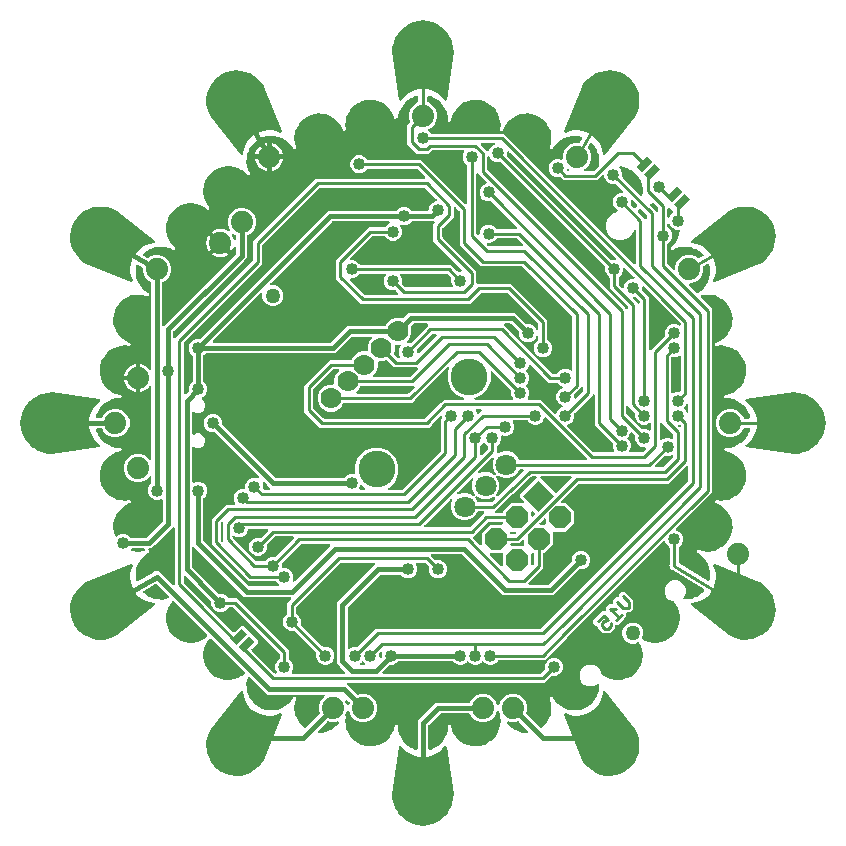
<source format=gbr>
G04 EAGLE Gerber RS-274X export*
G75*
%MOMM*%
%FSLAX34Y34*%
%LPD*%
%INBottom Copper*%
%IPPOS*%
%AMOC8*
5,1,8,0,0,1.08239X$1,22.5*%
G01*
%ADD10C,0.254000*%
%ADD11C,4.064000*%
%ADD12C,1.270000*%
%ADD13R,1.879600X1.879600*%
%ADD14P,2.034460X8X247.500000*%
%ADD15C,1.879600*%
%ADD16C,1.800000*%
%ADD17C,1.778000*%
%ADD18C,3.116000*%
%ADD19R,0.635000X1.270000*%
%ADD20C,0.406400*%
%ADD21C,1.016000*%
%ADD22C,1.108000*%

G36*
X-122547Y-138298D02*
X-122547Y-138298D01*
X-122518Y-138301D01*
X-122407Y-138278D01*
X-122295Y-138262D01*
X-122268Y-138250D01*
X-122239Y-138245D01*
X-122138Y-138192D01*
X-122035Y-138146D01*
X-122013Y-138127D01*
X-121987Y-138114D01*
X-121905Y-138036D01*
X-121818Y-137963D01*
X-121802Y-137938D01*
X-121781Y-137918D01*
X-121723Y-137820D01*
X-121661Y-137726D01*
X-121652Y-137698D01*
X-121637Y-137673D01*
X-121609Y-137563D01*
X-121575Y-137455D01*
X-121574Y-137425D01*
X-121567Y-137397D01*
X-121570Y-137284D01*
X-121568Y-137171D01*
X-121575Y-137142D01*
X-121576Y-137113D01*
X-121611Y-137005D01*
X-121639Y-136896D01*
X-121654Y-136870D01*
X-121663Y-136842D01*
X-121709Y-136779D01*
X-121785Y-136651D01*
X-121830Y-136608D01*
X-121858Y-136569D01*
X-123987Y-134440D01*
X-124030Y-134368D01*
X-124031Y-134367D01*
X-124032Y-134365D01*
X-124135Y-134269D01*
X-124237Y-134173D01*
X-124238Y-134172D01*
X-124239Y-134171D01*
X-124362Y-134108D01*
X-124489Y-134042D01*
X-124491Y-134042D01*
X-124492Y-134041D01*
X-124508Y-134039D01*
X-124768Y-133987D01*
X-124799Y-133990D01*
X-124824Y-133986D01*
X-147628Y-133986D01*
X-178981Y-102633D01*
X-178981Y-81517D01*
X-166678Y-69214D01*
X-159801Y-69214D01*
X-159687Y-69198D01*
X-159573Y-69188D01*
X-159547Y-69178D01*
X-159520Y-69174D01*
X-159415Y-69127D01*
X-159308Y-69086D01*
X-159286Y-69070D01*
X-159260Y-69058D01*
X-159173Y-68984D01*
X-159081Y-68915D01*
X-159064Y-68892D01*
X-159043Y-68875D01*
X-158980Y-68779D01*
X-158911Y-68687D01*
X-158901Y-68661D01*
X-158886Y-68638D01*
X-158851Y-68528D01*
X-158810Y-68421D01*
X-158808Y-68393D01*
X-158800Y-68367D01*
X-158797Y-68252D01*
X-158788Y-68138D01*
X-158793Y-68113D01*
X-158793Y-68083D01*
X-158860Y-67826D01*
X-158863Y-67810D01*
X-160021Y-65016D01*
X-160021Y-61984D01*
X-158861Y-59183D01*
X-156717Y-57039D01*
X-153916Y-55879D01*
X-151511Y-55879D01*
X-151453Y-55871D01*
X-151395Y-55873D01*
X-151313Y-55851D01*
X-151229Y-55839D01*
X-151176Y-55816D01*
X-151120Y-55801D01*
X-151047Y-55758D01*
X-150970Y-55723D01*
X-150925Y-55685D01*
X-150875Y-55656D01*
X-150817Y-55594D01*
X-150753Y-55540D01*
X-150721Y-55491D01*
X-150681Y-55448D01*
X-150642Y-55373D01*
X-150595Y-55303D01*
X-150578Y-55247D01*
X-150551Y-55195D01*
X-150540Y-55127D01*
X-150510Y-55032D01*
X-150507Y-54932D01*
X-150496Y-54864D01*
X-150496Y-52459D01*
X-149336Y-49658D01*
X-147192Y-47514D01*
X-144391Y-46354D01*
X-141359Y-46354D01*
X-140191Y-46838D01*
X-140108Y-46860D01*
X-140027Y-46890D01*
X-139971Y-46895D01*
X-139916Y-46909D01*
X-139830Y-46907D01*
X-139744Y-46914D01*
X-139688Y-46903D01*
X-139631Y-46901D01*
X-139550Y-46875D01*
X-139465Y-46858D01*
X-139415Y-46832D01*
X-139361Y-46814D01*
X-139289Y-46766D01*
X-139213Y-46727D01*
X-139172Y-46688D01*
X-139125Y-46656D01*
X-139069Y-46590D01*
X-139007Y-46531D01*
X-138978Y-46482D01*
X-138942Y-46438D01*
X-138907Y-46360D01*
X-138863Y-46286D01*
X-138849Y-46231D01*
X-138826Y-46179D01*
X-138814Y-46093D01*
X-138793Y-46010D01*
X-138795Y-45954D01*
X-138787Y-45897D01*
X-138799Y-45812D01*
X-138802Y-45726D01*
X-138820Y-45672D01*
X-138828Y-45616D01*
X-138863Y-45537D01*
X-138890Y-45456D01*
X-138918Y-45415D01*
X-138945Y-45357D01*
X-139039Y-45246D01*
X-139085Y-45182D01*
X-176349Y-7918D01*
X-176418Y-7866D01*
X-176482Y-7806D01*
X-176532Y-7780D01*
X-176576Y-7747D01*
X-176658Y-7716D01*
X-176736Y-7676D01*
X-176783Y-7668D01*
X-176842Y-7646D01*
X-176989Y-7634D01*
X-177067Y-7621D01*
X-179316Y-7621D01*
X-182117Y-6461D01*
X-184261Y-4317D01*
X-185421Y-1516D01*
X-185421Y1516D01*
X-184261Y4317D01*
X-182117Y6461D01*
X-179316Y7621D01*
X-176284Y7621D01*
X-173483Y6461D01*
X-171339Y4317D01*
X-170179Y1516D01*
X-170179Y-733D01*
X-170167Y-820D01*
X-170164Y-907D01*
X-170147Y-960D01*
X-170139Y-1015D01*
X-170104Y-1095D01*
X-170077Y-1178D01*
X-170049Y-1217D01*
X-170023Y-1274D01*
X-169927Y-1388D01*
X-169882Y-1451D01*
X-125403Y-45930D01*
X-125333Y-45982D01*
X-125270Y-46042D01*
X-125220Y-46068D01*
X-125176Y-46101D01*
X-125094Y-46132D01*
X-125016Y-46172D01*
X-124969Y-46180D01*
X-124910Y-46202D01*
X-124763Y-46214D01*
X-124685Y-46227D01*
X-66950Y-46227D01*
X-66864Y-46215D01*
X-66776Y-46212D01*
X-66723Y-46195D01*
X-66669Y-46187D01*
X-66589Y-46152D01*
X-66506Y-46125D01*
X-66466Y-46097D01*
X-66409Y-46071D01*
X-66296Y-45975D01*
X-66232Y-45930D01*
X-64642Y-44339D01*
X-61841Y-43179D01*
X-58809Y-43179D01*
X-58769Y-43196D01*
X-58658Y-43225D01*
X-58548Y-43259D01*
X-58521Y-43260D01*
X-58494Y-43267D01*
X-58379Y-43264D01*
X-58264Y-43267D01*
X-58237Y-43260D01*
X-58210Y-43259D01*
X-58100Y-43224D01*
X-57989Y-43195D01*
X-57965Y-43181D01*
X-57939Y-43172D01*
X-57843Y-43108D01*
X-57745Y-43049D01*
X-57726Y-43029D01*
X-57703Y-43014D01*
X-57629Y-42926D01*
X-57550Y-42842D01*
X-57537Y-42817D01*
X-57520Y-42796D01*
X-57473Y-42691D01*
X-57421Y-42589D01*
X-57417Y-42564D01*
X-57404Y-42537D01*
X-57368Y-42272D01*
X-57365Y-42258D01*
X-57365Y-35640D01*
X-54606Y-28980D01*
X-49509Y-23882D01*
X-42849Y-21124D01*
X-35640Y-21124D01*
X-28980Y-23882D01*
X-23882Y-28980D01*
X-21124Y-35640D01*
X-21124Y-42849D01*
X-23882Y-49509D01*
X-29006Y-54632D01*
X-29023Y-54640D01*
X-29066Y-54677D01*
X-29115Y-54705D01*
X-29174Y-54768D01*
X-29240Y-54824D01*
X-29271Y-54871D01*
X-29310Y-54912D01*
X-29350Y-54988D01*
X-29397Y-55060D01*
X-29414Y-55114D01*
X-29440Y-55165D01*
X-29457Y-55249D01*
X-29483Y-55331D01*
X-29485Y-55388D01*
X-29496Y-55444D01*
X-29488Y-55529D01*
X-29490Y-55615D01*
X-29476Y-55670D01*
X-29471Y-55727D01*
X-29440Y-55807D01*
X-29419Y-55890D01*
X-29390Y-55939D01*
X-29369Y-55992D01*
X-29317Y-56061D01*
X-29273Y-56135D01*
X-29232Y-56174D01*
X-29198Y-56219D01*
X-29129Y-56270D01*
X-29066Y-56329D01*
X-29015Y-56355D01*
X-28970Y-56389D01*
X-28889Y-56420D01*
X-28813Y-56459D01*
X-28764Y-56467D01*
X-28704Y-56490D01*
X-28559Y-56501D01*
X-28482Y-56514D01*
X-17874Y-56514D01*
X-17787Y-56502D01*
X-17700Y-56499D01*
X-17647Y-56482D01*
X-17592Y-56474D01*
X-17513Y-56439D01*
X-17429Y-56412D01*
X-17390Y-56384D01*
X-17333Y-56358D01*
X-17220Y-56262D01*
X-17156Y-56217D01*
X14942Y-24119D01*
X14994Y-24049D01*
X15054Y-23985D01*
X15080Y-23936D01*
X15113Y-23892D01*
X15144Y-23810D01*
X15184Y-23732D01*
X15192Y-23685D01*
X15214Y-23626D01*
X15226Y-23478D01*
X15239Y-23401D01*
X15239Y3166D01*
X15922Y3848D01*
X15923Y3850D01*
X15924Y3851D01*
X16011Y3967D01*
X16093Y4076D01*
X16093Y4077D01*
X16094Y4079D01*
X16142Y4205D01*
X16194Y4341D01*
X16194Y4343D01*
X16195Y4345D01*
X16206Y4485D01*
X16217Y4625D01*
X16217Y4626D01*
X16217Y4628D01*
X16213Y4645D01*
X16192Y4752D01*
X16192Y5177D01*
X16188Y5206D01*
X16190Y5235D01*
X16168Y5346D01*
X16152Y5458D01*
X16140Y5485D01*
X16134Y5514D01*
X16082Y5614D01*
X16036Y5717D01*
X16017Y5740D01*
X16003Y5766D01*
X15925Y5848D01*
X15852Y5934D01*
X15828Y5951D01*
X15807Y5972D01*
X15710Y6029D01*
X15615Y6092D01*
X15587Y6101D01*
X15562Y6116D01*
X15453Y6144D01*
X15344Y6178D01*
X15315Y6179D01*
X15287Y6186D01*
X15174Y6182D01*
X15060Y6185D01*
X15032Y6178D01*
X15002Y6177D01*
X14895Y6142D01*
X14785Y6113D01*
X14760Y6098D01*
X14732Y6089D01*
X14668Y6044D01*
X14541Y5968D01*
X14498Y5922D01*
X14459Y5894D01*
X7283Y-1281D01*
X4753Y-3811D01*
X-87303Y-3811D01*
X-98119Y7004D01*
X-98119Y7005D01*
X-100648Y9534D01*
X-100648Y31741D01*
X-80655Y51734D01*
X-79082Y53308D01*
X-77600Y53308D01*
X-60970Y53308D01*
X-60968Y53308D01*
X-60967Y53308D01*
X-60828Y53328D01*
X-60688Y53348D01*
X-60687Y53348D01*
X-60685Y53349D01*
X-60560Y53406D01*
X-60429Y53464D01*
X-60428Y53465D01*
X-60426Y53466D01*
X-60319Y53557D01*
X-60212Y53648D01*
X-60211Y53649D01*
X-60210Y53650D01*
X-60202Y53663D01*
X-60054Y53884D01*
X-60045Y53914D01*
X-60032Y53935D01*
X-59188Y55972D01*
X-55973Y59188D01*
X-51771Y60928D01*
X-47801Y60928D01*
X-47743Y60936D01*
X-47685Y60935D01*
X-47603Y60956D01*
X-47520Y60968D01*
X-47466Y60992D01*
X-47410Y61007D01*
X-47337Y61050D01*
X-47260Y61084D01*
X-47216Y61122D01*
X-47165Y61152D01*
X-47108Y61213D01*
X-47043Y61268D01*
X-47011Y61317D01*
X-46971Y61359D01*
X-46933Y61434D01*
X-46886Y61505D01*
X-46868Y61560D01*
X-46842Y61612D01*
X-46830Y61680D01*
X-46800Y61776D01*
X-46797Y61875D01*
X-46786Y61943D01*
X-46786Y65913D01*
X-45046Y70115D01*
X-43685Y71476D01*
X-43667Y71499D01*
X-43645Y71518D01*
X-43582Y71612D01*
X-43514Y71703D01*
X-43503Y71730D01*
X-43487Y71755D01*
X-43453Y71863D01*
X-43412Y71969D01*
X-43410Y71998D01*
X-43401Y72026D01*
X-43398Y72139D01*
X-43389Y72252D01*
X-43395Y72281D01*
X-43394Y72310D01*
X-43422Y72420D01*
X-43445Y72531D01*
X-43458Y72557D01*
X-43466Y72585D01*
X-43523Y72682D01*
X-43576Y72783D01*
X-43596Y72804D01*
X-43611Y72830D01*
X-43693Y72907D01*
X-43772Y72989D01*
X-43797Y73004D01*
X-43818Y73024D01*
X-43919Y73076D01*
X-44017Y73133D01*
X-44045Y73140D01*
X-44071Y73153D01*
X-44149Y73166D01*
X-44292Y73203D01*
X-44355Y73201D01*
X-44402Y73209D01*
X-59604Y73209D01*
X-59690Y73197D01*
X-59778Y73194D01*
X-59830Y73177D01*
X-59885Y73169D01*
X-59965Y73133D01*
X-60048Y73106D01*
X-60087Y73078D01*
X-60145Y73053D01*
X-60258Y72957D01*
X-60322Y72912D01*
X-74306Y58927D01*
X-183875Y58927D01*
X-183961Y58915D01*
X-184049Y58912D01*
X-184102Y58895D01*
X-184156Y58887D01*
X-184236Y58852D01*
X-184319Y58825D01*
X-184359Y58797D01*
X-184416Y58771D01*
X-184529Y58675D01*
X-184593Y58630D01*
X-185630Y57593D01*
X-185682Y57523D01*
X-185742Y57459D01*
X-185768Y57410D01*
X-185801Y57366D01*
X-185832Y57284D01*
X-185872Y57206D01*
X-185880Y57158D01*
X-185902Y57100D01*
X-185914Y56952D01*
X-185927Y56875D01*
X-185927Y35200D01*
X-185915Y35114D01*
X-185912Y35026D01*
X-185895Y34973D01*
X-185887Y34919D01*
X-185852Y34839D01*
X-185825Y34756D01*
X-185797Y34716D01*
X-185771Y34659D01*
X-185675Y34546D01*
X-185630Y34482D01*
X-184039Y32892D01*
X-182879Y30091D01*
X-182879Y27059D01*
X-184039Y24258D01*
X-186183Y22114D01*
X-186580Y21950D01*
X-186679Y21892D01*
X-186781Y21839D01*
X-186801Y21820D01*
X-186825Y21806D01*
X-186904Y21722D01*
X-186987Y21643D01*
X-187001Y21619D01*
X-187020Y21599D01*
X-187073Y21496D01*
X-187130Y21398D01*
X-187137Y21371D01*
X-187150Y21346D01*
X-187172Y21233D01*
X-187201Y21122D01*
X-187200Y21095D01*
X-187205Y21067D01*
X-187195Y20953D01*
X-187192Y20838D01*
X-187183Y20812D01*
X-187181Y20784D01*
X-187139Y20677D01*
X-187104Y20568D01*
X-187090Y20547D01*
X-187079Y20519D01*
X-186918Y20306D01*
X-186909Y20294D01*
X-185174Y18559D01*
X-184217Y16250D01*
X-184217Y13750D01*
X-185174Y11441D01*
X-186941Y9674D01*
X-189250Y8717D01*
X-191750Y8717D01*
X-194048Y9669D01*
X-194160Y9698D01*
X-194269Y9733D01*
X-194297Y9734D01*
X-194324Y9740D01*
X-194438Y9737D01*
X-194553Y9740D01*
X-194580Y9733D01*
X-194608Y9732D01*
X-194717Y9697D01*
X-194828Y9668D01*
X-194852Y9654D01*
X-194879Y9646D01*
X-194974Y9582D01*
X-195073Y9523D01*
X-195092Y9503D01*
X-195115Y9487D01*
X-195189Y9400D01*
X-195267Y9316D01*
X-195280Y9291D01*
X-195298Y9270D01*
X-195344Y9165D01*
X-195397Y9063D01*
X-195401Y9038D01*
X-195413Y9010D01*
X-195450Y8746D01*
X-195452Y8732D01*
X-195452Y-8732D01*
X-195436Y-8845D01*
X-195426Y-8960D01*
X-195416Y-8986D01*
X-195412Y-9013D01*
X-195365Y-9118D01*
X-195324Y-9225D01*
X-195308Y-9247D01*
X-195296Y-9272D01*
X-195222Y-9360D01*
X-195153Y-9452D01*
X-195130Y-9468D01*
X-195113Y-9489D01*
X-195017Y-9553D01*
X-194925Y-9622D01*
X-194899Y-9632D01*
X-194876Y-9647D01*
X-194766Y-9682D01*
X-194659Y-9722D01*
X-194631Y-9724D01*
X-194605Y-9733D01*
X-194490Y-9736D01*
X-194376Y-9745D01*
X-194351Y-9739D01*
X-194321Y-9740D01*
X-194064Y-9673D01*
X-194048Y-9669D01*
X-191750Y-8717D01*
X-189250Y-8717D01*
X-186941Y-9674D01*
X-185174Y-11441D01*
X-184217Y-13750D01*
X-184217Y-16250D01*
X-185174Y-18559D01*
X-186941Y-20326D01*
X-189250Y-21283D01*
X-191750Y-21283D01*
X-194048Y-20331D01*
X-194160Y-20302D01*
X-194269Y-20267D01*
X-194297Y-20266D01*
X-194324Y-20260D01*
X-194438Y-20263D01*
X-194553Y-20260D01*
X-194580Y-20267D01*
X-194608Y-20268D01*
X-194717Y-20303D01*
X-194828Y-20332D01*
X-194852Y-20346D01*
X-194879Y-20354D01*
X-194974Y-20418D01*
X-195073Y-20477D01*
X-195092Y-20497D01*
X-195115Y-20513D01*
X-195189Y-20600D01*
X-195267Y-20684D01*
X-195280Y-20709D01*
X-195298Y-20730D01*
X-195344Y-20835D01*
X-195397Y-20937D01*
X-195401Y-20962D01*
X-195413Y-20990D01*
X-195450Y-21254D01*
X-195452Y-21268D01*
X-195452Y-49433D01*
X-195445Y-49485D01*
X-195446Y-49509D01*
X-195437Y-49542D01*
X-195436Y-49547D01*
X-195426Y-49661D01*
X-195416Y-49687D01*
X-195412Y-49715D01*
X-195365Y-49820D01*
X-195324Y-49927D01*
X-195308Y-49949D01*
X-195296Y-49974D01*
X-195222Y-50062D01*
X-195153Y-50153D01*
X-195130Y-50170D01*
X-195113Y-50191D01*
X-195017Y-50255D01*
X-194925Y-50324D01*
X-194899Y-50333D01*
X-194876Y-50349D01*
X-194766Y-50383D01*
X-194659Y-50424D01*
X-194631Y-50426D01*
X-194605Y-50435D01*
X-194490Y-50437D01*
X-194376Y-50447D01*
X-194351Y-50441D01*
X-194321Y-50442D01*
X-194064Y-50375D01*
X-194048Y-50371D01*
X-192016Y-49529D01*
X-188984Y-49529D01*
X-186183Y-50689D01*
X-184039Y-52833D01*
X-182879Y-55634D01*
X-182879Y-58666D01*
X-184039Y-61467D01*
X-185630Y-63057D01*
X-185682Y-63127D01*
X-185742Y-63191D01*
X-185768Y-63240D01*
X-185801Y-63284D01*
X-185832Y-63366D01*
X-185872Y-63444D01*
X-185880Y-63492D01*
X-185902Y-63550D01*
X-185914Y-63698D01*
X-185927Y-63775D01*
X-185927Y-99285D01*
X-185915Y-99372D01*
X-185912Y-99459D01*
X-185895Y-99512D01*
X-185887Y-99567D01*
X-185852Y-99647D01*
X-185825Y-99730D01*
X-185797Y-99769D01*
X-185771Y-99826D01*
X-185675Y-99940D01*
X-185630Y-100003D01*
X-147628Y-138005D01*
X-147558Y-138057D01*
X-147495Y-138117D01*
X-147445Y-138143D01*
X-147401Y-138176D01*
X-147319Y-138207D01*
X-147241Y-138247D01*
X-147194Y-138255D01*
X-147135Y-138277D01*
X-146988Y-138289D01*
X-146910Y-138302D01*
X-122576Y-138302D01*
X-122547Y-138298D01*
G37*
G36*
X-210309Y71732D02*
X-210309Y71732D01*
X-210196Y71729D01*
X-210167Y71737D01*
X-210138Y71738D01*
X-210030Y71773D01*
X-209921Y71801D01*
X-209895Y71816D01*
X-209867Y71825D01*
X-209804Y71871D01*
X-209676Y71946D01*
X-209633Y71992D01*
X-209594Y72020D01*
X-207656Y73958D01*
X-143808Y137806D01*
X-143756Y137876D01*
X-143696Y137940D01*
X-143670Y137989D01*
X-143637Y138033D01*
X-143606Y138115D01*
X-143566Y138193D01*
X-143558Y138240D01*
X-143536Y138299D01*
X-143524Y138447D01*
X-143511Y138524D01*
X-143511Y153978D01*
X-90478Y207011D01*
X1049Y207011D01*
X1078Y207015D01*
X1107Y207012D01*
X1218Y207035D01*
X1331Y207051D01*
X1357Y207063D01*
X1386Y207068D01*
X1487Y207120D01*
X1590Y207167D01*
X1612Y207186D01*
X1638Y207199D01*
X1721Y207277D01*
X1807Y207350D01*
X1823Y207375D01*
X1845Y207395D01*
X1902Y207493D01*
X1965Y207587D01*
X1973Y207615D01*
X1988Y207640D01*
X2016Y207750D01*
X2050Y207858D01*
X2051Y207888D01*
X2058Y207916D01*
X2055Y208029D01*
X2058Y208142D01*
X2050Y208171D01*
X2049Y208200D01*
X2014Y208308D01*
X1986Y208417D01*
X1971Y208443D01*
X1962Y208471D01*
X1916Y208534D01*
X1841Y208662D01*
X1795Y208705D01*
X1767Y208744D01*
X-4456Y214967D01*
X-4526Y215019D01*
X-4590Y215079D01*
X-4639Y215105D01*
X-4683Y215138D01*
X-4765Y215169D01*
X-4843Y215209D01*
X-4890Y215217D01*
X-4949Y215239D01*
X-5097Y215251D01*
X-5174Y215264D01*
X-46626Y215264D01*
X-46628Y215264D01*
X-46630Y215264D01*
X-46770Y215244D01*
X-46908Y215224D01*
X-46910Y215224D01*
X-46911Y215224D01*
X-47037Y215167D01*
X-47167Y215108D01*
X-47169Y215107D01*
X-47170Y215106D01*
X-47277Y215015D01*
X-47384Y214925D01*
X-47385Y214923D01*
X-47387Y214922D01*
X-47395Y214908D01*
X-47457Y214816D01*
X-49658Y212614D01*
X-52459Y211454D01*
X-55491Y211454D01*
X-58292Y212614D01*
X-60436Y214758D01*
X-61596Y217559D01*
X-61596Y220591D01*
X-60436Y223392D01*
X-58292Y225536D01*
X-55491Y226696D01*
X-52459Y226696D01*
X-49658Y225536D01*
X-47463Y223340D01*
X-47420Y223268D01*
X-47419Y223267D01*
X-47418Y223265D01*
X-47315Y223169D01*
X-47213Y223073D01*
X-47212Y223072D01*
X-47211Y223071D01*
X-47088Y223008D01*
X-46961Y222942D01*
X-46959Y222942D01*
X-46958Y222941D01*
X-46942Y222939D01*
X-46682Y222887D01*
X-46651Y222890D01*
X-46626Y222886D01*
X-1597Y222886D01*
X35731Y185558D01*
X35755Y185540D01*
X35774Y185518D01*
X35868Y185455D01*
X35958Y185387D01*
X35986Y185377D01*
X36010Y185360D01*
X36118Y185326D01*
X36224Y185286D01*
X36253Y185283D01*
X36281Y185275D01*
X36395Y185272D01*
X36507Y185262D01*
X36536Y185268D01*
X36565Y185267D01*
X36675Y185296D01*
X36786Y185318D01*
X36812Y185332D01*
X36840Y185339D01*
X36938Y185397D01*
X37038Y185449D01*
X37060Y185469D01*
X37085Y185484D01*
X37162Y185567D01*
X37244Y185645D01*
X37259Y185670D01*
X37279Y185692D01*
X37331Y185793D01*
X37388Y185890D01*
X37395Y185919D01*
X37409Y185945D01*
X37422Y186022D01*
X37458Y186166D01*
X37456Y186228D01*
X37464Y186276D01*
X37464Y218076D01*
X37464Y218078D01*
X37464Y218080D01*
X37444Y218218D01*
X37424Y218358D01*
X37424Y218360D01*
X37424Y218361D01*
X37367Y218487D01*
X37308Y218617D01*
X37307Y218619D01*
X37306Y218620D01*
X37217Y218726D01*
X37125Y218834D01*
X37123Y218835D01*
X37122Y218837D01*
X37108Y218845D01*
X37016Y218907D01*
X34814Y221108D01*
X33654Y223909D01*
X33654Y226941D01*
X34812Y229735D01*
X34840Y229847D01*
X34875Y229956D01*
X34876Y229984D01*
X34883Y230011D01*
X34880Y230125D01*
X34882Y230240D01*
X34875Y230267D01*
X34875Y230295D01*
X34840Y230404D01*
X34811Y230515D01*
X34796Y230539D01*
X34788Y230566D01*
X34724Y230661D01*
X34665Y230760D01*
X34645Y230779D01*
X34630Y230802D01*
X34542Y230876D01*
X34458Y230954D01*
X34433Y230967D01*
X34412Y230985D01*
X34307Y231031D01*
X34205Y231084D01*
X34180Y231088D01*
X34152Y231100D01*
X33889Y231137D01*
X33874Y231139D01*
X8349Y231139D01*
X8262Y231127D01*
X8175Y231124D01*
X8122Y231107D01*
X8067Y231099D01*
X7988Y231064D01*
X7904Y231037D01*
X7865Y231009D01*
X7808Y230983D01*
X7695Y230887D01*
X7631Y230842D01*
X4753Y227964D01*
X-4753Y227964D01*
X-13336Y236547D01*
X-13336Y252403D01*
X-11196Y254544D01*
X-11195Y254545D01*
X-11193Y254546D01*
X-11112Y254654D01*
X-11025Y254771D01*
X-11024Y254772D01*
X-11023Y254773D01*
X-10975Y254902D01*
X-10924Y255036D01*
X-10923Y255038D01*
X-10923Y255039D01*
X-10911Y255183D01*
X-10900Y255320D01*
X-10900Y255321D01*
X-10900Y255323D01*
X-10904Y255339D01*
X-10956Y255598D01*
X-10970Y255626D01*
X-10976Y255650D01*
X-11939Y257975D01*
X-11939Y262725D01*
X-10121Y267113D01*
X-6763Y270471D01*
X-4437Y271434D01*
X-4436Y271435D01*
X-4435Y271436D01*
X-4314Y271507D01*
X-4193Y271579D01*
X-4192Y271580D01*
X-4190Y271581D01*
X-4093Y271685D01*
X-3997Y271786D01*
X-3997Y271787D01*
X-3996Y271788D01*
X-3932Y271913D01*
X-3867Y272038D01*
X-3867Y272040D01*
X-3866Y272041D01*
X-3864Y272056D01*
X-3812Y272317D01*
X-3815Y272348D01*
X-3811Y272372D01*
X-3811Y275976D01*
X-3816Y276011D01*
X-3813Y276046D01*
X-3836Y276151D01*
X-3851Y276257D01*
X-3865Y276290D01*
X-3872Y276324D01*
X-3923Y276419D01*
X-3967Y276517D01*
X-3990Y276544D01*
X-4006Y276575D01*
X-4081Y276652D01*
X-4150Y276734D01*
X-4180Y276754D01*
X-4205Y276779D01*
X-4298Y276832D01*
X-4387Y276891D01*
X-4421Y276902D01*
X-4452Y276920D01*
X-4556Y276945D01*
X-4658Y276977D01*
X-4694Y276978D01*
X-4728Y276986D01*
X-4806Y276981D01*
X-4942Y276984D01*
X-5010Y276967D01*
X-5063Y276963D01*
X-6462Y276627D01*
X-6549Y276593D01*
X-6614Y276578D01*
X-9535Y275368D01*
X-9615Y275321D01*
X-9677Y275296D01*
X-12372Y273644D01*
X-12444Y273584D01*
X-12501Y273550D01*
X-14905Y271497D01*
X-14967Y271427D01*
X-15017Y271385D01*
X-17070Y268981D01*
X-17121Y268902D01*
X-17164Y268852D01*
X-18816Y266157D01*
X-18853Y266071D01*
X-18888Y266015D01*
X-20098Y263094D01*
X-20121Y263003D01*
X-20147Y262942D01*
X-20885Y259869D01*
X-20894Y259776D01*
X-20910Y259711D01*
X-21142Y256762D01*
X-21125Y256478D01*
X-21115Y256451D01*
X-21113Y256428D01*
X-21065Y256242D01*
X-21081Y256203D01*
X-21082Y256200D01*
X-21083Y256196D01*
X-21085Y256168D01*
X-21097Y256060D01*
X-21146Y255983D01*
X-21147Y255979D01*
X-21148Y255976D01*
X-21155Y255949D01*
X-21172Y255891D01*
X-21323Y255762D01*
X-21511Y255549D01*
X-21523Y255523D01*
X-21538Y255505D01*
X-21636Y255340D01*
X-21675Y255324D01*
X-21678Y255322D01*
X-21681Y255321D01*
X-21702Y255302D01*
X-21787Y255234D01*
X-21876Y255214D01*
X-21879Y255212D01*
X-21882Y255211D01*
X-21907Y255197D01*
X-21959Y255168D01*
X-22157Y255183D01*
X-22185Y255181D01*
X-22193Y255183D01*
X-22251Y255183D01*
X-22319Y255173D01*
X-22441Y255166D01*
X-22468Y255156D01*
X-22491Y255154D01*
X-22677Y255106D01*
X-22716Y255122D01*
X-22719Y255123D01*
X-22723Y255124D01*
X-22751Y255126D01*
X-22859Y255138D01*
X-22936Y255187D01*
X-22940Y255188D01*
X-22943Y255189D01*
X-22970Y255196D01*
X-23028Y255213D01*
X-23157Y255364D01*
X-23370Y255552D01*
X-23396Y255564D01*
X-23414Y255579D01*
X-23579Y255677D01*
X-23595Y255716D01*
X-23597Y255719D01*
X-23598Y255722D01*
X-23617Y255743D01*
X-23662Y255800D01*
X-23673Y255819D01*
X-23685Y255830D01*
X-23705Y255917D01*
X-23707Y255920D01*
X-23708Y255923D01*
X-23722Y255948D01*
X-23751Y256000D01*
X-23736Y256198D01*
X-23753Y256482D01*
X-23763Y256509D01*
X-23765Y256532D01*
X-24506Y259397D01*
X-24542Y259483D01*
X-24558Y259547D01*
X-25818Y262447D01*
X-25867Y262526D01*
X-25893Y262587D01*
X-27592Y265254D01*
X-27652Y265325D01*
X-27687Y265381D01*
X-29782Y267749D01*
X-29853Y267809D01*
X-29897Y267859D01*
X-32336Y269870D01*
X-32416Y269919D01*
X-32467Y269962D01*
X-35191Y271566D01*
X-35277Y271602D01*
X-35334Y271636D01*
X-38275Y272795D01*
X-38366Y272816D01*
X-38427Y272841D01*
X-41514Y273525D01*
X-41607Y273533D01*
X-41672Y273548D01*
X-44827Y273741D01*
X-44920Y273733D01*
X-44986Y273738D01*
X-48133Y273435D01*
X-48224Y273413D01*
X-48290Y273407D01*
X-51351Y272616D01*
X-51437Y272580D01*
X-51501Y272564D01*
X-54401Y271303D01*
X-54480Y271254D01*
X-54541Y271228D01*
X-57208Y269530D01*
X-57279Y269469D01*
X-57335Y269434D01*
X-59702Y267339D01*
X-59763Y267268D01*
X-59813Y267225D01*
X-61824Y264785D01*
X-61873Y264705D01*
X-61915Y264655D01*
X-63520Y261931D01*
X-63556Y261844D01*
X-63590Y261787D01*
X-64748Y258846D01*
X-64770Y258755D01*
X-64795Y258694D01*
X-65479Y255607D01*
X-65486Y255514D01*
X-65501Y255450D01*
X-65694Y252294D01*
X-65687Y252201D01*
X-65691Y252135D01*
X-65408Y249190D01*
X-65341Y248913D01*
X-65327Y248888D01*
X-65321Y248866D01*
X-65242Y248691D01*
X-65251Y248650D01*
X-65251Y248647D01*
X-65251Y248643D01*
X-65249Y248615D01*
X-65242Y248507D01*
X-65276Y248422D01*
X-65276Y248418D01*
X-65277Y248415D01*
X-65279Y248387D01*
X-65286Y248328D01*
X-65412Y248174D01*
X-65560Y247931D01*
X-65568Y247904D01*
X-65580Y247884D01*
X-65647Y247704D01*
X-65683Y247681D01*
X-65685Y247679D01*
X-65688Y247677D01*
X-65706Y247655D01*
X-65778Y247573D01*
X-65862Y247538D01*
X-65864Y247536D01*
X-65868Y247534D01*
X-65889Y247516D01*
X-65935Y247478D01*
X-66133Y247459D01*
X-66410Y247392D01*
X-66435Y247378D01*
X-66457Y247372D01*
X-66632Y247293D01*
X-66673Y247302D01*
X-66677Y247302D01*
X-66680Y247302D01*
X-66708Y247300D01*
X-66816Y247293D01*
X-66901Y247327D01*
X-66905Y247327D01*
X-66908Y247328D01*
X-66936Y247330D01*
X-66995Y247337D01*
X-67149Y247463D01*
X-67392Y247611D01*
X-67419Y247619D01*
X-67439Y247631D01*
X-67616Y247697D01*
X-67622Y247702D01*
X-67642Y247734D01*
X-67644Y247736D01*
X-67646Y247739D01*
X-67668Y247757D01*
X-67749Y247829D01*
X-67785Y247913D01*
X-67787Y247915D01*
X-67789Y247919D01*
X-67808Y247940D01*
X-67845Y247986D01*
X-67864Y248184D01*
X-67865Y248189D01*
X-67865Y248192D01*
X-67878Y248240D01*
X-67931Y248461D01*
X-67945Y248486D01*
X-67951Y248508D01*
X-69178Y251200D01*
X-69228Y251279D01*
X-69255Y251340D01*
X-71000Y253976D01*
X-71062Y254046D01*
X-71098Y254102D01*
X-73234Y256432D01*
X-73306Y256492D01*
X-73350Y256541D01*
X-75824Y258509D01*
X-75905Y258556D01*
X-75956Y258598D01*
X-78708Y260155D01*
X-78795Y260189D01*
X-78852Y260222D01*
X-81813Y261329D01*
X-81904Y261349D01*
X-81966Y261373D01*
X-85064Y262003D01*
X-85158Y262009D01*
X-85222Y262023D01*
X-88380Y262161D01*
X-88473Y262152D01*
X-88540Y262155D01*
X-91681Y261797D01*
X-91771Y261774D01*
X-91837Y261767D01*
X-94883Y260922D01*
X-94969Y260885D01*
X-95033Y260868D01*
X-97910Y259557D01*
X-97988Y259506D01*
X-98049Y259479D01*
X-100685Y257735D01*
X-100755Y257673D01*
X-100811Y257637D01*
X-103141Y255501D01*
X-103201Y255428D01*
X-103250Y255384D01*
X-105218Y252910D01*
X-105265Y252830D01*
X-105307Y252778D01*
X-106864Y250027D01*
X-106898Y249940D01*
X-106931Y249882D01*
X-108038Y246921D01*
X-108058Y246830D01*
X-108082Y246768D01*
X-108712Y243670D01*
X-108718Y243577D01*
X-108731Y243512D01*
X-108869Y240354D01*
X-108860Y240261D01*
X-108864Y240195D01*
X-108506Y237054D01*
X-108482Y236963D01*
X-108475Y236897D01*
X-107685Y234047D01*
X-107685Y234046D01*
X-107571Y233786D01*
X-107553Y233764D01*
X-107543Y233742D01*
X-107435Y233584D01*
X-107436Y233542D01*
X-107436Y233539D01*
X-107436Y233535D01*
X-107428Y233509D01*
X-107403Y233403D01*
X-107421Y233313D01*
X-107421Y233310D01*
X-107422Y233306D01*
X-107419Y233278D01*
X-107415Y233218D01*
X-107513Y233045D01*
X-107617Y232781D01*
X-107619Y232752D01*
X-107627Y232730D01*
X-107662Y232542D01*
X-107694Y232513D01*
X-107695Y232510D01*
X-107698Y232508D01*
X-107712Y232483D01*
X-107768Y232390D01*
X-107845Y232341D01*
X-107847Y232338D01*
X-107850Y232336D01*
X-107868Y232314D01*
X-107907Y232269D01*
X-108098Y232216D01*
X-108099Y232216D01*
X-108359Y232102D01*
X-108381Y232084D01*
X-108403Y232074D01*
X-108561Y231966D01*
X-108603Y231967D01*
X-108606Y231967D01*
X-108610Y231967D01*
X-108638Y231959D01*
X-108742Y231934D01*
X-108832Y231952D01*
X-108835Y231952D01*
X-108839Y231953D01*
X-108867Y231950D01*
X-108927Y231946D01*
X-109100Y232044D01*
X-109364Y232148D01*
X-109393Y232150D01*
X-109415Y232158D01*
X-109603Y232193D01*
X-109632Y232225D01*
X-109635Y232226D01*
X-109637Y232229D01*
X-109662Y232243D01*
X-109754Y232299D01*
X-109804Y232376D01*
X-109807Y232378D01*
X-109809Y232381D01*
X-109831Y232399D01*
X-109876Y232438D01*
X-109929Y232629D01*
X-109929Y232630D01*
X-110043Y232890D01*
X-110061Y232912D01*
X-110071Y232934D01*
X-111747Y235372D01*
X-111810Y235441D01*
X-111847Y235496D01*
X-114023Y237789D01*
X-114096Y237847D01*
X-114141Y237896D01*
X-116649Y239820D01*
X-116731Y239866D01*
X-116783Y239907D01*
X-119561Y241415D01*
X-119649Y241448D01*
X-119707Y241480D01*
X-122687Y242536D01*
X-122779Y242554D01*
X-122841Y242577D01*
X-125949Y243153D01*
X-126042Y243157D01*
X-126108Y243170D01*
X-129268Y243253D01*
X-129361Y243242D01*
X-129427Y243244D01*
X-132561Y242832D01*
X-132651Y242806D01*
X-132717Y242798D01*
X-135748Y241901D01*
X-135833Y241862D01*
X-135897Y241843D01*
X-138750Y240482D01*
X-138828Y240431D01*
X-138888Y240403D01*
X-141494Y238612D01*
X-141563Y238549D01*
X-141617Y238512D01*
X-143911Y236336D01*
X-143969Y236263D01*
X-144017Y236217D01*
X-145942Y233709D01*
X-145988Y233628D01*
X-146029Y233576D01*
X-147537Y230798D01*
X-147570Y230710D01*
X-147602Y230652D01*
X-148657Y227672D01*
X-148676Y227580D01*
X-148698Y227518D01*
X-149274Y224410D01*
X-149278Y224316D01*
X-149291Y224251D01*
X-149374Y221091D01*
X-149363Y220998D01*
X-149365Y220932D01*
X-148953Y217798D01*
X-148928Y217707D01*
X-148920Y217642D01*
X-148022Y214611D01*
X-147983Y214526D01*
X-147965Y214462D01*
X-146691Y211791D01*
X-146534Y211554D01*
X-146512Y211536D01*
X-146499Y211517D01*
X-146364Y211380D01*
X-146359Y211338D01*
X-146357Y211335D01*
X-146357Y211331D01*
X-146344Y211305D01*
X-146301Y211206D01*
X-146304Y211115D01*
X-146303Y211112D01*
X-146303Y211108D01*
X-146295Y211080D01*
X-146281Y211023D01*
X-146347Y210835D01*
X-146366Y210744D01*
X-146386Y210680D01*
X-146387Y210638D01*
X-146404Y210557D01*
X-146402Y210528D01*
X-146406Y210505D01*
X-146407Y210314D01*
X-146433Y210280D01*
X-146434Y210277D01*
X-146437Y210274D01*
X-146446Y210247D01*
X-146485Y210146D01*
X-146552Y210084D01*
X-146554Y210081D01*
X-146557Y210079D01*
X-146571Y210053D01*
X-146601Y210002D01*
X-146780Y209917D01*
X-146781Y209917D01*
X-147018Y209760D01*
X-147036Y209738D01*
X-147055Y209725D01*
X-147192Y209590D01*
X-147234Y209585D01*
X-147237Y209583D01*
X-147241Y209583D01*
X-147267Y209570D01*
X-147366Y209527D01*
X-147457Y209530D01*
X-147460Y209529D01*
X-147464Y209529D01*
X-147492Y209521D01*
X-147549Y209507D01*
X-147737Y209573D01*
X-148015Y209630D01*
X-148044Y209628D01*
X-148067Y209632D01*
X-148258Y209633D01*
X-148292Y209659D01*
X-148295Y209660D01*
X-148298Y209663D01*
X-148325Y209672D01*
X-148426Y209711D01*
X-148488Y209778D01*
X-148491Y209780D01*
X-148493Y209783D01*
X-148519Y209797D01*
X-148570Y209827D01*
X-148655Y210007D01*
X-148812Y210244D01*
X-148834Y210262D01*
X-148847Y210281D01*
X-150921Y212392D01*
X-150995Y212448D01*
X-151041Y212496D01*
X-153583Y214377D01*
X-153591Y214381D01*
X-153598Y214388D01*
X-153668Y214423D01*
X-153718Y214461D01*
X-156522Y215921D01*
X-156610Y215952D01*
X-156669Y215983D01*
X-159666Y216986D01*
X-159758Y217003D01*
X-159821Y217025D01*
X-162939Y217547D01*
X-163033Y217549D01*
X-163098Y217561D01*
X-166259Y217588D01*
X-166352Y217576D01*
X-166418Y217577D01*
X-169545Y217110D01*
X-169634Y217083D01*
X-169700Y217074D01*
X-172715Y216123D01*
X-172799Y216083D01*
X-172863Y216064D01*
X-175692Y214653D01*
X-175769Y214600D01*
X-175828Y214571D01*
X-178402Y212735D01*
X-178470Y212671D01*
X-178524Y212633D01*
X-180779Y210417D01*
X-180836Y210343D01*
X-180884Y210297D01*
X-182764Y207756D01*
X-182808Y207674D01*
X-182848Y207621D01*
X-184308Y204817D01*
X-184339Y204728D01*
X-184370Y204670D01*
X-185373Y201672D01*
X-185388Y201590D01*
X-185404Y201542D01*
X-185404Y201541D01*
X-185412Y201517D01*
X-185578Y200527D01*
X-185748Y199512D01*
X-185917Y198497D01*
X-185917Y198496D01*
X-185934Y198399D01*
X-185936Y198306D01*
X-185948Y198240D01*
X-185975Y195079D01*
X-185963Y194986D01*
X-185964Y194920D01*
X-185497Y191794D01*
X-185470Y191704D01*
X-185461Y191639D01*
X-184510Y188623D01*
X-184470Y188539D01*
X-184451Y188476D01*
X-183040Y185647D01*
X-182987Y185570D01*
X-182958Y185510D01*
X-181240Y183101D01*
X-181044Y182895D01*
X-181019Y182881D01*
X-181003Y182864D01*
X-180847Y182753D01*
X-180834Y182712D01*
X-180832Y182710D01*
X-180831Y182706D01*
X-180815Y182684D01*
X-180754Y182593D01*
X-180741Y182502D01*
X-180740Y182499D01*
X-180740Y182496D01*
X-180727Y182470D01*
X-180703Y182416D01*
X-180730Y182253D01*
X-180730Y182252D01*
X-180736Y182220D01*
X-180743Y181935D01*
X-180736Y181908D01*
X-180736Y181884D01*
X-180704Y181695D01*
X-180724Y181658D01*
X-180724Y181654D01*
X-180726Y181651D01*
X-180730Y181623D01*
X-180752Y181517D01*
X-180807Y181444D01*
X-180808Y181441D01*
X-180810Y181438D01*
X-180820Y181411D01*
X-180841Y181355D01*
X-181003Y181240D01*
X-181209Y181044D01*
X-181223Y181019D01*
X-181240Y181003D01*
X-181351Y180847D01*
X-181392Y180834D01*
X-181394Y180832D01*
X-181398Y180831D01*
X-181420Y180815D01*
X-181511Y180754D01*
X-181602Y180741D01*
X-181605Y180740D01*
X-181608Y180740D01*
X-181634Y180727D01*
X-181688Y180703D01*
X-181884Y180736D01*
X-182169Y180743D01*
X-182196Y180736D01*
X-182220Y180736D01*
X-182409Y180704D01*
X-182446Y180724D01*
X-182450Y180724D01*
X-182453Y180726D01*
X-182481Y180730D01*
X-182587Y180752D01*
X-182660Y180807D01*
X-182663Y180808D01*
X-182666Y180810D01*
X-182693Y180820D01*
X-182749Y180841D01*
X-182864Y181003D01*
X-183060Y181209D01*
X-183085Y181223D01*
X-183101Y181240D01*
X-185510Y182958D01*
X-185593Y183001D01*
X-185647Y183040D01*
X-188476Y184451D01*
X-188564Y184480D01*
X-188623Y184510D01*
X-191639Y185461D01*
X-191731Y185476D01*
X-191794Y185497D01*
X-194920Y185964D01*
X-195014Y185965D01*
X-195079Y185975D01*
X-198240Y185948D01*
X-198333Y185934D01*
X-198399Y185934D01*
X-201517Y185412D01*
X-201606Y185384D01*
X-201672Y185373D01*
X-204670Y184370D01*
X-204753Y184329D01*
X-204816Y184308D01*
X-207621Y182848D01*
X-207697Y182794D01*
X-207756Y182764D01*
X-210297Y180884D01*
X-210364Y180818D01*
X-210417Y180779D01*
X-212633Y178524D01*
X-212689Y178449D01*
X-212735Y178402D01*
X-214571Y175828D01*
X-214614Y175745D01*
X-214653Y175692D01*
X-216064Y172863D01*
X-216093Y172774D01*
X-216123Y172715D01*
X-217074Y169700D01*
X-217089Y169607D01*
X-217110Y169545D01*
X-217577Y166418D01*
X-217578Y166324D01*
X-217588Y166259D01*
X-217561Y163098D01*
X-217547Y163005D01*
X-217547Y162939D01*
X-217025Y159821D01*
X-216997Y159732D01*
X-216986Y159666D01*
X-215983Y156669D01*
X-215941Y156585D01*
X-215921Y156522D01*
X-214461Y153718D01*
X-214407Y153642D01*
X-214377Y153583D01*
X-212496Y151041D01*
X-212463Y151007D01*
X-212453Y150991D01*
X-212420Y150961D01*
X-212392Y150921D01*
X-210282Y148848D01*
X-210281Y148848D01*
X-210281Y148847D01*
X-210209Y148794D01*
X-210179Y148766D01*
X-210154Y148753D01*
X-210053Y148679D01*
X-210026Y148669D01*
X-210007Y148655D01*
X-209834Y148573D01*
X-209814Y148535D01*
X-209812Y148533D01*
X-209810Y148530D01*
X-209790Y148510D01*
X-209715Y148431D01*
X-209687Y148344D01*
X-209685Y148341D01*
X-209684Y148338D01*
X-209667Y148315D01*
X-209633Y148266D01*
X-209632Y148067D01*
X-209589Y147786D01*
X-209578Y147760D01*
X-209573Y147737D01*
X-209509Y147556D01*
X-209522Y147515D01*
X-209522Y147512D01*
X-209523Y147509D01*
X-209523Y147481D01*
X-209526Y147372D01*
X-209567Y147290D01*
X-209568Y147287D01*
X-209569Y147284D01*
X-209574Y147255D01*
X-209585Y147197D01*
X-209725Y147055D01*
X-209893Y146826D01*
X-209903Y146800D01*
X-209917Y146781D01*
X-209999Y146608D01*
X-210037Y146588D01*
X-210039Y146586D01*
X-210042Y146584D01*
X-210062Y146564D01*
X-210141Y146489D01*
X-210228Y146461D01*
X-210231Y146459D01*
X-210234Y146458D01*
X-210257Y146441D01*
X-210304Y146409D01*
X-210307Y146407D01*
X-210505Y146406D01*
X-210786Y146363D01*
X-210812Y146352D01*
X-210835Y146347D01*
X-211016Y146283D01*
X-211057Y146296D01*
X-211060Y146296D01*
X-211063Y146297D01*
X-211091Y146297D01*
X-211200Y146300D01*
X-211282Y146341D01*
X-211285Y146342D01*
X-211288Y146343D01*
X-211317Y146348D01*
X-211375Y146359D01*
X-211516Y146498D01*
X-211517Y146498D01*
X-211745Y146667D01*
X-211772Y146677D01*
X-211791Y146691D01*
X-214462Y147964D01*
X-214551Y147992D01*
X-214610Y148021D01*
X-217641Y148919D01*
X-217734Y148933D01*
X-217797Y148952D01*
X-220932Y149365D01*
X-221025Y149364D01*
X-221091Y149373D01*
X-224251Y149290D01*
X-224343Y149275D01*
X-224409Y149274D01*
X-227518Y148698D01*
X-227606Y148668D01*
X-227671Y148656D01*
X-230651Y147601D01*
X-230734Y147558D01*
X-230797Y147536D01*
X-233575Y146028D01*
X-233650Y145972D01*
X-233709Y145941D01*
X-236217Y144016D01*
X-236282Y143950D01*
X-236335Y143910D01*
X-236779Y143442D01*
X-236800Y143413D01*
X-236826Y143389D01*
X-236882Y143298D01*
X-236944Y143211D01*
X-236956Y143177D01*
X-236974Y143146D01*
X-237002Y143043D01*
X-237038Y142942D01*
X-237040Y142907D01*
X-237049Y142872D01*
X-237048Y142765D01*
X-237054Y142659D01*
X-237046Y142624D01*
X-237046Y142588D01*
X-237015Y142486D01*
X-236991Y142381D01*
X-236973Y142350D01*
X-236963Y142316D01*
X-236905Y142226D01*
X-236853Y142133D01*
X-236828Y142107D01*
X-236808Y142077D01*
X-236748Y142028D01*
X-236652Y141932D01*
X-236590Y141898D01*
X-236549Y141864D01*
X-233462Y140085D01*
X-233399Y140059D01*
X-233341Y140025D01*
X-233268Y140007D01*
X-233199Y139979D01*
X-233131Y139972D01*
X-233065Y139955D01*
X-232990Y139958D01*
X-232916Y139950D01*
X-232849Y139962D01*
X-232781Y139964D01*
X-232710Y139987D01*
X-232636Y140001D01*
X-232575Y140031D01*
X-232511Y140052D01*
X-232460Y140088D01*
X-232381Y140127D01*
X-232298Y140204D01*
X-232237Y140247D01*
X-232188Y140296D01*
X-227800Y142114D01*
X-223050Y142114D01*
X-218662Y140296D01*
X-215304Y136938D01*
X-213486Y132550D01*
X-213486Y127800D01*
X-215304Y123412D01*
X-218662Y120054D01*
X-220226Y119406D01*
X-220227Y119405D01*
X-220228Y119405D01*
X-220349Y119334D01*
X-220470Y119262D01*
X-220471Y119261D01*
X-220473Y119260D01*
X-220570Y119156D01*
X-220666Y119055D01*
X-220666Y119054D01*
X-220667Y119053D01*
X-220732Y118927D01*
X-220796Y118802D01*
X-220796Y118801D01*
X-220797Y118799D01*
X-220799Y118785D01*
X-220851Y118523D01*
X-220848Y118493D01*
X-220852Y118468D01*
X-220852Y83341D01*
X-220848Y83311D01*
X-220851Y83282D01*
X-220828Y83171D01*
X-220812Y83059D01*
X-220800Y83032D01*
X-220795Y83004D01*
X-220743Y82903D01*
X-220696Y82800D01*
X-220677Y82777D01*
X-220664Y82751D01*
X-220586Y82669D01*
X-220513Y82583D01*
X-220488Y82566D01*
X-220468Y82545D01*
X-220370Y82488D01*
X-220276Y82425D01*
X-220248Y82416D01*
X-220223Y82401D01*
X-220113Y82374D01*
X-220005Y82339D01*
X-219975Y82339D01*
X-219947Y82331D01*
X-219834Y82335D01*
X-219721Y82332D01*
X-219692Y82339D01*
X-219663Y82340D01*
X-219555Y82375D01*
X-219446Y82404D01*
X-219420Y82419D01*
X-219392Y82428D01*
X-219329Y82473D01*
X-219201Y82549D01*
X-219158Y82595D01*
X-219119Y82623D01*
X-158359Y143383D01*
X-158307Y143452D01*
X-158247Y143516D01*
X-158221Y143566D01*
X-158188Y143610D01*
X-158157Y143692D01*
X-158117Y143770D01*
X-158109Y143817D01*
X-158087Y143876D01*
X-158075Y144023D01*
X-158062Y144101D01*
X-158062Y148560D01*
X-158079Y148684D01*
X-158093Y148809D01*
X-158099Y148825D01*
X-158102Y148841D01*
X-158153Y148956D01*
X-158200Y149072D01*
X-158211Y149085D01*
X-158218Y149101D01*
X-158299Y149196D01*
X-158377Y149295D01*
X-158391Y149305D01*
X-158402Y149318D01*
X-158506Y149387D01*
X-158608Y149460D01*
X-158624Y149466D01*
X-158638Y149475D01*
X-158758Y149513D01*
X-158876Y149555D01*
X-158893Y149556D01*
X-158909Y149561D01*
X-159035Y149564D01*
X-159160Y149572D01*
X-159176Y149568D01*
X-159193Y149569D01*
X-159315Y149537D01*
X-159437Y149509D01*
X-159452Y149501D01*
X-159469Y149497D01*
X-159576Y149433D01*
X-159686Y149372D01*
X-159698Y149360D01*
X-159713Y149351D01*
X-159799Y149260D01*
X-159888Y149171D01*
X-159895Y149158D01*
X-159907Y149144D01*
X-160037Y148891D01*
X-160038Y148882D01*
X-160043Y148874D01*
X-160386Y147817D01*
X-161239Y146143D01*
X-161694Y145517D01*
X-169295Y153118D01*
X-169342Y153153D01*
X-169382Y153195D01*
X-169455Y153238D01*
X-169522Y153289D01*
X-169577Y153309D01*
X-169627Y153339D01*
X-169709Y153360D01*
X-169788Y153390D01*
X-169846Y153395D01*
X-169903Y153409D01*
X-169987Y153406D01*
X-170071Y153413D01*
X-170129Y153402D01*
X-170187Y153400D01*
X-170267Y153374D01*
X-170350Y153358D01*
X-170402Y153331D01*
X-170458Y153313D01*
X-170514Y153273D01*
X-170602Y153227D01*
X-170675Y153158D01*
X-170731Y153118D01*
X-171450Y152399D01*
X-171451Y152400D01*
X-170732Y153119D01*
X-170697Y153166D01*
X-170655Y153206D01*
X-170612Y153279D01*
X-170561Y153346D01*
X-170541Y153401D01*
X-170511Y153451D01*
X-170490Y153533D01*
X-170460Y153612D01*
X-170455Y153670D01*
X-170441Y153727D01*
X-170444Y153811D01*
X-170437Y153895D01*
X-170448Y153952D01*
X-170450Y154011D01*
X-170476Y154091D01*
X-170492Y154174D01*
X-170519Y154226D01*
X-170537Y154281D01*
X-170577Y154338D01*
X-170623Y154426D01*
X-170692Y154499D01*
X-170732Y154555D01*
X-178333Y162156D01*
X-177707Y162611D01*
X-176033Y163464D01*
X-174246Y164045D01*
X-172390Y164339D01*
X-170510Y164339D01*
X-168654Y164045D01*
X-166867Y163464D01*
X-165122Y162575D01*
X-165106Y162569D01*
X-165091Y162560D01*
X-165041Y162544D01*
X-164994Y162520D01*
X-164921Y162506D01*
X-164853Y162482D01*
X-164836Y162481D01*
X-164819Y162476D01*
X-164767Y162475D01*
X-164715Y162465D01*
X-164641Y162472D01*
X-164569Y162468D01*
X-164553Y162472D01*
X-164535Y162472D01*
X-164484Y162485D01*
X-164432Y162490D01*
X-164362Y162517D01*
X-164292Y162533D01*
X-164278Y162541D01*
X-164260Y162546D01*
X-164216Y162573D01*
X-164167Y162592D01*
X-164106Y162638D01*
X-164044Y162673D01*
X-164033Y162684D01*
X-164017Y162693D01*
X-163982Y162732D01*
X-163940Y162763D01*
X-163895Y162824D01*
X-163845Y162875D01*
X-163837Y162889D01*
X-163825Y162902D01*
X-163801Y162949D01*
X-163770Y162991D01*
X-163743Y163062D01*
X-163709Y163125D01*
X-163706Y163140D01*
X-163698Y163157D01*
X-163688Y163208D01*
X-163670Y163257D01*
X-163664Y163333D01*
X-163648Y163403D01*
X-163649Y163419D01*
X-163646Y163436D01*
X-163651Y163488D01*
X-163647Y163540D01*
X-163661Y163602D01*
X-163667Y163686D01*
X-163672Y163701D01*
X-163674Y163719D01*
X-163708Y163804D01*
X-163722Y163868D01*
X-165428Y167986D01*
X-165428Y172735D01*
X-163611Y177123D01*
X-160252Y180482D01*
X-155864Y182299D01*
X-151115Y182299D01*
X-146727Y180482D01*
X-143368Y177123D01*
X-141551Y172735D01*
X-141551Y167986D01*
X-143368Y163598D01*
X-146727Y160239D01*
X-148290Y159592D01*
X-148291Y159591D01*
X-148293Y159591D01*
X-148415Y159518D01*
X-148535Y159447D01*
X-148536Y159446D01*
X-148537Y159445D01*
X-148637Y159339D01*
X-148730Y159241D01*
X-148731Y159239D01*
X-148732Y159238D01*
X-148796Y159112D01*
X-148860Y158988D01*
X-148860Y158986D01*
X-148861Y158985D01*
X-148864Y158970D01*
X-148915Y158709D01*
X-148912Y158679D01*
X-148917Y158654D01*
X-148916Y144101D01*
X-148916Y144100D01*
X-148916Y141385D01*
X-148916Y139892D01*
X-150279Y138529D01*
X-151892Y136916D01*
X-211030Y77778D01*
X-211082Y77708D01*
X-211142Y77645D01*
X-211168Y77595D01*
X-211201Y77551D01*
X-211232Y77469D01*
X-211272Y77391D01*
X-211280Y77344D01*
X-211302Y77285D01*
X-211314Y77138D01*
X-211327Y77060D01*
X-211327Y72738D01*
X-211323Y72709D01*
X-211326Y72680D01*
X-211303Y72569D01*
X-211287Y72456D01*
X-211275Y72430D01*
X-211270Y72401D01*
X-211217Y72300D01*
X-211171Y72197D01*
X-211152Y72175D01*
X-211139Y72149D01*
X-211061Y72066D01*
X-210988Y71980D01*
X-210963Y71964D01*
X-210943Y71942D01*
X-210845Y71885D01*
X-210751Y71822D01*
X-210723Y71814D01*
X-210698Y71799D01*
X-210588Y71771D01*
X-210480Y71737D01*
X-210450Y71736D01*
X-210422Y71729D01*
X-210309Y71732D01*
G37*
G36*
X-62672Y-191167D02*
X-62672Y-191167D01*
X-62558Y-191170D01*
X-62530Y-191163D01*
X-62500Y-191162D01*
X-62392Y-191127D01*
X-62283Y-191098D01*
X-62258Y-191083D01*
X-62230Y-191074D01*
X-62166Y-191029D01*
X-62039Y-190953D01*
X-61996Y-190907D01*
X-61957Y-190879D01*
X-61467Y-190389D01*
X-58666Y-189229D01*
X-55561Y-189229D01*
X-55480Y-189250D01*
X-55478Y-189250D01*
X-55476Y-189251D01*
X-55339Y-189246D01*
X-55195Y-189242D01*
X-55194Y-189242D01*
X-55192Y-189242D01*
X-55059Y-189198D01*
X-54925Y-189156D01*
X-54923Y-189155D01*
X-54922Y-189154D01*
X-54909Y-189145D01*
X-54689Y-188997D01*
X-54669Y-188974D01*
X-54648Y-188959D01*
X-39678Y-173989D01*
X99601Y-173989D01*
X99688Y-173977D01*
X99775Y-173974D01*
X99828Y-173957D01*
X99883Y-173949D01*
X99962Y-173914D01*
X100046Y-173887D01*
X100085Y-173859D01*
X100142Y-173833D01*
X100255Y-173737D01*
X100319Y-173692D01*
X224492Y-49519D01*
X224544Y-49449D01*
X224604Y-49385D01*
X224630Y-49336D01*
X224663Y-49292D01*
X224694Y-49210D01*
X224734Y-49132D01*
X224742Y-49085D01*
X224764Y-49026D01*
X224776Y-48878D01*
X224789Y-48801D01*
X224789Y-37051D01*
X224785Y-37022D01*
X224788Y-36993D01*
X224765Y-36882D01*
X224749Y-36769D01*
X224737Y-36743D01*
X224732Y-36714D01*
X224680Y-36613D01*
X224633Y-36510D01*
X224614Y-36488D01*
X224601Y-36462D01*
X224523Y-36380D01*
X224450Y-36293D01*
X224425Y-36277D01*
X224405Y-36255D01*
X224307Y-36198D01*
X224213Y-36135D01*
X224185Y-36127D01*
X224160Y-36112D01*
X224050Y-36084D01*
X223942Y-36050D01*
X223912Y-36049D01*
X223884Y-36042D01*
X223771Y-36045D01*
X223658Y-36042D01*
X223629Y-36050D01*
X223600Y-36051D01*
X223492Y-36086D01*
X223383Y-36114D01*
X223357Y-36129D01*
X223329Y-36138D01*
X223266Y-36184D01*
X223138Y-36259D01*
X223095Y-36305D01*
X223056Y-36333D01*
X207953Y-51436D01*
X132174Y-51436D01*
X132087Y-51448D01*
X132000Y-51451D01*
X131947Y-51468D01*
X131892Y-51476D01*
X131813Y-51511D01*
X131729Y-51538D01*
X131690Y-51566D01*
X131633Y-51592D01*
X131520Y-51688D01*
X131456Y-51733D01*
X116941Y-66248D01*
X116924Y-66271D01*
X116901Y-66290D01*
X116838Y-66385D01*
X116770Y-66475D01*
X116760Y-66502D01*
X116744Y-66527D01*
X116709Y-66635D01*
X116669Y-66741D01*
X116667Y-66770D01*
X116658Y-66798D01*
X116655Y-66911D01*
X116646Y-67024D01*
X116651Y-67053D01*
X116651Y-67082D01*
X116679Y-67192D01*
X116701Y-67303D01*
X116715Y-67329D01*
X116722Y-67357D01*
X116780Y-67455D01*
X116832Y-67555D01*
X116853Y-67576D01*
X116868Y-67602D01*
X116950Y-67679D01*
X117028Y-67761D01*
X117054Y-67776D01*
X117075Y-67796D01*
X117176Y-67848D01*
X117274Y-67905D01*
X117302Y-67912D01*
X117328Y-67926D01*
X117405Y-67938D01*
X117549Y-67975D01*
X117612Y-67973D01*
X117659Y-67981D01*
X120786Y-67981D01*
X127779Y-74974D01*
X127779Y-84865D01*
X120786Y-91858D01*
X110834Y-91858D01*
X110776Y-91867D01*
X110718Y-91865D01*
X110636Y-91886D01*
X110553Y-91898D01*
X110499Y-91922D01*
X110443Y-91937D01*
X110370Y-91980D01*
X110293Y-92015D01*
X110249Y-92052D01*
X110198Y-92082D01*
X110141Y-92144D01*
X110076Y-92198D01*
X110044Y-92247D01*
X110004Y-92289D01*
X109965Y-92365D01*
X109919Y-92435D01*
X109901Y-92491D01*
X109874Y-92543D01*
X109863Y-92611D01*
X109833Y-92706D01*
X109830Y-92806D01*
X109819Y-92874D01*
X109819Y-102825D01*
X102825Y-109819D01*
X102706Y-109819D01*
X102648Y-109827D01*
X102590Y-109826D01*
X102508Y-109847D01*
X102425Y-109859D01*
X102371Y-109883D01*
X102315Y-109897D01*
X102242Y-109941D01*
X102165Y-109975D01*
X102121Y-110013D01*
X102070Y-110043D01*
X102013Y-110104D01*
X101948Y-110159D01*
X101916Y-110207D01*
X101876Y-110250D01*
X101837Y-110325D01*
X101791Y-110395D01*
X101773Y-110451D01*
X101746Y-110503D01*
X101735Y-110571D01*
X101705Y-110666D01*
X101702Y-110766D01*
X101691Y-110834D01*
X101691Y-120435D01*
X101691Y-122773D01*
X99202Y-125262D01*
X89483Y-134982D01*
X89468Y-135000D01*
X89454Y-135013D01*
X89451Y-135017D01*
X89443Y-135024D01*
X89380Y-135119D01*
X89312Y-135209D01*
X89301Y-135236D01*
X89285Y-135261D01*
X89251Y-135369D01*
X89210Y-135474D01*
X89208Y-135504D01*
X89199Y-135532D01*
X89196Y-135645D01*
X89187Y-135758D01*
X89193Y-135786D01*
X89192Y-135816D01*
X89220Y-135925D01*
X89243Y-136037D01*
X89256Y-136063D01*
X89264Y-136091D01*
X89322Y-136188D01*
X89374Y-136289D01*
X89394Y-136310D01*
X89409Y-136335D01*
X89491Y-136413D01*
X89570Y-136495D01*
X89595Y-136510D01*
X89616Y-136530D01*
X89717Y-136581D01*
X89815Y-136639D01*
X89843Y-136646D01*
X89869Y-136659D01*
X89947Y-136672D01*
X90090Y-136709D01*
X90153Y-136707D01*
X90200Y-136715D01*
X106133Y-136715D01*
X106219Y-136703D01*
X106307Y-136700D01*
X106360Y-136683D01*
X106414Y-136675D01*
X106494Y-136639D01*
X106577Y-136612D01*
X106617Y-136584D01*
X106674Y-136559D01*
X106787Y-136463D01*
X106851Y-136417D01*
X125929Y-117339D01*
X125982Y-117269D01*
X126042Y-117205D01*
X126067Y-117156D01*
X126100Y-117112D01*
X126131Y-117030D01*
X126171Y-116952D01*
X126179Y-116904D01*
X126202Y-116846D01*
X126214Y-116698D01*
X126227Y-116621D01*
X126227Y-114372D01*
X127387Y-111571D01*
X129531Y-109427D01*
X132332Y-108267D01*
X135363Y-108267D01*
X138164Y-109427D01*
X140308Y-111571D01*
X141468Y-114372D01*
X141468Y-117403D01*
X140308Y-120204D01*
X138164Y-122348D01*
X135363Y-123508D01*
X133114Y-123508D01*
X133028Y-123520D01*
X132940Y-123523D01*
X132887Y-123540D01*
X132833Y-123548D01*
X132753Y-123584D01*
X132670Y-123611D01*
X132630Y-123639D01*
X132573Y-123664D01*
X132460Y-123760D01*
X132396Y-123806D01*
X110342Y-145860D01*
X67956Y-145860D01*
X33328Y-111233D01*
X33258Y-111180D01*
X33195Y-111120D01*
X33145Y-111095D01*
X33101Y-111062D01*
X33019Y-111031D01*
X32941Y-110991D01*
X32894Y-110983D01*
X32835Y-110960D01*
X32688Y-110948D01*
X32610Y-110935D01*
X7650Y-110935D01*
X7621Y-110939D01*
X7592Y-110937D01*
X7481Y-110959D01*
X7369Y-110975D01*
X7342Y-110987D01*
X7313Y-110993D01*
X7213Y-111045D01*
X7110Y-111091D01*
X7087Y-111110D01*
X7061Y-111124D01*
X6979Y-111202D01*
X6893Y-111275D01*
X6876Y-111299D01*
X6855Y-111320D01*
X6798Y-111417D01*
X6735Y-111512D01*
X6726Y-111540D01*
X6711Y-111565D01*
X6683Y-111674D01*
X6649Y-111783D01*
X6648Y-111812D01*
X6641Y-111840D01*
X6645Y-111953D01*
X6642Y-112067D01*
X6649Y-112095D01*
X6650Y-112125D01*
X6685Y-112232D01*
X6714Y-112342D01*
X6729Y-112367D01*
X6738Y-112395D01*
X6783Y-112459D01*
X6859Y-112586D01*
X6905Y-112629D01*
X6933Y-112668D01*
X10198Y-115934D01*
X10200Y-115935D01*
X10201Y-115937D01*
X10316Y-116022D01*
X10426Y-116105D01*
X10427Y-116106D01*
X10428Y-116107D01*
X10560Y-116156D01*
X10691Y-116206D01*
X10693Y-116206D01*
X10694Y-116207D01*
X10834Y-116218D01*
X10975Y-116230D01*
X10976Y-116230D01*
X10978Y-116230D01*
X10994Y-116226D01*
X11102Y-116204D01*
X14216Y-116204D01*
X17017Y-117364D01*
X19161Y-119508D01*
X20321Y-122309D01*
X20321Y-125341D01*
X19161Y-128142D01*
X17017Y-130286D01*
X14216Y-131446D01*
X11184Y-131446D01*
X8383Y-130286D01*
X6239Y-128142D01*
X5079Y-125341D01*
X5079Y-122236D01*
X5100Y-122155D01*
X5100Y-122153D01*
X5101Y-122151D01*
X5096Y-122018D01*
X5092Y-121870D01*
X5092Y-121869D01*
X5092Y-121867D01*
X5049Y-121735D01*
X5006Y-121600D01*
X5005Y-121598D01*
X5004Y-121597D01*
X4995Y-121584D01*
X4847Y-121364D01*
X4824Y-121344D01*
X4809Y-121323D01*
X1894Y-118408D01*
X1824Y-118356D01*
X1760Y-118296D01*
X1711Y-118270D01*
X1667Y-118237D01*
X1585Y-118206D01*
X1507Y-118166D01*
X1460Y-118158D01*
X1401Y-118136D01*
X1253Y-118124D01*
X1176Y-118111D01*
X-5299Y-118111D01*
X-5413Y-118127D01*
X-5527Y-118137D01*
X-5553Y-118147D01*
X-5580Y-118151D01*
X-5685Y-118198D01*
X-5792Y-118239D01*
X-5814Y-118255D01*
X-5840Y-118267D01*
X-5927Y-118341D01*
X-6019Y-118410D01*
X-6036Y-118433D01*
X-6057Y-118450D01*
X-6120Y-118546D01*
X-6189Y-118638D01*
X-6199Y-118664D01*
X-6214Y-118687D01*
X-6249Y-118797D01*
X-6290Y-118904D01*
X-6292Y-118932D01*
X-6300Y-118958D01*
X-6303Y-119073D01*
X-6312Y-119187D01*
X-6307Y-119212D01*
X-6307Y-119242D01*
X-6240Y-119499D01*
X-6237Y-119515D01*
X-5079Y-122309D01*
X-5079Y-125341D01*
X-6239Y-128142D01*
X-8383Y-130286D01*
X-11184Y-131446D01*
X-14216Y-131446D01*
X-17017Y-130286D01*
X-18607Y-128695D01*
X-18677Y-128643D01*
X-18741Y-128583D01*
X-18790Y-128557D01*
X-18834Y-128524D01*
X-18916Y-128493D01*
X-18994Y-128453D01*
X-19042Y-128445D01*
X-19100Y-128423D01*
X-19248Y-128411D01*
X-19325Y-128398D01*
X-35785Y-128398D01*
X-35872Y-128410D01*
X-35959Y-128413D01*
X-36012Y-128430D01*
X-36067Y-128438D01*
X-36147Y-128473D01*
X-36230Y-128500D01*
X-36269Y-128528D01*
X-36326Y-128554D01*
X-36440Y-128650D01*
X-36503Y-128695D01*
X-63392Y-155584D01*
X-63445Y-155654D01*
X-63505Y-155718D01*
X-63530Y-155767D01*
X-63563Y-155811D01*
X-63594Y-155893D01*
X-63634Y-155971D01*
X-63642Y-156019D01*
X-63665Y-156077D01*
X-63677Y-156225D01*
X-63690Y-156302D01*
X-63690Y-190161D01*
X-63686Y-190191D01*
X-63688Y-190220D01*
X-63666Y-190331D01*
X-63650Y-190443D01*
X-63638Y-190470D01*
X-63632Y-190498D01*
X-63580Y-190599D01*
X-63534Y-190702D01*
X-63515Y-190725D01*
X-63501Y-190751D01*
X-63423Y-190833D01*
X-63350Y-190919D01*
X-63326Y-190936D01*
X-63305Y-190957D01*
X-63208Y-191014D01*
X-63113Y-191077D01*
X-63085Y-191086D01*
X-63060Y-191101D01*
X-62950Y-191129D01*
X-62842Y-191163D01*
X-62813Y-191163D01*
X-62785Y-191171D01*
X-62672Y-191167D01*
G37*
G36*
X-5507Y-276801D02*
X-5507Y-276801D01*
X-5472Y-276802D01*
X-5368Y-276775D01*
X-5263Y-276755D01*
X-5231Y-276739D01*
X-5197Y-276730D01*
X-5104Y-276675D01*
X-5009Y-276627D01*
X-4983Y-276603D01*
X-4952Y-276584D01*
X-4879Y-276506D01*
X-4800Y-276433D01*
X-4782Y-276403D01*
X-4758Y-276377D01*
X-4709Y-276282D01*
X-4654Y-276190D01*
X-4644Y-276156D01*
X-4628Y-276124D01*
X-4615Y-276047D01*
X-4580Y-275915D01*
X-4582Y-275845D01*
X-4573Y-275793D01*
X-4573Y-252106D01*
X-1597Y-249130D01*
X10806Y-236727D01*
X39093Y-236727D01*
X39095Y-236727D01*
X39096Y-236727D01*
X39236Y-236707D01*
X39375Y-236687D01*
X39376Y-236687D01*
X39378Y-236687D01*
X39504Y-236630D01*
X39634Y-236571D01*
X39635Y-236570D01*
X39637Y-236569D01*
X39744Y-236478D01*
X39851Y-236388D01*
X39852Y-236386D01*
X39853Y-236385D01*
X39861Y-236372D01*
X40009Y-236151D01*
X40018Y-236122D01*
X40031Y-236101D01*
X40679Y-234537D01*
X44037Y-231179D01*
X48425Y-229361D01*
X53175Y-229361D01*
X57563Y-231179D01*
X60921Y-234537D01*
X62562Y-238499D01*
X62577Y-238524D01*
X62586Y-238552D01*
X62649Y-238646D01*
X62707Y-238743D01*
X62728Y-238764D01*
X62744Y-238788D01*
X62831Y-238861D01*
X62913Y-238939D01*
X62939Y-238952D01*
X62962Y-238971D01*
X63065Y-239017D01*
X63166Y-239069D01*
X63195Y-239075D01*
X63222Y-239086D01*
X63334Y-239102D01*
X63445Y-239124D01*
X63474Y-239121D01*
X63503Y-239125D01*
X63615Y-239109D01*
X63728Y-239099D01*
X63755Y-239089D01*
X63785Y-239085D01*
X63888Y-239038D01*
X63993Y-238997D01*
X64017Y-238980D01*
X64044Y-238968D01*
X64130Y-238894D01*
X64220Y-238826D01*
X64238Y-238802D01*
X64260Y-238783D01*
X64302Y-238717D01*
X64390Y-238598D01*
X64412Y-238540D01*
X64438Y-238499D01*
X66079Y-234537D01*
X69437Y-231179D01*
X73825Y-229361D01*
X78575Y-229361D01*
X82963Y-231179D01*
X86321Y-234537D01*
X88139Y-238925D01*
X88139Y-243675D01*
X87491Y-245238D01*
X87491Y-245240D01*
X87490Y-245241D01*
X87456Y-245375D01*
X87420Y-245513D01*
X87420Y-245515D01*
X87420Y-245516D01*
X87424Y-245657D01*
X87428Y-245798D01*
X87429Y-245799D01*
X87429Y-245801D01*
X87472Y-245933D01*
X87515Y-246068D01*
X87516Y-246070D01*
X87516Y-246071D01*
X87525Y-246083D01*
X87673Y-246304D01*
X87697Y-246324D01*
X87711Y-246344D01*
X99146Y-257779D01*
X99224Y-257838D01*
X99298Y-257904D01*
X99338Y-257923D01*
X99373Y-257950D01*
X99465Y-257985D01*
X99554Y-258028D01*
X99598Y-258035D01*
X99638Y-258051D01*
X99737Y-258059D01*
X99835Y-258076D01*
X99878Y-258071D01*
X99922Y-258074D01*
X100019Y-258055D01*
X100117Y-258044D01*
X100153Y-258028D01*
X100200Y-258019D01*
X100358Y-257937D01*
X100424Y-257907D01*
X100685Y-257735D01*
X100755Y-257673D01*
X100811Y-257637D01*
X103141Y-255501D01*
X103201Y-255428D01*
X103250Y-255384D01*
X105218Y-252910D01*
X105265Y-252830D01*
X105307Y-252778D01*
X106864Y-250027D01*
X106898Y-249940D01*
X106931Y-249882D01*
X108038Y-246921D01*
X108058Y-246830D01*
X108082Y-246768D01*
X108712Y-243670D01*
X108718Y-243577D01*
X108732Y-243512D01*
X108869Y-240354D01*
X108860Y-240261D01*
X108864Y-240195D01*
X108506Y-237054D01*
X108482Y-236963D01*
X108475Y-236897D01*
X107685Y-234047D01*
X107685Y-234046D01*
X107571Y-233786D01*
X107553Y-233764D01*
X107543Y-233742D01*
X107435Y-233585D01*
X107436Y-233542D01*
X107436Y-233539D01*
X107436Y-233535D01*
X107428Y-233507D01*
X107403Y-233403D01*
X107422Y-233313D01*
X107421Y-233309D01*
X107422Y-233306D01*
X107419Y-233279D01*
X107415Y-233218D01*
X107513Y-233045D01*
X107617Y-232781D01*
X107619Y-232752D01*
X107627Y-232730D01*
X107662Y-232542D01*
X107694Y-232513D01*
X107695Y-232510D01*
X107698Y-232508D01*
X107712Y-232483D01*
X107768Y-232390D01*
X107845Y-232341D01*
X107847Y-232338D01*
X107850Y-232336D01*
X107868Y-232314D01*
X107907Y-232269D01*
X108098Y-232216D01*
X108099Y-232216D01*
X108359Y-232102D01*
X108381Y-232084D01*
X108403Y-232074D01*
X108561Y-231966D01*
X108603Y-231967D01*
X108606Y-231967D01*
X108610Y-231967D01*
X108638Y-231959D01*
X108742Y-231934D01*
X108832Y-231953D01*
X108836Y-231952D01*
X108839Y-231953D01*
X108866Y-231950D01*
X108927Y-231946D01*
X109100Y-232044D01*
X109364Y-232148D01*
X109393Y-232150D01*
X109415Y-232158D01*
X109603Y-232193D01*
X109632Y-232225D01*
X109635Y-232226D01*
X109637Y-232229D01*
X109662Y-232243D01*
X109755Y-232299D01*
X109804Y-232376D01*
X109807Y-232378D01*
X109809Y-232381D01*
X109831Y-232399D01*
X109876Y-232438D01*
X109929Y-232629D01*
X109929Y-232630D01*
X110043Y-232890D01*
X110061Y-232912D01*
X110071Y-232934D01*
X111747Y-235372D01*
X111810Y-235441D01*
X111847Y-235496D01*
X114023Y-237789D01*
X114096Y-237847D01*
X114141Y-237896D01*
X116649Y-239820D01*
X116731Y-239866D01*
X116783Y-239907D01*
X119561Y-241415D01*
X119649Y-241448D01*
X119707Y-241480D01*
X122687Y-242536D01*
X122779Y-242554D01*
X122841Y-242577D01*
X125949Y-243153D01*
X126042Y-243157D01*
X126108Y-243170D01*
X129268Y-243253D01*
X129361Y-243242D01*
X129427Y-243244D01*
X132561Y-242832D01*
X132651Y-242806D01*
X132717Y-242798D01*
X135748Y-241901D01*
X135833Y-241862D01*
X135897Y-241843D01*
X138750Y-240482D01*
X138828Y-240431D01*
X138888Y-240403D01*
X141494Y-238612D01*
X141563Y-238549D01*
X141617Y-238512D01*
X143911Y-236336D01*
X143969Y-236263D01*
X144017Y-236217D01*
X145942Y-233709D01*
X145988Y-233628D01*
X146029Y-233576D01*
X147537Y-230798D01*
X147570Y-230710D01*
X147602Y-230652D01*
X148657Y-227672D01*
X148676Y-227580D01*
X148698Y-227518D01*
X149274Y-224410D01*
X149278Y-224316D01*
X149291Y-224251D01*
X149363Y-221488D01*
X149358Y-221446D01*
X149362Y-221403D01*
X149342Y-221305D01*
X149331Y-221206D01*
X149315Y-221166D01*
X149306Y-221125D01*
X149260Y-221036D01*
X149221Y-220943D01*
X149195Y-220910D01*
X149175Y-220872D01*
X149106Y-220800D01*
X149044Y-220722D01*
X149009Y-220697D01*
X148979Y-220666D01*
X148893Y-220615D01*
X148811Y-220558D01*
X148771Y-220544D01*
X148734Y-220522D01*
X148637Y-220498D01*
X148542Y-220465D01*
X148500Y-220463D01*
X148459Y-220452D01*
X148358Y-220455D01*
X148259Y-220450D01*
X148217Y-220460D01*
X148174Y-220461D01*
X148079Y-220492D01*
X147982Y-220515D01*
X147944Y-220536D01*
X147904Y-220549D01*
X147842Y-220593D01*
X147734Y-220654D01*
X147678Y-220710D01*
X147631Y-220744D01*
X146996Y-221379D01*
X143676Y-222754D01*
X140082Y-222754D01*
X136762Y-221379D01*
X134221Y-218838D01*
X132846Y-215518D01*
X132846Y-211924D01*
X134221Y-208604D01*
X136762Y-206063D01*
X140082Y-204688D01*
X143676Y-204688D01*
X146996Y-206063D01*
X149537Y-208604D01*
X150913Y-211927D01*
X150913Y-211929D01*
X150934Y-212049D01*
X150952Y-212170D01*
X150960Y-212188D01*
X150963Y-212208D01*
X151018Y-212318D01*
X151068Y-212429D01*
X151081Y-212445D01*
X151090Y-212463D01*
X151141Y-212516D01*
X151251Y-212646D01*
X151295Y-212675D01*
X151323Y-212704D01*
X153583Y-214377D01*
X153665Y-214421D01*
X153718Y-214461D01*
X156522Y-215921D01*
X156610Y-215952D01*
X156669Y-215983D01*
X159667Y-216986D01*
X159759Y-217003D01*
X159821Y-217025D01*
X162939Y-217547D01*
X163033Y-217549D01*
X163098Y-217561D01*
X166259Y-217588D01*
X166352Y-217576D01*
X166418Y-217577D01*
X169545Y-217110D01*
X169634Y-217083D01*
X169700Y-217074D01*
X172715Y-216123D01*
X172799Y-216083D01*
X172863Y-216064D01*
X175692Y-214653D01*
X175769Y-214600D01*
X175828Y-214571D01*
X178402Y-212735D01*
X178470Y-212671D01*
X178524Y-212633D01*
X180779Y-210417D01*
X180836Y-210343D01*
X180884Y-210297D01*
X182764Y-207756D01*
X182808Y-207674D01*
X182848Y-207621D01*
X184308Y-204817D01*
X184339Y-204728D01*
X184370Y-204670D01*
X185373Y-201672D01*
X185390Y-201580D01*
X185412Y-201517D01*
X185527Y-200832D01*
X185696Y-199817D01*
X185866Y-198802D01*
X185934Y-198399D01*
X185936Y-198306D01*
X185948Y-198240D01*
X185975Y-195079D01*
X185963Y-194986D01*
X185964Y-194920D01*
X185497Y-191794D01*
X185470Y-191704D01*
X185461Y-191639D01*
X184510Y-188623D01*
X184470Y-188539D01*
X184451Y-188476D01*
X183300Y-186167D01*
X183287Y-186148D01*
X183278Y-186127D01*
X183206Y-186032D01*
X183138Y-185933D01*
X183121Y-185919D01*
X183107Y-185900D01*
X183011Y-185829D01*
X182919Y-185753D01*
X182897Y-185744D01*
X182879Y-185730D01*
X182767Y-185688D01*
X182657Y-185641D01*
X182635Y-185638D01*
X182613Y-185630D01*
X182494Y-185620D01*
X182375Y-185605D01*
X182353Y-185609D01*
X182330Y-185607D01*
X182255Y-185624D01*
X182094Y-185650D01*
X182045Y-185673D01*
X182002Y-185683D01*
X179568Y-186691D01*
X176032Y-186691D01*
X172764Y-185337D01*
X170263Y-182836D01*
X168909Y-179568D01*
X168909Y-176032D01*
X170263Y-172764D01*
X172764Y-170263D01*
X176032Y-168909D01*
X179568Y-168909D01*
X182836Y-170263D01*
X185337Y-172764D01*
X186691Y-176032D01*
X186691Y-179568D01*
X185683Y-182002D01*
X185677Y-182025D01*
X185666Y-182045D01*
X185647Y-182136D01*
X185620Y-182222D01*
X185619Y-182249D01*
X185612Y-182278D01*
X185612Y-182301D01*
X185607Y-182323D01*
X185615Y-182419D01*
X185612Y-182506D01*
X185619Y-182531D01*
X185620Y-182562D01*
X185627Y-182584D01*
X185628Y-182607D01*
X185663Y-182700D01*
X185684Y-182781D01*
X185697Y-182803D01*
X185706Y-182833D01*
X185719Y-182852D01*
X185727Y-182873D01*
X185787Y-182955D01*
X185829Y-183026D01*
X185847Y-183042D01*
X185865Y-183069D01*
X185882Y-183084D01*
X185896Y-183102D01*
X185958Y-183147D01*
X185967Y-183155D01*
X186037Y-183220D01*
X186057Y-183231D01*
X186082Y-183252D01*
X186133Y-183274D01*
X186167Y-183300D01*
X188476Y-184451D01*
X188564Y-184480D01*
X188623Y-184510D01*
X191639Y-185461D01*
X191731Y-185476D01*
X191794Y-185497D01*
X194920Y-185964D01*
X195014Y-185965D01*
X195079Y-185975D01*
X198240Y-185948D01*
X198333Y-185934D01*
X198399Y-185934D01*
X201517Y-185412D01*
X201564Y-185397D01*
X201572Y-185396D01*
X201583Y-185391D01*
X201606Y-185384D01*
X201672Y-185373D01*
X204670Y-184370D01*
X204753Y-184329D01*
X204817Y-184308D01*
X207621Y-182848D01*
X207697Y-182794D01*
X207756Y-182764D01*
X210297Y-180884D01*
X210364Y-180818D01*
X210417Y-180779D01*
X212633Y-178524D01*
X212689Y-178449D01*
X212735Y-178402D01*
X214571Y-175828D01*
X214614Y-175745D01*
X214653Y-175692D01*
X216064Y-172863D01*
X216093Y-172774D01*
X216123Y-172715D01*
X217074Y-169700D01*
X217089Y-169607D01*
X217110Y-169545D01*
X217577Y-166418D01*
X217578Y-166324D01*
X217588Y-166259D01*
X217561Y-163098D01*
X217552Y-163037D01*
X217553Y-162984D01*
X217547Y-162960D01*
X217547Y-162939D01*
X217025Y-159821D01*
X216997Y-159732D01*
X216986Y-159666D01*
X215983Y-156669D01*
X215969Y-156641D01*
X215963Y-156617D01*
X215938Y-156576D01*
X215921Y-156522D01*
X214461Y-153718D01*
X214407Y-153642D01*
X214377Y-153583D01*
X212704Y-151323D01*
X212692Y-151311D01*
X212684Y-151297D01*
X212682Y-151295D01*
X212680Y-151291D01*
X212591Y-151208D01*
X212505Y-151120D01*
X212487Y-151110D01*
X212473Y-151097D01*
X212364Y-151041D01*
X212257Y-150981D01*
X212237Y-150976D01*
X212219Y-150967D01*
X212146Y-150955D01*
X211981Y-150916D01*
X211939Y-150918D01*
X208604Y-149537D01*
X206063Y-146996D01*
X204688Y-143676D01*
X204688Y-140082D01*
X206063Y-136762D01*
X208604Y-134221D01*
X211924Y-132846D01*
X215518Y-132846D01*
X218838Y-134221D01*
X221379Y-136762D01*
X222754Y-140082D01*
X222754Y-143676D01*
X221379Y-146996D01*
X220744Y-147630D01*
X220718Y-147664D01*
X220687Y-147692D01*
X220634Y-147777D01*
X220573Y-147857D01*
X220558Y-147897D01*
X220535Y-147933D01*
X220508Y-148029D01*
X220472Y-148123D01*
X220469Y-148165D01*
X220457Y-148206D01*
X220457Y-148307D01*
X220448Y-148406D01*
X220457Y-148448D01*
X220457Y-148491D01*
X220485Y-148587D01*
X220504Y-148685D01*
X220524Y-148723D01*
X220536Y-148764D01*
X220589Y-148848D01*
X220635Y-148937D01*
X220665Y-148968D01*
X220687Y-149004D01*
X220762Y-149071D01*
X220831Y-149143D01*
X220868Y-149165D01*
X220900Y-149193D01*
X220990Y-149236D01*
X221076Y-149287D01*
X221118Y-149298D01*
X221156Y-149316D01*
X221232Y-149327D01*
X221352Y-149357D01*
X221431Y-149355D01*
X221489Y-149363D01*
X224251Y-149290D01*
X224343Y-149275D01*
X224409Y-149274D01*
X227518Y-148698D01*
X227606Y-148668D01*
X227671Y-148656D01*
X230651Y-147601D01*
X230734Y-147558D01*
X230797Y-147536D01*
X233575Y-146028D01*
X233650Y-145972D01*
X233709Y-145941D01*
X236217Y-144016D01*
X236282Y-143950D01*
X236335Y-143910D01*
X238013Y-142142D01*
X238025Y-142125D01*
X238041Y-142111D01*
X238107Y-142009D01*
X238178Y-141910D01*
X238185Y-141891D01*
X238196Y-141873D01*
X238232Y-141757D01*
X238272Y-141642D01*
X238273Y-141621D01*
X238279Y-141601D01*
X238281Y-141480D01*
X238288Y-141358D01*
X238283Y-141338D01*
X238284Y-141317D01*
X238252Y-141200D01*
X238225Y-141081D01*
X238215Y-141063D01*
X238209Y-141043D01*
X238146Y-140938D01*
X238087Y-140832D01*
X238073Y-140818D01*
X238062Y-140800D01*
X238005Y-140750D01*
X237886Y-140631D01*
X237840Y-140606D01*
X237809Y-140579D01*
X211890Y-124612D01*
X211788Y-124567D01*
X211689Y-124516D01*
X211661Y-124512D01*
X211630Y-124498D01*
X211395Y-124467D01*
X211358Y-124461D01*
X211147Y-124461D01*
X210430Y-123744D01*
X210303Y-123649D01*
X210245Y-123598D01*
X209382Y-123067D01*
X209334Y-122861D01*
X209293Y-122757D01*
X209259Y-122651D01*
X209242Y-122628D01*
X209230Y-122596D01*
X209086Y-122409D01*
X209064Y-122378D01*
X208914Y-122228D01*
X208914Y-121215D01*
X208892Y-121057D01*
X208887Y-120981D01*
X208653Y-119995D01*
X208763Y-119815D01*
X208808Y-119713D01*
X208859Y-119614D01*
X208863Y-119586D01*
X208877Y-119555D01*
X208908Y-119321D01*
X208914Y-119283D01*
X208914Y-105774D01*
X208914Y-105772D01*
X208914Y-105770D01*
X208895Y-105635D01*
X208874Y-105492D01*
X208874Y-105490D01*
X208874Y-105489D01*
X208817Y-105363D01*
X208758Y-105233D01*
X208757Y-105231D01*
X208756Y-105230D01*
X208667Y-105124D01*
X208575Y-105016D01*
X208573Y-105015D01*
X208572Y-105013D01*
X208558Y-105005D01*
X208466Y-104943D01*
X206264Y-102742D01*
X205333Y-100492D01*
X205274Y-100393D01*
X205221Y-100291D01*
X205202Y-100271D01*
X205188Y-100247D01*
X205105Y-100168D01*
X205025Y-100085D01*
X205001Y-100071D01*
X204981Y-100052D01*
X204879Y-99999D01*
X204780Y-99941D01*
X204753Y-99934D01*
X204729Y-99922D01*
X204616Y-99899D01*
X204505Y-99871D01*
X204477Y-99872D01*
X204450Y-99867D01*
X204335Y-99877D01*
X204221Y-99880D01*
X204194Y-99889D01*
X204166Y-99891D01*
X204059Y-99932D01*
X203950Y-99968D01*
X203930Y-99982D01*
X203901Y-99993D01*
X203689Y-100154D01*
X203677Y-100163D01*
X121931Y-181908D01*
X105708Y-198131D01*
X103178Y-200661D01*
X64499Y-200661D01*
X64497Y-200661D01*
X64495Y-200661D01*
X64355Y-200681D01*
X64217Y-200701D01*
X64215Y-200701D01*
X64214Y-200701D01*
X64088Y-200758D01*
X63958Y-200817D01*
X63956Y-200818D01*
X63955Y-200819D01*
X63849Y-200908D01*
X63741Y-201000D01*
X63740Y-201002D01*
X63738Y-201003D01*
X63730Y-201017D01*
X63668Y-201109D01*
X61467Y-203311D01*
X58666Y-204471D01*
X55634Y-204471D01*
X52833Y-203311D01*
X51518Y-201995D01*
X51471Y-201960D01*
X51431Y-201918D01*
X51358Y-201875D01*
X51291Y-201824D01*
X51236Y-201803D01*
X51186Y-201774D01*
X51104Y-201753D01*
X51025Y-201723D01*
X50967Y-201718D01*
X50910Y-201704D01*
X50826Y-201707D01*
X50742Y-201700D01*
X50684Y-201711D01*
X50626Y-201713D01*
X50546Y-201739D01*
X50463Y-201755D01*
X50411Y-201782D01*
X50355Y-201800D01*
X50299Y-201840D01*
X50211Y-201886D01*
X50138Y-201955D01*
X50082Y-201995D01*
X48767Y-203311D01*
X45966Y-204471D01*
X42934Y-204471D01*
X40133Y-203311D01*
X38818Y-201995D01*
X38771Y-201960D01*
X38731Y-201918D01*
X38658Y-201875D01*
X38591Y-201824D01*
X38536Y-201803D01*
X38486Y-201774D01*
X38404Y-201753D01*
X38325Y-201723D01*
X38267Y-201718D01*
X38210Y-201704D01*
X38126Y-201707D01*
X38042Y-201700D01*
X37984Y-201711D01*
X37926Y-201713D01*
X37846Y-201739D01*
X37763Y-201755D01*
X37711Y-201782D01*
X37655Y-201800D01*
X37599Y-201840D01*
X37511Y-201886D01*
X37438Y-201955D01*
X37382Y-201995D01*
X36067Y-203311D01*
X33266Y-204471D01*
X30234Y-204471D01*
X27433Y-203311D01*
X25843Y-201720D01*
X25773Y-201668D01*
X25709Y-201608D01*
X25660Y-201582D01*
X25616Y-201549D01*
X25534Y-201518D01*
X25456Y-201478D01*
X25408Y-201470D01*
X25350Y-201448D01*
X25202Y-201436D01*
X25125Y-201423D01*
X-20362Y-201423D01*
X-20449Y-201435D01*
X-20536Y-201438D01*
X-20589Y-201455D01*
X-20644Y-201463D01*
X-20724Y-201498D01*
X-20807Y-201525D01*
X-20846Y-201553D01*
X-20903Y-201579D01*
X-21017Y-201675D01*
X-21080Y-201720D01*
X-22671Y-203311D01*
X-25472Y-204471D01*
X-27721Y-204471D01*
X-27808Y-204483D01*
X-27895Y-204486D01*
X-27948Y-204503D01*
X-28002Y-204511D01*
X-28082Y-204546D01*
X-28165Y-204573D01*
X-28205Y-204601D01*
X-28262Y-204627D01*
X-28375Y-204723D01*
X-28439Y-204768D01*
X-34027Y-210356D01*
X-34044Y-210380D01*
X-34067Y-210399D01*
X-34130Y-210493D01*
X-34198Y-210583D01*
X-34208Y-210611D01*
X-34224Y-210635D01*
X-34259Y-210743D01*
X-34299Y-210849D01*
X-34301Y-210878D01*
X-34310Y-210906D01*
X-34313Y-211020D01*
X-34322Y-211132D01*
X-34317Y-211161D01*
X-34317Y-211190D01*
X-34289Y-211300D01*
X-34267Y-211411D01*
X-34253Y-211437D01*
X-34246Y-211465D01*
X-34188Y-211563D01*
X-34136Y-211663D01*
X-34115Y-211685D01*
X-34100Y-211710D01*
X-34018Y-211787D01*
X-33940Y-211869D01*
X-33914Y-211884D01*
X-33893Y-211904D01*
X-33792Y-211956D01*
X-33695Y-212013D01*
X-33666Y-212020D01*
X-33640Y-212034D01*
X-33563Y-212047D01*
X-33419Y-212083D01*
X-33357Y-212081D01*
X-33309Y-212089D01*
X99601Y-212089D01*
X99688Y-212077D01*
X99775Y-212074D01*
X99828Y-212057D01*
X99883Y-212049D01*
X99962Y-212014D01*
X100046Y-211987D01*
X100085Y-211959D01*
X100142Y-211933D01*
X100255Y-211837D01*
X100319Y-211792D01*
X103234Y-208877D01*
X103235Y-208875D01*
X103237Y-208874D01*
X103319Y-208764D01*
X103405Y-208649D01*
X103406Y-208648D01*
X103407Y-208647D01*
X103456Y-208516D01*
X103506Y-208384D01*
X103506Y-208382D01*
X103507Y-208381D01*
X103518Y-208241D01*
X103530Y-208100D01*
X103530Y-208099D01*
X103530Y-208097D01*
X103526Y-208081D01*
X103504Y-207973D01*
X103504Y-204859D01*
X104664Y-202058D01*
X106808Y-199914D01*
X109609Y-198754D01*
X112641Y-198754D01*
X115442Y-199914D01*
X117586Y-202058D01*
X118746Y-204859D01*
X118746Y-207891D01*
X117586Y-210692D01*
X115442Y-212836D01*
X112641Y-213996D01*
X109536Y-213996D01*
X109455Y-213975D01*
X109453Y-213975D01*
X109451Y-213974D01*
X109314Y-213979D01*
X109170Y-213983D01*
X109169Y-213983D01*
X109167Y-213983D01*
X109032Y-214027D01*
X108900Y-214069D01*
X108898Y-214070D01*
X108897Y-214071D01*
X108884Y-214080D01*
X108664Y-214228D01*
X108644Y-214251D01*
X108623Y-214266D01*
X103178Y-219711D01*
X-63471Y-219711D01*
X-63501Y-219715D01*
X-63530Y-219712D01*
X-63641Y-219735D01*
X-63753Y-219751D01*
X-63780Y-219763D01*
X-63808Y-219768D01*
X-63909Y-219820D01*
X-64012Y-219867D01*
X-64035Y-219886D01*
X-64061Y-219899D01*
X-64143Y-219977D01*
X-64229Y-220050D01*
X-64246Y-220075D01*
X-64267Y-220095D01*
X-64324Y-220193D01*
X-64387Y-220287D01*
X-64396Y-220315D01*
X-64411Y-220340D01*
X-64439Y-220450D01*
X-64473Y-220558D01*
X-64473Y-220588D01*
X-64481Y-220616D01*
X-64477Y-220729D01*
X-64480Y-220842D01*
X-64473Y-220871D01*
X-64472Y-220900D01*
X-64437Y-221008D01*
X-64408Y-221117D01*
X-64393Y-221143D01*
X-64384Y-221171D01*
X-64339Y-221234D01*
X-64263Y-221362D01*
X-64217Y-221405D01*
X-64189Y-221444D01*
X-55844Y-229789D01*
X-55843Y-229790D01*
X-55842Y-229791D01*
X-55727Y-229877D01*
X-55617Y-229960D01*
X-55616Y-229960D01*
X-55615Y-229961D01*
X-55481Y-230012D01*
X-55352Y-230061D01*
X-55350Y-230061D01*
X-55349Y-230062D01*
X-55204Y-230073D01*
X-55068Y-230084D01*
X-55067Y-230084D01*
X-55065Y-230084D01*
X-55050Y-230081D01*
X-54790Y-230029D01*
X-54762Y-230014D01*
X-54738Y-230009D01*
X-53175Y-229361D01*
X-48425Y-229361D01*
X-44037Y-231179D01*
X-40679Y-234537D01*
X-38861Y-238925D01*
X-38861Y-243675D01*
X-40679Y-248063D01*
X-44037Y-251421D01*
X-48425Y-253239D01*
X-53175Y-253239D01*
X-57563Y-251421D01*
X-60921Y-248063D01*
X-62562Y-244101D01*
X-62577Y-244076D01*
X-62586Y-244048D01*
X-62649Y-243954D01*
X-62707Y-243857D01*
X-62728Y-243836D01*
X-62744Y-243812D01*
X-62831Y-243739D01*
X-62913Y-243661D01*
X-62939Y-243648D01*
X-62962Y-243629D01*
X-63065Y-243583D01*
X-63166Y-243531D01*
X-63195Y-243525D01*
X-63222Y-243514D01*
X-63334Y-243498D01*
X-63445Y-243476D01*
X-63474Y-243479D01*
X-63503Y-243475D01*
X-63615Y-243491D01*
X-63728Y-243501D01*
X-63755Y-243511D01*
X-63784Y-243515D01*
X-63888Y-243562D01*
X-63993Y-243603D01*
X-64017Y-243620D01*
X-64044Y-243632D01*
X-64130Y-243706D01*
X-64220Y-243774D01*
X-64238Y-243798D01*
X-64260Y-243817D01*
X-64302Y-243883D01*
X-64390Y-244002D01*
X-64412Y-244060D01*
X-64438Y-244101D01*
X-65628Y-246975D01*
X-65646Y-247043D01*
X-65673Y-247107D01*
X-65679Y-247161D01*
X-65691Y-247198D01*
X-65691Y-247219D01*
X-65699Y-247250D01*
X-65697Y-247320D01*
X-65705Y-247389D01*
X-65697Y-247433D01*
X-65698Y-247482D01*
X-65692Y-247505D01*
X-65691Y-247534D01*
X-65656Y-247645D01*
X-65641Y-247719D01*
X-65580Y-247884D01*
X-65444Y-248133D01*
X-65424Y-248154D01*
X-65412Y-248174D01*
X-65290Y-248322D01*
X-65288Y-248364D01*
X-65287Y-248368D01*
X-65287Y-248371D01*
X-65277Y-248398D01*
X-65242Y-248500D01*
X-65254Y-248591D01*
X-65253Y-248595D01*
X-65253Y-248598D01*
X-65248Y-248625D01*
X-65239Y-248685D01*
X-65321Y-248866D01*
X-65402Y-249139D01*
X-65402Y-249167D01*
X-65408Y-249190D01*
X-65691Y-252135D01*
X-65687Y-252228D01*
X-65694Y-252294D01*
X-65501Y-255450D01*
X-65483Y-255541D01*
X-65479Y-255607D01*
X-64795Y-258694D01*
X-64762Y-258781D01*
X-64748Y-258846D01*
X-63590Y-261787D01*
X-63544Y-261869D01*
X-63520Y-261931D01*
X-61915Y-264655D01*
X-61857Y-264728D01*
X-61824Y-264785D01*
X-59813Y-267225D01*
X-59744Y-267288D01*
X-59702Y-267339D01*
X-57335Y-269434D01*
X-57266Y-269479D01*
X-57226Y-269517D01*
X-57217Y-269521D01*
X-57208Y-269530D01*
X-54541Y-271228D01*
X-54456Y-271267D01*
X-54401Y-271303D01*
X-51501Y-272564D01*
X-51411Y-272589D01*
X-51351Y-272616D01*
X-48290Y-273407D01*
X-48197Y-273418D01*
X-48133Y-273435D01*
X-44986Y-273738D01*
X-44893Y-273734D01*
X-44827Y-273741D01*
X-41672Y-273548D01*
X-41580Y-273529D01*
X-41514Y-273525D01*
X-38427Y-272841D01*
X-38340Y-272808D01*
X-38275Y-272795D01*
X-35334Y-271636D01*
X-35252Y-271590D01*
X-35191Y-271566D01*
X-32467Y-269962D01*
X-32393Y-269903D01*
X-32336Y-269870D01*
X-29897Y-267859D01*
X-29834Y-267790D01*
X-29782Y-267749D01*
X-27687Y-265381D01*
X-27636Y-265303D01*
X-27591Y-265254D01*
X-25893Y-262587D01*
X-25854Y-262502D01*
X-25818Y-262447D01*
X-24558Y-259547D01*
X-24533Y-259457D01*
X-24506Y-259397D01*
X-23765Y-256532D01*
X-23733Y-256250D01*
X-23738Y-256222D01*
X-23736Y-256198D01*
X-23751Y-256007D01*
X-23728Y-255971D01*
X-23727Y-255968D01*
X-23725Y-255965D01*
X-23718Y-255938D01*
X-23688Y-255834D01*
X-23626Y-255766D01*
X-23625Y-255762D01*
X-23623Y-255760D01*
X-23611Y-255735D01*
X-23585Y-255680D01*
X-23414Y-255579D01*
X-23191Y-255402D01*
X-23175Y-255379D01*
X-23157Y-255364D01*
X-23032Y-255218D01*
X-22991Y-255209D01*
X-22988Y-255207D01*
X-22985Y-255206D01*
X-22960Y-255192D01*
X-22865Y-255140D01*
X-22773Y-255135D01*
X-22770Y-255134D01*
X-22767Y-255134D01*
X-22740Y-255124D01*
X-22684Y-255104D01*
X-22492Y-255154D01*
X-22491Y-255154D01*
X-22209Y-255186D01*
X-22181Y-255181D01*
X-22157Y-255183D01*
X-21966Y-255168D01*
X-21930Y-255191D01*
X-21927Y-255192D01*
X-21924Y-255194D01*
X-21896Y-255201D01*
X-21793Y-255231D01*
X-21725Y-255293D01*
X-21721Y-255294D01*
X-21719Y-255296D01*
X-21694Y-255308D01*
X-21639Y-255334D01*
X-21538Y-255505D01*
X-21361Y-255728D01*
X-21338Y-255744D01*
X-21323Y-255762D01*
X-21177Y-255887D01*
X-21168Y-255928D01*
X-21166Y-255931D01*
X-21165Y-255934D01*
X-21151Y-255959D01*
X-21099Y-256054D01*
X-21094Y-256146D01*
X-21093Y-256149D01*
X-21093Y-256152D01*
X-21083Y-256179D01*
X-21063Y-256235D01*
X-21113Y-256428D01*
X-21145Y-256710D01*
X-21140Y-256738D01*
X-21142Y-256762D01*
X-20910Y-259711D01*
X-20890Y-259803D01*
X-20885Y-259869D01*
X-20147Y-262942D01*
X-20113Y-263029D01*
X-20098Y-263094D01*
X-18888Y-266015D01*
X-18878Y-266031D01*
X-18878Y-266032D01*
X-18856Y-266069D01*
X-18841Y-266095D01*
X-18816Y-266157D01*
X-17164Y-268852D01*
X-17104Y-268924D01*
X-17070Y-268981D01*
X-15017Y-271385D01*
X-14947Y-271447D01*
X-14905Y-271497D01*
X-12501Y-273550D01*
X-12471Y-273570D01*
X-12462Y-273578D01*
X-12442Y-273588D01*
X-12422Y-273601D01*
X-12372Y-273644D01*
X-9677Y-275296D01*
X-9591Y-275333D01*
X-9535Y-275368D01*
X-6614Y-276578D01*
X-6523Y-276601D01*
X-6462Y-276627D01*
X-5825Y-276780D01*
X-5790Y-276784D01*
X-5756Y-276794D01*
X-5649Y-276797D01*
X-5542Y-276807D01*
X-5507Y-276801D01*
G37*
G36*
X-78428Y68085D02*
X-78428Y68085D01*
X-78341Y68088D01*
X-78288Y68105D01*
X-78233Y68113D01*
X-78153Y68148D01*
X-78070Y68175D01*
X-78031Y68203D01*
X-77974Y68229D01*
X-77860Y68325D01*
X-77797Y68370D01*
X-63812Y82354D01*
X-32370Y82354D01*
X-32368Y82355D01*
X-32367Y82354D01*
X-32226Y82375D01*
X-32088Y82394D01*
X-32087Y82395D01*
X-32085Y82395D01*
X-31958Y82453D01*
X-31829Y82511D01*
X-31828Y82512D01*
X-31826Y82512D01*
X-31719Y82603D01*
X-31612Y82694D01*
X-31611Y82695D01*
X-31610Y82697D01*
X-31602Y82710D01*
X-31454Y82931D01*
X-31445Y82960D01*
X-31432Y82981D01*
X-30904Y84257D01*
X-27688Y87472D01*
X-23487Y89212D01*
X-18939Y89212D01*
X-17664Y88684D01*
X-17662Y88684D01*
X-17661Y88683D01*
X-17528Y88649D01*
X-17389Y88613D01*
X-17387Y88613D01*
X-17386Y88613D01*
X-17245Y88617D01*
X-17104Y88621D01*
X-17103Y88622D01*
X-17101Y88622D01*
X-16966Y88666D01*
X-16834Y88708D01*
X-16832Y88709D01*
X-16831Y88709D01*
X-16818Y88718D01*
X-16598Y88866D01*
X-16578Y88890D01*
X-16558Y88904D01*
X-14965Y90497D01*
X-11989Y93473D01*
X78094Y93473D01*
X87449Y84118D01*
X87519Y84066D01*
X87582Y84006D01*
X87632Y83980D01*
X87676Y83947D01*
X87758Y83916D01*
X87836Y83876D01*
X87883Y83868D01*
X87942Y83846D01*
X88089Y83834D01*
X88167Y83821D01*
X90416Y83821D01*
X93217Y82661D01*
X95361Y80517D01*
X95836Y79369D01*
X95880Y79295D01*
X95915Y79216D01*
X95952Y79173D01*
X95981Y79124D01*
X96043Y79065D01*
X96099Y78999D01*
X96146Y78968D01*
X96187Y78929D01*
X96264Y78889D01*
X96335Y78842D01*
X96389Y78825D01*
X96440Y78799D01*
X96524Y78782D01*
X96606Y78756D01*
X96663Y78755D01*
X96719Y78744D01*
X96804Y78751D01*
X96890Y78749D01*
X96945Y78763D01*
X97002Y78768D01*
X97082Y78799D01*
X97165Y78821D01*
X97214Y78850D01*
X97267Y78870D01*
X97336Y78922D01*
X97410Y78966D01*
X97449Y79007D01*
X97494Y79042D01*
X97546Y79110D01*
X97604Y79173D01*
X97630Y79224D01*
X97664Y79269D01*
X97695Y79350D01*
X97734Y79426D01*
X97742Y79475D01*
X97765Y79535D01*
X97776Y79680D01*
X97789Y79757D01*
X97789Y83726D01*
X97777Y83813D01*
X97774Y83900D01*
X97757Y83953D01*
X97749Y84008D01*
X97714Y84087D01*
X97687Y84171D01*
X97659Y84210D01*
X97633Y84267D01*
X97537Y84380D01*
X97492Y84444D01*
X71744Y110192D01*
X71674Y110244D01*
X71610Y110304D01*
X71561Y110330D01*
X71517Y110363D01*
X71435Y110394D01*
X71357Y110434D01*
X71310Y110442D01*
X71251Y110464D01*
X71103Y110476D01*
X71026Y110489D01*
X49624Y110489D01*
X49537Y110477D01*
X49450Y110474D01*
X49397Y110457D01*
X49342Y110449D01*
X49263Y110414D01*
X49179Y110387D01*
X49140Y110359D01*
X49083Y110333D01*
X48970Y110237D01*
X48906Y110192D01*
X39678Y100964D01*
X-52378Y100964D01*
X-73661Y122247D01*
X-73661Y138103D01*
X-46028Y165736D01*
X-32749Y165736D01*
X-32747Y165736D01*
X-32745Y165736D01*
X-32605Y165756D01*
X-32467Y165776D01*
X-32465Y165776D01*
X-32464Y165776D01*
X-32338Y165833D01*
X-32208Y165892D01*
X-32206Y165893D01*
X-32205Y165894D01*
X-32099Y165983D01*
X-31991Y166075D01*
X-31990Y166077D01*
X-31988Y166078D01*
X-31980Y166092D01*
X-31918Y166184D01*
X-29717Y168386D01*
X-28779Y168774D01*
X-28705Y168818D01*
X-28626Y168853D01*
X-28583Y168890D01*
X-28534Y168919D01*
X-28475Y168981D01*
X-28409Y169037D01*
X-28378Y169084D01*
X-28339Y169125D01*
X-28300Y169202D01*
X-28252Y169273D01*
X-28235Y169327D01*
X-28209Y169378D01*
X-28192Y169462D01*
X-28166Y169544D01*
X-28165Y169601D01*
X-28154Y169657D01*
X-28161Y169742D01*
X-28159Y169828D01*
X-28173Y169883D01*
X-28178Y169940D01*
X-28209Y170020D01*
X-28231Y170103D01*
X-28260Y170152D01*
X-28280Y170205D01*
X-28332Y170274D01*
X-28376Y170348D01*
X-28417Y170387D01*
X-28452Y170432D01*
X-28520Y170484D01*
X-28583Y170542D01*
X-28634Y170568D01*
X-28679Y170602D01*
X-28760Y170633D01*
X-28836Y170672D01*
X-28885Y170680D01*
X-28945Y170703D01*
X-29090Y170714D01*
X-29167Y170727D01*
X-76385Y170727D01*
X-76472Y170715D01*
X-76559Y170712D01*
X-76612Y170695D01*
X-76667Y170687D01*
X-76747Y170652D01*
X-76830Y170625D01*
X-76869Y170597D01*
X-76926Y170571D01*
X-77040Y170475D01*
X-77103Y170430D01*
X-128959Y118574D01*
X-128977Y118550D01*
X-128999Y118531D01*
X-129062Y118437D01*
X-129130Y118347D01*
X-129141Y118319D01*
X-129157Y118295D01*
X-129191Y118187D01*
X-129231Y118081D01*
X-129234Y118052D01*
X-129243Y118024D01*
X-129246Y117910D01*
X-129255Y117798D01*
X-129249Y117769D01*
X-129250Y117740D01*
X-129221Y117630D01*
X-129199Y117519D01*
X-129186Y117493D01*
X-129178Y117465D01*
X-129120Y117367D01*
X-129068Y117267D01*
X-129048Y117245D01*
X-129033Y117220D01*
X-128950Y117143D01*
X-128872Y117061D01*
X-128847Y117046D01*
X-128826Y117026D01*
X-128725Y116974D01*
X-128627Y116917D01*
X-128599Y116910D01*
X-128572Y116896D01*
X-128495Y116883D01*
X-128352Y116847D01*
X-128289Y116849D01*
X-128241Y116841D01*
X-125232Y116841D01*
X-121964Y115487D01*
X-119463Y112986D01*
X-118109Y109718D01*
X-118109Y106182D01*
X-119463Y102914D01*
X-121964Y100413D01*
X-125232Y99059D01*
X-128768Y99059D01*
X-132036Y100413D01*
X-134537Y102914D01*
X-135891Y106182D01*
X-135891Y109191D01*
X-135895Y109221D01*
X-135892Y109250D01*
X-135915Y109361D01*
X-135931Y109473D01*
X-135943Y109500D01*
X-135948Y109528D01*
X-136000Y109629D01*
X-136047Y109732D01*
X-136066Y109755D01*
X-136079Y109781D01*
X-136157Y109863D01*
X-136230Y109949D01*
X-136255Y109966D01*
X-136275Y109987D01*
X-136373Y110044D01*
X-136467Y110107D01*
X-136495Y110116D01*
X-136520Y110131D01*
X-136630Y110158D01*
X-136738Y110193D01*
X-136768Y110193D01*
X-136796Y110201D01*
X-136909Y110197D01*
X-137022Y110200D01*
X-137051Y110193D01*
X-137080Y110192D01*
X-137188Y110157D01*
X-137297Y110128D01*
X-137323Y110113D01*
X-137351Y110104D01*
X-137414Y110059D01*
X-137542Y109983D01*
X-137585Y109937D01*
X-137624Y109909D01*
X-177727Y69806D01*
X-177745Y69782D01*
X-177767Y69763D01*
X-177830Y69669D01*
X-177898Y69579D01*
X-177909Y69551D01*
X-177925Y69527D01*
X-177959Y69419D01*
X-177999Y69313D01*
X-178002Y69284D01*
X-178011Y69256D01*
X-178014Y69142D01*
X-178023Y69030D01*
X-178017Y69001D01*
X-178018Y68972D01*
X-177989Y68862D01*
X-177967Y68751D01*
X-177954Y68725D01*
X-177946Y68697D01*
X-177888Y68599D01*
X-177836Y68499D01*
X-177816Y68477D01*
X-177801Y68452D01*
X-177718Y68375D01*
X-177640Y68293D01*
X-177615Y68278D01*
X-177594Y68258D01*
X-177493Y68206D01*
X-177395Y68149D01*
X-177367Y68142D01*
X-177340Y68128D01*
X-177263Y68115D01*
X-177120Y68079D01*
X-177057Y68081D01*
X-177009Y68073D01*
X-78515Y68073D01*
X-78428Y68085D01*
G37*
G36*
X-234003Y-97015D02*
X-234003Y-97015D01*
X-233916Y-97012D01*
X-233863Y-96995D01*
X-233808Y-96987D01*
X-233728Y-96952D01*
X-233645Y-96925D01*
X-233606Y-96897D01*
X-233549Y-96871D01*
X-233435Y-96775D01*
X-233372Y-96730D01*
X-220770Y-84128D01*
X-220718Y-84058D01*
X-220658Y-83995D01*
X-220632Y-83945D01*
X-220599Y-83901D01*
X-220568Y-83819D01*
X-220528Y-83741D01*
X-220520Y-83694D01*
X-220498Y-83635D01*
X-220486Y-83488D01*
X-220473Y-83410D01*
X-220473Y-64867D01*
X-220489Y-64753D01*
X-220499Y-64639D01*
X-220509Y-64613D01*
X-220513Y-64585D01*
X-220560Y-64480D01*
X-220601Y-64373D01*
X-220617Y-64351D01*
X-220629Y-64326D01*
X-220703Y-64238D01*
X-220772Y-64147D01*
X-220795Y-64130D01*
X-220812Y-64109D01*
X-220908Y-64045D01*
X-221000Y-63976D01*
X-221026Y-63967D01*
X-221049Y-63951D01*
X-221159Y-63917D01*
X-221266Y-63876D01*
X-221294Y-63874D01*
X-221320Y-63865D01*
X-221435Y-63863D01*
X-221549Y-63853D01*
X-221574Y-63859D01*
X-221604Y-63858D01*
X-221861Y-63925D01*
X-221877Y-63929D01*
X-223909Y-64771D01*
X-226941Y-64771D01*
X-229742Y-63611D01*
X-231886Y-61467D01*
X-233046Y-58666D01*
X-233046Y-55634D01*
X-231886Y-52833D01*
X-230295Y-51243D01*
X-230243Y-51173D01*
X-230183Y-51109D01*
X-230157Y-51060D01*
X-230124Y-51016D01*
X-230093Y-50934D01*
X-230053Y-50856D01*
X-230045Y-50808D01*
X-230023Y-50750D01*
X-230011Y-50602D01*
X-229998Y-50525D01*
X-229998Y-46133D01*
X-230002Y-46104D01*
X-229999Y-46074D01*
X-230022Y-45963D01*
X-230038Y-45851D01*
X-230050Y-45824D01*
X-230055Y-45796D01*
X-230108Y-45695D01*
X-230154Y-45592D01*
X-230173Y-45569D01*
X-230186Y-45543D01*
X-230264Y-45461D01*
X-230337Y-45375D01*
X-230362Y-45359D01*
X-230382Y-45337D01*
X-230480Y-45280D01*
X-230574Y-45217D01*
X-230602Y-45208D01*
X-230627Y-45194D01*
X-230737Y-45166D01*
X-230845Y-45131D01*
X-230875Y-45131D01*
X-230903Y-45123D01*
X-231016Y-45127D01*
X-231129Y-45124D01*
X-231158Y-45132D01*
X-231187Y-45132D01*
X-231295Y-45167D01*
X-231404Y-45196D01*
X-231430Y-45211D01*
X-231458Y-45220D01*
X-231521Y-45265D01*
X-231649Y-45341D01*
X-231692Y-45387D01*
X-231731Y-45415D01*
X-234537Y-48221D01*
X-238925Y-50039D01*
X-243675Y-50039D01*
X-248063Y-48221D01*
X-251421Y-44863D01*
X-253239Y-40475D01*
X-253239Y-35725D01*
X-251421Y-31337D01*
X-248063Y-27979D01*
X-243675Y-26161D01*
X-238925Y-26161D01*
X-234537Y-27979D01*
X-231731Y-30785D01*
X-231707Y-30803D01*
X-231688Y-30825D01*
X-231594Y-30888D01*
X-231504Y-30956D01*
X-231476Y-30967D01*
X-231452Y-30983D01*
X-231344Y-31017D01*
X-231238Y-31057D01*
X-231209Y-31060D01*
X-231181Y-31069D01*
X-231067Y-31072D01*
X-230955Y-31081D01*
X-230926Y-31075D01*
X-230897Y-31076D01*
X-230787Y-31047D01*
X-230676Y-31025D01*
X-230650Y-31011D01*
X-230622Y-31004D01*
X-230524Y-30946D01*
X-230424Y-30894D01*
X-230402Y-30874D01*
X-230377Y-30859D01*
X-230300Y-30776D01*
X-230218Y-30698D01*
X-230203Y-30673D01*
X-230183Y-30652D01*
X-230131Y-30551D01*
X-230074Y-30453D01*
X-230067Y-30425D01*
X-230053Y-30398D01*
X-230040Y-30321D01*
X-230004Y-30177D01*
X-230006Y-30115D01*
X-229998Y-30067D01*
X-229998Y30220D01*
X-230013Y30328D01*
X-230021Y30436D01*
X-230033Y30468D01*
X-230038Y30502D01*
X-230082Y30601D01*
X-230120Y30703D01*
X-230140Y30730D01*
X-230154Y30761D01*
X-230224Y30844D01*
X-230289Y30932D01*
X-230316Y30952D01*
X-230337Y30978D01*
X-230428Y31038D01*
X-230514Y31105D01*
X-230546Y31117D01*
X-230574Y31136D01*
X-230678Y31169D01*
X-230779Y31208D01*
X-230813Y31211D01*
X-230845Y31222D01*
X-230954Y31224D01*
X-231062Y31234D01*
X-231095Y31228D01*
X-231129Y31229D01*
X-231235Y31201D01*
X-231341Y31181D01*
X-231372Y31166D01*
X-231404Y31157D01*
X-231498Y31101D01*
X-231595Y31052D01*
X-231616Y31031D01*
X-231649Y31012D01*
X-231799Y30852D01*
X-231834Y30817D01*
X-232194Y30322D01*
X-233522Y28994D01*
X-235043Y27889D01*
X-236717Y27036D01*
X-238504Y26455D01*
X-239269Y26334D01*
X-239269Y37084D01*
X-239277Y37142D01*
X-239275Y37200D01*
X-239297Y37282D01*
X-239309Y37365D01*
X-239333Y37419D01*
X-239347Y37475D01*
X-239390Y37548D01*
X-239425Y37625D01*
X-239463Y37669D01*
X-239493Y37720D01*
X-239554Y37777D01*
X-239609Y37842D01*
X-239657Y37874D01*
X-239700Y37914D01*
X-239775Y37953D01*
X-239845Y37999D01*
X-239901Y38017D01*
X-239953Y38044D01*
X-240021Y38055D01*
X-240116Y38085D01*
X-240216Y38088D01*
X-240284Y38099D01*
X-241301Y38099D01*
X-241301Y38101D01*
X-240284Y38101D01*
X-240226Y38109D01*
X-240168Y38108D01*
X-240086Y38129D01*
X-240003Y38141D01*
X-239949Y38165D01*
X-239893Y38179D01*
X-239820Y38222D01*
X-239743Y38257D01*
X-239698Y38295D01*
X-239648Y38325D01*
X-239590Y38386D01*
X-239526Y38441D01*
X-239494Y38489D01*
X-239454Y38532D01*
X-239415Y38607D01*
X-239369Y38677D01*
X-239351Y38733D01*
X-239324Y38785D01*
X-239313Y38853D01*
X-239283Y38948D01*
X-239280Y39048D01*
X-239269Y39116D01*
X-239269Y49866D01*
X-238504Y49745D01*
X-236717Y49164D01*
X-235043Y48311D01*
X-233522Y47206D01*
X-232194Y45878D01*
X-231834Y45383D01*
X-231759Y45305D01*
X-231688Y45222D01*
X-231660Y45203D01*
X-231637Y45179D01*
X-231542Y45124D01*
X-231452Y45064D01*
X-231420Y45054D01*
X-231390Y45037D01*
X-231284Y45011D01*
X-231181Y44978D01*
X-231147Y44978D01*
X-231114Y44969D01*
X-231005Y44974D01*
X-230897Y44971D01*
X-230864Y44980D01*
X-230830Y44981D01*
X-230727Y45016D01*
X-230622Y45043D01*
X-230592Y45060D01*
X-230560Y45071D01*
X-230471Y45133D01*
X-230377Y45188D01*
X-230354Y45213D01*
X-230326Y45232D01*
X-230257Y45316D01*
X-230183Y45396D01*
X-230167Y45426D01*
X-230146Y45452D01*
X-230103Y45552D01*
X-230053Y45649D01*
X-230048Y45679D01*
X-230033Y45713D01*
X-230014Y45866D01*
X-230012Y45873D01*
X-230011Y45888D01*
X-230006Y45930D01*
X-229998Y45980D01*
X-229998Y108154D01*
X-230015Y108274D01*
X-230027Y108396D01*
X-230035Y108415D01*
X-230038Y108435D01*
X-230087Y108546D01*
X-230133Y108660D01*
X-230145Y108676D01*
X-230154Y108695D01*
X-230195Y108743D01*
X-230183Y108756D01*
X-230129Y108861D01*
X-230070Y108964D01*
X-230064Y108987D01*
X-230053Y109009D01*
X-230041Y109084D01*
X-230003Y109240D01*
X-230005Y109296D01*
X-229998Y109340D01*
X-229998Y118468D01*
X-229998Y118470D01*
X-229998Y118471D01*
X-230018Y118611D01*
X-230038Y118750D01*
X-230038Y118751D01*
X-230038Y118753D01*
X-230095Y118879D01*
X-230154Y119009D01*
X-230155Y119010D01*
X-230156Y119012D01*
X-230247Y119119D01*
X-230337Y119226D01*
X-230339Y119227D01*
X-230340Y119228D01*
X-230353Y119236D01*
X-230574Y119384D01*
X-230603Y119393D01*
X-230624Y119406D01*
X-232188Y120054D01*
X-235546Y123412D01*
X-237364Y127800D01*
X-237364Y131191D01*
X-237375Y131268D01*
X-237376Y131347D01*
X-237395Y131409D01*
X-237404Y131473D01*
X-237436Y131544D01*
X-237458Y131619D01*
X-237493Y131673D01*
X-237520Y131732D01*
X-237570Y131792D01*
X-237613Y131857D01*
X-237656Y131893D01*
X-237703Y131949D01*
X-237812Y132021D01*
X-237872Y132071D01*
X-241128Y133947D01*
X-241160Y133960D01*
X-241189Y133980D01*
X-241292Y134013D01*
X-241391Y134053D01*
X-241426Y134057D01*
X-241460Y134067D01*
X-241567Y134071D01*
X-241674Y134082D01*
X-241709Y134076D01*
X-241744Y134077D01*
X-241848Y134050D01*
X-241954Y134031D01*
X-241986Y134015D01*
X-242019Y134007D01*
X-242112Y133952D01*
X-242209Y133905D01*
X-242235Y133881D01*
X-242265Y133863D01*
X-242339Y133785D01*
X-242418Y133713D01*
X-242437Y133683D01*
X-242461Y133657D01*
X-242495Y133587D01*
X-242567Y133470D01*
X-242585Y133403D01*
X-242608Y133356D01*
X-242797Y132717D01*
X-242811Y132624D01*
X-242831Y132561D01*
X-243243Y129427D01*
X-243242Y129333D01*
X-243251Y129268D01*
X-243169Y126107D01*
X-243153Y126015D01*
X-243152Y125949D01*
X-242576Y122841D01*
X-242546Y122752D01*
X-242535Y122687D01*
X-241480Y119707D01*
X-241436Y119624D01*
X-241415Y119561D01*
X-239906Y116783D01*
X-239851Y116708D01*
X-239820Y116650D01*
X-237895Y114142D01*
X-237829Y114076D01*
X-237789Y114023D01*
X-235495Y111847D01*
X-235419Y111793D01*
X-235372Y111747D01*
X-232934Y110071D01*
X-232679Y109944D01*
X-232651Y109939D01*
X-232630Y109929D01*
X-232445Y109878D01*
X-232419Y109844D01*
X-232416Y109842D01*
X-232414Y109840D01*
X-232391Y109824D01*
X-232304Y109759D01*
X-232261Y109678D01*
X-232258Y109676D01*
X-232257Y109673D01*
X-232236Y109653D01*
X-232195Y109610D01*
X-232158Y109415D01*
X-232068Y109145D01*
X-232052Y109122D01*
X-232044Y109100D01*
X-231897Y108840D01*
X-231882Y108821D01*
X-231872Y108799D01*
X-231831Y108751D01*
X-231843Y108738D01*
X-231846Y108733D01*
X-231850Y108729D01*
X-232074Y108403D01*
X-232201Y108148D01*
X-232206Y108120D01*
X-232216Y108099D01*
X-232267Y107914D01*
X-232301Y107888D01*
X-232303Y107885D01*
X-232305Y107883D01*
X-232321Y107860D01*
X-232386Y107773D01*
X-232467Y107730D01*
X-232469Y107727D01*
X-232472Y107726D01*
X-232492Y107705D01*
X-232535Y107664D01*
X-232730Y107627D01*
X-233000Y107537D01*
X-233023Y107521D01*
X-233045Y107513D01*
X-233212Y107418D01*
X-233254Y107424D01*
X-233258Y107423D01*
X-233261Y107424D01*
X-233288Y107419D01*
X-233396Y107402D01*
X-233484Y107429D01*
X-233487Y107429D01*
X-233490Y107430D01*
X-233519Y107430D01*
X-233579Y107430D01*
X-233742Y107543D01*
X-233997Y107670D01*
X-234025Y107675D01*
X-234046Y107685D01*
X-236897Y108475D01*
X-236990Y108487D01*
X-237054Y108506D01*
X-240195Y108863D01*
X-240288Y108861D01*
X-240354Y108869D01*
X-243512Y108731D01*
X-243604Y108714D01*
X-243670Y108712D01*
X-246768Y108081D01*
X-246856Y108050D01*
X-246921Y108037D01*
X-249882Y106930D01*
X-249964Y106886D01*
X-250026Y106863D01*
X-252777Y105306D01*
X-252852Y105249D01*
X-252910Y105217D01*
X-255383Y103249D01*
X-255448Y103182D01*
X-255500Y103141D01*
X-257636Y100810D01*
X-257689Y100733D01*
X-257734Y100684D01*
X-259478Y98049D01*
X-259519Y97964D01*
X-259556Y97909D01*
X-260867Y95033D01*
X-260893Y94943D01*
X-260921Y94883D01*
X-261766Y91837D01*
X-261778Y91744D01*
X-261796Y91680D01*
X-262154Y88539D01*
X-262152Y88446D01*
X-262160Y88380D01*
X-262022Y85222D01*
X-262005Y85130D01*
X-262002Y85064D01*
X-261372Y81966D01*
X-261341Y81878D01*
X-261328Y81813D01*
X-260221Y78852D01*
X-260176Y78770D01*
X-260154Y78708D01*
X-258597Y75956D01*
X-258542Y75884D01*
X-258536Y75875D01*
X-258508Y75824D01*
X-256540Y73350D01*
X-256472Y73286D01*
X-256432Y73234D01*
X-254101Y71098D01*
X-254024Y71045D01*
X-253976Y71000D01*
X-251340Y69255D01*
X-251255Y69215D01*
X-251200Y69178D01*
X-248509Y67951D01*
X-248508Y67951D01*
X-248235Y67870D01*
X-248207Y67870D01*
X-248184Y67864D01*
X-247994Y67846D01*
X-247962Y67817D01*
X-247959Y67816D01*
X-247957Y67813D01*
X-247931Y67802D01*
X-247834Y67753D01*
X-247777Y67681D01*
X-247774Y67679D01*
X-247772Y67677D01*
X-247750Y67661D01*
X-247700Y67626D01*
X-247631Y67439D01*
X-247495Y67190D01*
X-247475Y67169D01*
X-247463Y67149D01*
X-247341Y67001D01*
X-247339Y66959D01*
X-247338Y66955D01*
X-247338Y66952D01*
X-247328Y66926D01*
X-247293Y66823D01*
X-247305Y66732D01*
X-247304Y66728D01*
X-247304Y66725D01*
X-247299Y66699D01*
X-247290Y66638D01*
X-247372Y66458D01*
X-247372Y66457D01*
X-247453Y66184D01*
X-247453Y66156D01*
X-247459Y66133D01*
X-247477Y65943D01*
X-247506Y65911D01*
X-247507Y65908D01*
X-247510Y65906D01*
X-247521Y65880D01*
X-247548Y65826D01*
X-247585Y65770D01*
X-247642Y65726D01*
X-247644Y65723D01*
X-247646Y65721D01*
X-247662Y65699D01*
X-247697Y65649D01*
X-247884Y65580D01*
X-248133Y65444D01*
X-248154Y65424D01*
X-248174Y65412D01*
X-248322Y65290D01*
X-248364Y65288D01*
X-248368Y65287D01*
X-248371Y65287D01*
X-248397Y65277D01*
X-248500Y65242D01*
X-248591Y65254D01*
X-248595Y65253D01*
X-248598Y65253D01*
X-248624Y65248D01*
X-248685Y65239D01*
X-248865Y65321D01*
X-248866Y65321D01*
X-249139Y65402D01*
X-249167Y65402D01*
X-249190Y65408D01*
X-252135Y65691D01*
X-252228Y65687D01*
X-252294Y65694D01*
X-255449Y65501D01*
X-255541Y65482D01*
X-255607Y65479D01*
X-258694Y64794D01*
X-258781Y64762D01*
X-258846Y64748D01*
X-261787Y63589D01*
X-261868Y63543D01*
X-261930Y63519D01*
X-264654Y61915D01*
X-264727Y61857D01*
X-264784Y61824D01*
X-267224Y59813D01*
X-267287Y59744D01*
X-267338Y59702D01*
X-269433Y57334D01*
X-269485Y57256D01*
X-269529Y57207D01*
X-271227Y54541D01*
X-271266Y54456D01*
X-271302Y54400D01*
X-272563Y51501D01*
X-272588Y51411D01*
X-272615Y51350D01*
X-273406Y48290D01*
X-273410Y48256D01*
X-273415Y48240D01*
X-273416Y48201D01*
X-273417Y48197D01*
X-273434Y48133D01*
X-273737Y44986D01*
X-273733Y44893D01*
X-273740Y44827D01*
X-273547Y41672D01*
X-273528Y41580D01*
X-273524Y41514D01*
X-272840Y38427D01*
X-272807Y38340D01*
X-272794Y38275D01*
X-271635Y35334D01*
X-271589Y35253D01*
X-271565Y35191D01*
X-269961Y32467D01*
X-269902Y32394D01*
X-269869Y32336D01*
X-267859Y29897D01*
X-267790Y29834D01*
X-267748Y29782D01*
X-265380Y27688D01*
X-265302Y27636D01*
X-265253Y27592D01*
X-262587Y25893D01*
X-262502Y25854D01*
X-262446Y25818D01*
X-259547Y24558D01*
X-259457Y24533D01*
X-259397Y24506D01*
X-256533Y23765D01*
X-256532Y23765D01*
X-256250Y23733D01*
X-256222Y23738D01*
X-256198Y23736D01*
X-256007Y23751D01*
X-255971Y23728D01*
X-255968Y23727D01*
X-255965Y23725D01*
X-255937Y23718D01*
X-255834Y23688D01*
X-255765Y23626D01*
X-255763Y23625D01*
X-255760Y23623D01*
X-255734Y23611D01*
X-255680Y23585D01*
X-255579Y23414D01*
X-255402Y23191D01*
X-255379Y23175D01*
X-255364Y23157D01*
X-255218Y23032D01*
X-255209Y22991D01*
X-255207Y22988D01*
X-255206Y22985D01*
X-255192Y22960D01*
X-255140Y22865D01*
X-255135Y22773D01*
X-255134Y22770D01*
X-255134Y22767D01*
X-255124Y22741D01*
X-255104Y22684D01*
X-255154Y22491D01*
X-255186Y22209D01*
X-255181Y22181D01*
X-255183Y22157D01*
X-255168Y21966D01*
X-255191Y21930D01*
X-255192Y21927D01*
X-255194Y21924D01*
X-255201Y21897D01*
X-255231Y21793D01*
X-255293Y21724D01*
X-255294Y21722D01*
X-255296Y21719D01*
X-255308Y21693D01*
X-255334Y21639D01*
X-255505Y21538D01*
X-255523Y21524D01*
X-255534Y21519D01*
X-255609Y21456D01*
X-255728Y21361D01*
X-255738Y21346D01*
X-255751Y21336D01*
X-255756Y21328D01*
X-255762Y21323D01*
X-255887Y21177D01*
X-255928Y21168D01*
X-255931Y21166D01*
X-255934Y21165D01*
X-255959Y21151D01*
X-256054Y21099D01*
X-256146Y21094D01*
X-256149Y21093D01*
X-256152Y21093D01*
X-256178Y21083D01*
X-256235Y21063D01*
X-256427Y21113D01*
X-256428Y21113D01*
X-256710Y21145D01*
X-256738Y21140D01*
X-256762Y21142D01*
X-259711Y20910D01*
X-259803Y20890D01*
X-259869Y20885D01*
X-262942Y20147D01*
X-263029Y20113D01*
X-263094Y20098D01*
X-266015Y18888D01*
X-266095Y18841D01*
X-266157Y18816D01*
X-268852Y17164D01*
X-268924Y17104D01*
X-268981Y17070D01*
X-271385Y15017D01*
X-271447Y14947D01*
X-271497Y14905D01*
X-273550Y12501D01*
X-273601Y12422D01*
X-273644Y12372D01*
X-275296Y9677D01*
X-275333Y9591D01*
X-275368Y9535D01*
X-276578Y6614D01*
X-276601Y6523D01*
X-276627Y6462D01*
X-276780Y5825D01*
X-276784Y5790D01*
X-276794Y5756D01*
X-276797Y5649D01*
X-276807Y5542D01*
X-276801Y5507D01*
X-276802Y5472D01*
X-276774Y5368D01*
X-276755Y5263D01*
X-276739Y5231D01*
X-276730Y5197D01*
X-276675Y5104D01*
X-276627Y5009D01*
X-276603Y4983D01*
X-276584Y4952D01*
X-276506Y4879D01*
X-276433Y4800D01*
X-276403Y4782D01*
X-276377Y4758D01*
X-276282Y4709D01*
X-276190Y4654D01*
X-276156Y4644D01*
X-276124Y4628D01*
X-276047Y4615D01*
X-275915Y4580D01*
X-275845Y4582D01*
X-275793Y4573D01*
X-272057Y4573D01*
X-272055Y4573D01*
X-272054Y4573D01*
X-271914Y4593D01*
X-271775Y4613D01*
X-271774Y4613D01*
X-271772Y4613D01*
X-271647Y4670D01*
X-271516Y4729D01*
X-271515Y4730D01*
X-271513Y4731D01*
X-271406Y4822D01*
X-271299Y4912D01*
X-271298Y4914D01*
X-271297Y4915D01*
X-271289Y4928D01*
X-271141Y5149D01*
X-271132Y5178D01*
X-271119Y5199D01*
X-270471Y6763D01*
X-267113Y10121D01*
X-262725Y11939D01*
X-257975Y11939D01*
X-253587Y10121D01*
X-250229Y6763D01*
X-248411Y2375D01*
X-248411Y-2375D01*
X-250229Y-6763D01*
X-253587Y-10121D01*
X-257975Y-11939D01*
X-262725Y-11939D01*
X-267113Y-10121D01*
X-270471Y-6763D01*
X-271119Y-5199D01*
X-271120Y-5198D01*
X-271120Y-5197D01*
X-271188Y-5081D01*
X-271263Y-4955D01*
X-271264Y-4954D01*
X-271265Y-4952D01*
X-271369Y-4855D01*
X-271470Y-4759D01*
X-271471Y-4759D01*
X-271472Y-4758D01*
X-271598Y-4693D01*
X-271723Y-4629D01*
X-271724Y-4629D01*
X-271726Y-4628D01*
X-271740Y-4626D01*
X-272002Y-4574D01*
X-272032Y-4577D01*
X-272057Y-4573D01*
X-275793Y-4573D01*
X-275828Y-4578D01*
X-275864Y-4575D01*
X-275969Y-4598D01*
X-276074Y-4613D01*
X-276107Y-4627D01*
X-276142Y-4634D01*
X-276236Y-4685D01*
X-276334Y-4729D01*
X-276361Y-4752D01*
X-276392Y-4768D01*
X-276469Y-4843D01*
X-276551Y-4912D01*
X-276571Y-4942D01*
X-276596Y-4967D01*
X-276649Y-5060D01*
X-276708Y-5149D01*
X-276719Y-5183D01*
X-276737Y-5214D01*
X-276762Y-5318D01*
X-276794Y-5420D01*
X-276795Y-5456D01*
X-276804Y-5490D01*
X-276798Y-5568D01*
X-276802Y-5704D01*
X-276784Y-5772D01*
X-276780Y-5825D01*
X-276627Y-6462D01*
X-276593Y-6549D01*
X-276578Y-6614D01*
X-275368Y-9535D01*
X-275321Y-9615D01*
X-275296Y-9677D01*
X-273644Y-12372D01*
X-273604Y-12421D01*
X-273578Y-12464D01*
X-273566Y-12476D01*
X-273550Y-12501D01*
X-271497Y-14905D01*
X-271427Y-14967D01*
X-271385Y-15017D01*
X-268981Y-17070D01*
X-268902Y-17121D01*
X-268852Y-17164D01*
X-266157Y-18816D01*
X-266071Y-18853D01*
X-266015Y-18888D01*
X-263094Y-20098D01*
X-263003Y-20121D01*
X-262942Y-20147D01*
X-259869Y-20885D01*
X-259776Y-20894D01*
X-259711Y-20910D01*
X-256762Y-21142D01*
X-256478Y-21125D01*
X-256451Y-21115D01*
X-256428Y-21113D01*
X-256242Y-21065D01*
X-256203Y-21081D01*
X-256200Y-21082D01*
X-256196Y-21083D01*
X-256169Y-21085D01*
X-256060Y-21097D01*
X-255983Y-21146D01*
X-255979Y-21147D01*
X-255976Y-21148D01*
X-255949Y-21155D01*
X-255891Y-21172D01*
X-255762Y-21323D01*
X-255549Y-21511D01*
X-255523Y-21523D01*
X-255505Y-21538D01*
X-255340Y-21636D01*
X-255324Y-21675D01*
X-255322Y-21678D01*
X-255321Y-21681D01*
X-255302Y-21702D01*
X-255234Y-21787D01*
X-255214Y-21876D01*
X-255212Y-21879D01*
X-255211Y-21882D01*
X-255197Y-21907D01*
X-255168Y-21959D01*
X-255183Y-22157D01*
X-255166Y-22441D01*
X-255156Y-22468D01*
X-255154Y-22491D01*
X-255106Y-22677D01*
X-255122Y-22716D01*
X-255123Y-22719D01*
X-255124Y-22723D01*
X-255126Y-22750D01*
X-255133Y-22813D01*
X-255138Y-22828D01*
X-255139Y-22860D01*
X-255187Y-22936D01*
X-255188Y-22940D01*
X-255189Y-22943D01*
X-255196Y-22970D01*
X-255213Y-23028D01*
X-255364Y-23157D01*
X-255552Y-23370D01*
X-255564Y-23396D01*
X-255579Y-23414D01*
X-255677Y-23579D01*
X-255716Y-23595D01*
X-255719Y-23597D01*
X-255722Y-23598D01*
X-255743Y-23617D01*
X-255828Y-23685D01*
X-255917Y-23705D01*
X-255920Y-23707D01*
X-255923Y-23708D01*
X-255948Y-23722D01*
X-256000Y-23751D01*
X-256198Y-23736D01*
X-256482Y-23753D01*
X-256509Y-23763D01*
X-256532Y-23765D01*
X-259397Y-24506D01*
X-259483Y-24542D01*
X-259547Y-24558D01*
X-262447Y-25818D01*
X-262526Y-25867D01*
X-262587Y-25893D01*
X-265254Y-27591D01*
X-265325Y-27652D01*
X-265381Y-27687D01*
X-267749Y-29782D01*
X-267809Y-29853D01*
X-267859Y-29897D01*
X-269870Y-32336D01*
X-269919Y-32416D01*
X-269962Y-32467D01*
X-271566Y-35191D01*
X-271602Y-35277D01*
X-271636Y-35334D01*
X-272795Y-38275D01*
X-272816Y-38366D01*
X-272841Y-38427D01*
X-273525Y-41514D01*
X-273533Y-41607D01*
X-273548Y-41672D01*
X-273741Y-44827D01*
X-273733Y-44920D01*
X-273738Y-44986D01*
X-273435Y-48133D01*
X-273413Y-48224D01*
X-273407Y-48290D01*
X-272616Y-51351D01*
X-272580Y-51437D01*
X-272564Y-51501D01*
X-271303Y-54401D01*
X-271254Y-54480D01*
X-271228Y-54541D01*
X-269530Y-57208D01*
X-269469Y-57279D01*
X-269434Y-57335D01*
X-267339Y-59702D01*
X-267268Y-59763D01*
X-267225Y-59813D01*
X-264785Y-61824D01*
X-264705Y-61873D01*
X-264655Y-61915D01*
X-261931Y-63520D01*
X-261844Y-63556D01*
X-261787Y-63590D01*
X-258846Y-64748D01*
X-258755Y-64770D01*
X-258694Y-64795D01*
X-255607Y-65479D01*
X-255514Y-65486D01*
X-255450Y-65501D01*
X-252294Y-65694D01*
X-252201Y-65687D01*
X-252135Y-65691D01*
X-249190Y-65408D01*
X-248913Y-65341D01*
X-248888Y-65327D01*
X-248866Y-65321D01*
X-248692Y-65242D01*
X-248650Y-65251D01*
X-248647Y-65251D01*
X-248643Y-65251D01*
X-248615Y-65249D01*
X-248507Y-65242D01*
X-248422Y-65276D01*
X-248418Y-65276D01*
X-248415Y-65277D01*
X-248387Y-65279D01*
X-248328Y-65286D01*
X-248174Y-65412D01*
X-248144Y-65430D01*
X-248122Y-65451D01*
X-248049Y-65488D01*
X-247931Y-65560D01*
X-247904Y-65568D01*
X-247884Y-65580D01*
X-247704Y-65647D01*
X-247681Y-65683D01*
X-247679Y-65685D01*
X-247677Y-65688D01*
X-247655Y-65706D01*
X-247574Y-65778D01*
X-247538Y-65862D01*
X-247536Y-65864D01*
X-247534Y-65868D01*
X-247515Y-65889D01*
X-247478Y-65935D01*
X-247459Y-66133D01*
X-247392Y-66410D01*
X-247378Y-66435D01*
X-247372Y-66457D01*
X-247293Y-66631D01*
X-247302Y-66673D01*
X-247302Y-66676D01*
X-247302Y-66680D01*
X-247300Y-66708D01*
X-247293Y-66816D01*
X-247327Y-66901D01*
X-247327Y-66905D01*
X-247328Y-66908D01*
X-247330Y-66936D01*
X-247337Y-66995D01*
X-247463Y-67149D01*
X-247611Y-67392D01*
X-247619Y-67419D01*
X-247631Y-67439D01*
X-247698Y-67619D01*
X-247734Y-67642D01*
X-247736Y-67644D01*
X-247739Y-67646D01*
X-247757Y-67668D01*
X-247829Y-67749D01*
X-247913Y-67785D01*
X-247915Y-67787D01*
X-247919Y-67789D01*
X-247940Y-67808D01*
X-247986Y-67845D01*
X-248184Y-67864D01*
X-248461Y-67931D01*
X-248485Y-67945D01*
X-248508Y-67951D01*
X-251200Y-69178D01*
X-251279Y-69228D01*
X-251340Y-69255D01*
X-253976Y-71000D01*
X-254046Y-71062D01*
X-254101Y-71098D01*
X-256432Y-73234D01*
X-256491Y-73306D01*
X-256540Y-73350D01*
X-258508Y-75824D01*
X-258556Y-75905D01*
X-258597Y-75956D01*
X-260154Y-78708D01*
X-260188Y-78795D01*
X-260221Y-78852D01*
X-261328Y-81813D01*
X-261348Y-81904D01*
X-261372Y-81966D01*
X-262002Y-85064D01*
X-262008Y-85157D01*
X-262022Y-85222D01*
X-262160Y-88380D01*
X-262151Y-88473D01*
X-262154Y-88539D01*
X-261796Y-91680D01*
X-261773Y-91771D01*
X-261766Y-91837D01*
X-260921Y-94883D01*
X-260884Y-94969D01*
X-260867Y-95033D01*
X-260642Y-95526D01*
X-260589Y-95608D01*
X-260545Y-95694D01*
X-260513Y-95727D01*
X-260489Y-95765D01*
X-260416Y-95830D01*
X-260349Y-95900D01*
X-260310Y-95923D01*
X-260275Y-95953D01*
X-260187Y-95995D01*
X-260104Y-96044D01*
X-260060Y-96055D01*
X-260018Y-96075D01*
X-259922Y-96090D01*
X-259828Y-96114D01*
X-259783Y-96113D01*
X-259738Y-96120D01*
X-259641Y-96108D01*
X-259544Y-96105D01*
X-259501Y-96091D01*
X-259455Y-96086D01*
X-259366Y-96047D01*
X-259273Y-96018D01*
X-259241Y-95994D01*
X-259194Y-95974D01*
X-259060Y-95865D01*
X-259000Y-95823D01*
X-258317Y-95139D01*
X-255516Y-93979D01*
X-252484Y-93979D01*
X-249683Y-95139D01*
X-248093Y-96730D01*
X-248023Y-96782D01*
X-247959Y-96842D01*
X-247910Y-96868D01*
X-247866Y-96901D01*
X-247784Y-96932D01*
X-247706Y-96972D01*
X-247658Y-96980D01*
X-247600Y-97002D01*
X-247452Y-97014D01*
X-247375Y-97027D01*
X-234090Y-97027D01*
X-234003Y-97015D01*
G37*
G36*
X241763Y-133842D02*
X241763Y-133842D01*
X241813Y-133843D01*
X241903Y-133821D01*
X241995Y-133807D01*
X242040Y-133786D01*
X242089Y-133774D01*
X242169Y-133727D01*
X242253Y-133688D01*
X242291Y-133655D01*
X242334Y-133630D01*
X242398Y-133563D01*
X242468Y-133502D01*
X242496Y-133460D01*
X242530Y-133424D01*
X242562Y-133358D01*
X242623Y-133264D01*
X242649Y-133180D01*
X242677Y-133122D01*
X242797Y-132717D01*
X242811Y-132624D01*
X242830Y-132561D01*
X243243Y-129427D01*
X243242Y-129333D01*
X243251Y-129268D01*
X243169Y-126107D01*
X243153Y-126015D01*
X243152Y-125949D01*
X242576Y-122841D01*
X242546Y-122752D01*
X242535Y-122687D01*
X241480Y-119707D01*
X241436Y-119624D01*
X241415Y-119561D01*
X239906Y-116783D01*
X239851Y-116708D01*
X239820Y-116650D01*
X237895Y-114142D01*
X237829Y-114076D01*
X237789Y-114023D01*
X235495Y-111847D01*
X235419Y-111793D01*
X235372Y-111747D01*
X232934Y-110071D01*
X232679Y-109944D01*
X232651Y-109939D01*
X232630Y-109929D01*
X232445Y-109878D01*
X232419Y-109844D01*
X232416Y-109842D01*
X232414Y-109840D01*
X232391Y-109824D01*
X232304Y-109759D01*
X232261Y-109678D01*
X232258Y-109676D01*
X232257Y-109673D01*
X232236Y-109653D01*
X232194Y-109610D01*
X232158Y-109415D01*
X232068Y-109145D01*
X232052Y-109122D01*
X232044Y-109100D01*
X231949Y-108933D01*
X231955Y-108891D01*
X231954Y-108887D01*
X231955Y-108884D01*
X231950Y-108857D01*
X231933Y-108749D01*
X231960Y-108661D01*
X231960Y-108658D01*
X231961Y-108655D01*
X231961Y-108626D01*
X231961Y-108566D01*
X232074Y-108403D01*
X232201Y-108148D01*
X232206Y-108120D01*
X232216Y-108099D01*
X232267Y-107914D01*
X232301Y-107888D01*
X232303Y-107885D01*
X232305Y-107883D01*
X232321Y-107860D01*
X232386Y-107773D01*
X232467Y-107730D01*
X232469Y-107727D01*
X232472Y-107726D01*
X232492Y-107705D01*
X232535Y-107663D01*
X232730Y-107627D01*
X233000Y-107537D01*
X233023Y-107521D01*
X233045Y-107513D01*
X233212Y-107418D01*
X233254Y-107424D01*
X233258Y-107423D01*
X233261Y-107424D01*
X233288Y-107419D01*
X233396Y-107402D01*
X233484Y-107429D01*
X233487Y-107429D01*
X233490Y-107430D01*
X233519Y-107430D01*
X233579Y-107430D01*
X233742Y-107543D01*
X233997Y-107670D01*
X234025Y-107675D01*
X234046Y-107685D01*
X236897Y-108475D01*
X236990Y-108487D01*
X237054Y-108506D01*
X240195Y-108863D01*
X240288Y-108861D01*
X240354Y-108869D01*
X243512Y-108731D01*
X243604Y-108714D01*
X243670Y-108712D01*
X246768Y-108081D01*
X246856Y-108050D01*
X246921Y-108037D01*
X249882Y-106930D01*
X249964Y-106886D01*
X250026Y-106863D01*
X252777Y-105306D01*
X252852Y-105249D01*
X252910Y-105217D01*
X255383Y-103249D01*
X255448Y-103181D01*
X255500Y-103141D01*
X257636Y-100810D01*
X257689Y-100733D01*
X257734Y-100684D01*
X259478Y-98049D01*
X259519Y-97964D01*
X259556Y-97909D01*
X260867Y-95033D01*
X260893Y-94943D01*
X260921Y-94883D01*
X261766Y-91837D01*
X261778Y-91744D01*
X261796Y-91680D01*
X262154Y-88539D01*
X262152Y-88446D01*
X262160Y-88380D01*
X262022Y-85222D01*
X262005Y-85130D01*
X262002Y-85064D01*
X261372Y-81966D01*
X261341Y-81878D01*
X261328Y-81813D01*
X260221Y-78852D01*
X260176Y-78770D01*
X260154Y-78708D01*
X258597Y-75956D01*
X258540Y-75882D01*
X258508Y-75824D01*
X256540Y-73350D01*
X256473Y-73286D01*
X256432Y-73234D01*
X254101Y-71098D01*
X254024Y-71045D01*
X253976Y-71000D01*
X251340Y-69255D01*
X251255Y-69215D01*
X251200Y-69178D01*
X248508Y-67951D01*
X248235Y-67870D01*
X248207Y-67870D01*
X248184Y-67864D01*
X247994Y-67846D01*
X247962Y-67817D01*
X247959Y-67816D01*
X247957Y-67813D01*
X247931Y-67802D01*
X247834Y-67753D01*
X247777Y-67681D01*
X247774Y-67679D01*
X247772Y-67677D01*
X247748Y-67660D01*
X247700Y-67626D01*
X247631Y-67439D01*
X247495Y-67190D01*
X247475Y-67169D01*
X247463Y-67149D01*
X247341Y-67001D01*
X247339Y-66959D01*
X247338Y-66955D01*
X247338Y-66952D01*
X247328Y-66926D01*
X247293Y-66823D01*
X247305Y-66732D01*
X247304Y-66728D01*
X247304Y-66725D01*
X247299Y-66699D01*
X247290Y-66638D01*
X247372Y-66457D01*
X247453Y-66185D01*
X247453Y-66156D01*
X247459Y-66133D01*
X247477Y-65943D01*
X247506Y-65911D01*
X247507Y-65908D01*
X247510Y-65906D01*
X247521Y-65880D01*
X247570Y-65783D01*
X247642Y-65726D01*
X247644Y-65723D01*
X247646Y-65721D01*
X247663Y-65697D01*
X247697Y-65649D01*
X247884Y-65580D01*
X248011Y-65510D01*
X248078Y-65480D01*
X248100Y-65462D01*
X248133Y-65444D01*
X248154Y-65424D01*
X248174Y-65412D01*
X248322Y-65290D01*
X248364Y-65288D01*
X248368Y-65287D01*
X248371Y-65287D01*
X248397Y-65277D01*
X248500Y-65242D01*
X248591Y-65254D01*
X248595Y-65253D01*
X248598Y-65253D01*
X248624Y-65248D01*
X248685Y-65239D01*
X248865Y-65321D01*
X248866Y-65321D01*
X249138Y-65402D01*
X249167Y-65402D01*
X249190Y-65408D01*
X252135Y-65691D01*
X252228Y-65687D01*
X252294Y-65694D01*
X255449Y-65501D01*
X255541Y-65482D01*
X255607Y-65479D01*
X258694Y-64794D01*
X258781Y-64762D01*
X258846Y-64748D01*
X261787Y-63589D01*
X261868Y-63543D01*
X261930Y-63519D01*
X264654Y-61915D01*
X264727Y-61857D01*
X264784Y-61824D01*
X267224Y-59813D01*
X267287Y-59744D01*
X267338Y-59702D01*
X269433Y-57334D01*
X269485Y-57256D01*
X269529Y-57207D01*
X271227Y-54541D01*
X271266Y-54456D01*
X271302Y-54400D01*
X272563Y-51501D01*
X272588Y-51411D01*
X272615Y-51350D01*
X273406Y-48290D01*
X273417Y-48197D01*
X273434Y-48133D01*
X273737Y-44986D01*
X273733Y-44893D01*
X273740Y-44827D01*
X273547Y-41672D01*
X273528Y-41580D01*
X273524Y-41514D01*
X272840Y-38427D01*
X272807Y-38340D01*
X272794Y-38275D01*
X271635Y-35334D01*
X271589Y-35253D01*
X271565Y-35191D01*
X269961Y-32467D01*
X269902Y-32394D01*
X269869Y-32336D01*
X267859Y-29897D01*
X267790Y-29834D01*
X267748Y-29782D01*
X265380Y-27688D01*
X265302Y-27636D01*
X265253Y-27592D01*
X262587Y-25893D01*
X262502Y-25854D01*
X262446Y-25818D01*
X259547Y-24558D01*
X259457Y-24533D01*
X259397Y-24506D01*
X256533Y-23765D01*
X256532Y-23765D01*
X256250Y-23733D01*
X256222Y-23738D01*
X256198Y-23736D01*
X256007Y-23751D01*
X255971Y-23728D01*
X255968Y-23727D01*
X255965Y-23725D01*
X255937Y-23718D01*
X255834Y-23688D01*
X255766Y-23626D01*
X255762Y-23625D01*
X255760Y-23623D01*
X255734Y-23611D01*
X255680Y-23585D01*
X255579Y-23414D01*
X255402Y-23191D01*
X255379Y-23175D01*
X255364Y-23157D01*
X255218Y-23032D01*
X255209Y-22991D01*
X255207Y-22988D01*
X255206Y-22985D01*
X255192Y-22960D01*
X255143Y-22869D01*
X255140Y-22859D01*
X255135Y-22773D01*
X255134Y-22770D01*
X255134Y-22767D01*
X255124Y-22741D01*
X255104Y-22684D01*
X255154Y-22491D01*
X255186Y-22209D01*
X255181Y-22181D01*
X255183Y-22157D01*
X255168Y-21966D01*
X255191Y-21930D01*
X255192Y-21927D01*
X255194Y-21924D01*
X255201Y-21897D01*
X255231Y-21793D01*
X255293Y-21724D01*
X255294Y-21722D01*
X255296Y-21719D01*
X255308Y-21693D01*
X255334Y-21639D01*
X255505Y-21538D01*
X255728Y-21361D01*
X255744Y-21338D01*
X255762Y-21323D01*
X255887Y-21177D01*
X255928Y-21168D01*
X255931Y-21166D01*
X255934Y-21165D01*
X255959Y-21151D01*
X256054Y-21099D01*
X256146Y-21094D01*
X256149Y-21093D01*
X256152Y-21093D01*
X256178Y-21083D01*
X256235Y-21063D01*
X256428Y-21113D01*
X256710Y-21145D01*
X256738Y-21140D01*
X256762Y-21142D01*
X259711Y-20910D01*
X259803Y-20890D01*
X259869Y-20885D01*
X262942Y-20147D01*
X263029Y-20113D01*
X263094Y-20098D01*
X266015Y-18888D01*
X266095Y-18841D01*
X266157Y-18816D01*
X268852Y-17164D01*
X268924Y-17104D01*
X268981Y-17070D01*
X271385Y-15017D01*
X271447Y-14947D01*
X271497Y-14905D01*
X273550Y-12501D01*
X273601Y-12422D01*
X273644Y-12372D01*
X275296Y-9677D01*
X275333Y-9591D01*
X275368Y-9535D01*
X276578Y-6614D01*
X276601Y-6523D01*
X276627Y-6462D01*
X276963Y-5063D01*
X276967Y-5028D01*
X276977Y-4994D01*
X276980Y-4887D01*
X276990Y-4780D01*
X276984Y-4745D01*
X276985Y-4710D01*
X276957Y-4606D01*
X276938Y-4501D01*
X276922Y-4469D01*
X276913Y-4435D01*
X276858Y-4343D01*
X276810Y-4247D01*
X276786Y-4221D01*
X276767Y-4190D01*
X276689Y-4117D01*
X276616Y-4038D01*
X276586Y-4020D01*
X276560Y-3996D01*
X276465Y-3947D01*
X276373Y-3892D01*
X276339Y-3882D01*
X276307Y-3866D01*
X276230Y-3853D01*
X276098Y-3818D01*
X276028Y-3820D01*
X275976Y-3811D01*
X272372Y-3811D01*
X272371Y-3811D01*
X272369Y-3811D01*
X272229Y-3831D01*
X272091Y-3851D01*
X272089Y-3851D01*
X272088Y-3851D01*
X271962Y-3908D01*
X271831Y-3967D01*
X271830Y-3968D01*
X271829Y-3969D01*
X271722Y-4060D01*
X271614Y-4150D01*
X271614Y-4152D01*
X271612Y-4153D01*
X271604Y-4166D01*
X271457Y-4387D01*
X271448Y-4416D01*
X271434Y-4437D01*
X270471Y-6763D01*
X267113Y-10121D01*
X262725Y-11939D01*
X257975Y-11939D01*
X253587Y-10121D01*
X250229Y-6763D01*
X248411Y-2375D01*
X248411Y2375D01*
X250229Y6763D01*
X253587Y10121D01*
X257975Y11939D01*
X262725Y11939D01*
X267113Y10121D01*
X270471Y6763D01*
X271434Y4437D01*
X271435Y4436D01*
X271436Y4435D01*
X271507Y4314D01*
X271579Y4193D01*
X271580Y4192D01*
X271581Y4190D01*
X271686Y4091D01*
X271786Y3997D01*
X271787Y3997D01*
X271788Y3996D01*
X271914Y3931D01*
X272038Y3867D01*
X272040Y3867D01*
X272041Y3866D01*
X272056Y3864D01*
X272317Y3812D01*
X272348Y3815D01*
X272372Y3811D01*
X275976Y3811D01*
X276011Y3816D01*
X276046Y3813D01*
X276151Y3836D01*
X276257Y3851D01*
X276290Y3865D01*
X276324Y3872D01*
X276419Y3923D01*
X276517Y3967D01*
X276544Y3990D01*
X276575Y4006D01*
X276652Y4081D01*
X276734Y4150D01*
X276754Y4180D01*
X276779Y4205D01*
X276832Y4298D01*
X276891Y4387D01*
X276902Y4421D01*
X276920Y4452D01*
X276945Y4556D01*
X276977Y4658D01*
X276978Y4694D01*
X276986Y4728D01*
X276981Y4806D01*
X276984Y4942D01*
X276967Y5010D01*
X276963Y5063D01*
X276627Y6462D01*
X276593Y6549D01*
X276578Y6614D01*
X275368Y9535D01*
X275321Y9615D01*
X275296Y9677D01*
X273644Y12372D01*
X273584Y12444D01*
X273550Y12501D01*
X271497Y14905D01*
X271427Y14967D01*
X271385Y15017D01*
X268981Y17070D01*
X268902Y17121D01*
X268852Y17164D01*
X266157Y18816D01*
X266071Y18853D01*
X266015Y18888D01*
X263094Y20098D01*
X263003Y20121D01*
X262942Y20147D01*
X259869Y20885D01*
X259776Y20894D01*
X259711Y20910D01*
X256762Y21142D01*
X256478Y21125D01*
X256451Y21115D01*
X256428Y21113D01*
X256242Y21065D01*
X256203Y21081D01*
X256200Y21082D01*
X256196Y21083D01*
X256168Y21085D01*
X256060Y21097D01*
X255983Y21146D01*
X255979Y21147D01*
X255976Y21148D01*
X255949Y21155D01*
X255891Y21172D01*
X255762Y21323D01*
X255654Y21418D01*
X255577Y21490D01*
X255566Y21496D01*
X255549Y21511D01*
X255523Y21523D01*
X255505Y21538D01*
X255340Y21636D01*
X255324Y21675D01*
X255322Y21678D01*
X255321Y21681D01*
X255302Y21702D01*
X255234Y21787D01*
X255214Y21876D01*
X255212Y21879D01*
X255211Y21882D01*
X255197Y21907D01*
X255168Y21959D01*
X255183Y22157D01*
X255166Y22441D01*
X255156Y22468D01*
X255154Y22491D01*
X255106Y22677D01*
X255122Y22716D01*
X255123Y22719D01*
X255124Y22723D01*
X255126Y22751D01*
X255138Y22859D01*
X255187Y22936D01*
X255188Y22940D01*
X255189Y22943D01*
X255196Y22970D01*
X255213Y23028D01*
X255364Y23157D01*
X255552Y23370D01*
X255564Y23396D01*
X255579Y23414D01*
X255677Y23579D01*
X255716Y23595D01*
X255719Y23597D01*
X255722Y23598D01*
X255743Y23617D01*
X255828Y23685D01*
X255917Y23705D01*
X255920Y23707D01*
X255923Y23708D01*
X255948Y23722D01*
X256000Y23751D01*
X256198Y23736D01*
X256482Y23753D01*
X256509Y23763D01*
X256532Y23765D01*
X259397Y24506D01*
X259483Y24542D01*
X259547Y24558D01*
X262447Y25818D01*
X262516Y25861D01*
X262586Y25892D01*
X262587Y25893D01*
X265254Y27592D01*
X265325Y27652D01*
X265381Y27687D01*
X267749Y29782D01*
X267809Y29853D01*
X267859Y29897D01*
X269870Y32336D01*
X269919Y32416D01*
X269962Y32467D01*
X271566Y35191D01*
X271602Y35277D01*
X271636Y35334D01*
X272795Y38275D01*
X272816Y38366D01*
X272841Y38427D01*
X273525Y41514D01*
X273533Y41607D01*
X273548Y41672D01*
X273741Y44827D01*
X273733Y44920D01*
X273738Y44986D01*
X273435Y48133D01*
X273423Y48181D01*
X273424Y48188D01*
X273412Y48231D01*
X273407Y48290D01*
X272616Y51351D01*
X272580Y51437D01*
X272564Y51501D01*
X271303Y54401D01*
X271254Y54480D01*
X271228Y54541D01*
X269530Y57208D01*
X269469Y57279D01*
X269434Y57335D01*
X267339Y59702D01*
X267268Y59763D01*
X267225Y59813D01*
X264785Y61824D01*
X264705Y61873D01*
X264655Y61915D01*
X261931Y63520D01*
X261844Y63556D01*
X261787Y63590D01*
X258846Y64748D01*
X258755Y64770D01*
X258694Y64795D01*
X255607Y65479D01*
X255514Y65486D01*
X255450Y65501D01*
X252294Y65694D01*
X252201Y65687D01*
X252135Y65691D01*
X249190Y65408D01*
X248913Y65341D01*
X248888Y65327D01*
X248866Y65321D01*
X248691Y65242D01*
X248650Y65251D01*
X248646Y65251D01*
X248643Y65251D01*
X248616Y65249D01*
X248507Y65242D01*
X248422Y65276D01*
X248418Y65276D01*
X248415Y65277D01*
X248387Y65279D01*
X248327Y65286D01*
X248174Y65412D01*
X247931Y65560D01*
X247904Y65568D01*
X247884Y65580D01*
X247704Y65647D01*
X247681Y65683D01*
X247679Y65685D01*
X247677Y65688D01*
X247655Y65706D01*
X247574Y65777D01*
X247572Y65780D01*
X247538Y65862D01*
X247536Y65864D01*
X247534Y65868D01*
X247516Y65889D01*
X247487Y65925D01*
X247477Y65940D01*
X247459Y66133D01*
X247392Y66410D01*
X247378Y66435D01*
X247372Y66457D01*
X247293Y66631D01*
X247302Y66673D01*
X247302Y66677D01*
X247302Y66680D01*
X247300Y66707D01*
X247293Y66816D01*
X247327Y66901D01*
X247327Y66905D01*
X247328Y66908D01*
X247330Y66936D01*
X247337Y66996D01*
X247463Y67149D01*
X247611Y67392D01*
X247619Y67419D01*
X247631Y67439D01*
X247698Y67619D01*
X247734Y67642D01*
X247736Y67644D01*
X247739Y67646D01*
X247757Y67668D01*
X247829Y67750D01*
X247913Y67785D01*
X247915Y67787D01*
X247919Y67789D01*
X247940Y67807D01*
X247986Y67845D01*
X248184Y67864D01*
X248461Y67931D01*
X248486Y67945D01*
X248508Y67951D01*
X251200Y69178D01*
X251279Y69228D01*
X251340Y69255D01*
X253976Y71000D01*
X254046Y71062D01*
X254101Y71098D01*
X256432Y73234D01*
X256491Y73306D01*
X256540Y73350D01*
X258508Y75824D01*
X258556Y75905D01*
X258597Y75956D01*
X260154Y78708D01*
X260188Y78795D01*
X260221Y78852D01*
X261328Y81813D01*
X261348Y81904D01*
X261372Y81966D01*
X262002Y85064D01*
X262008Y85157D01*
X262022Y85222D01*
X262160Y88380D01*
X262151Y88473D01*
X262154Y88539D01*
X261796Y91680D01*
X261773Y91771D01*
X261766Y91837D01*
X260921Y94883D01*
X260884Y94969D01*
X260867Y95033D01*
X259556Y97909D01*
X259505Y97988D01*
X259478Y98049D01*
X257734Y100684D01*
X257672Y100754D01*
X257636Y100810D01*
X255500Y103141D01*
X255428Y103200D01*
X255383Y103249D01*
X252910Y105217D01*
X252829Y105265D01*
X252777Y105306D01*
X250026Y106863D01*
X249939Y106897D01*
X249882Y106930D01*
X246921Y108037D01*
X246830Y108058D01*
X246768Y108081D01*
X243670Y108712D01*
X243576Y108717D01*
X243512Y108731D01*
X240354Y108869D01*
X240261Y108860D01*
X240195Y108863D01*
X237054Y108506D01*
X236963Y108482D01*
X236897Y108475D01*
X235887Y108195D01*
X235855Y108181D01*
X235821Y108174D01*
X235725Y108125D01*
X235626Y108082D01*
X235600Y108059D01*
X235569Y108043D01*
X235491Y107969D01*
X235407Y107900D01*
X235388Y107872D01*
X235363Y107848D01*
X235308Y107754D01*
X235247Y107665D01*
X235237Y107632D01*
X235219Y107602D01*
X235192Y107498D01*
X235159Y107395D01*
X235157Y107360D01*
X235149Y107327D01*
X235152Y107219D01*
X235148Y107111D01*
X235157Y107077D01*
X235158Y107043D01*
X235191Y106940D01*
X235217Y106835D01*
X235235Y106805D01*
X235245Y106772D01*
X235291Y106708D01*
X235360Y106589D01*
X235410Y106542D01*
X235440Y106499D01*
X245111Y96828D01*
X245111Y-58728D01*
X214463Y-89377D01*
X214394Y-89468D01*
X214320Y-89556D01*
X214308Y-89582D01*
X214292Y-89604D01*
X214251Y-89711D01*
X214204Y-89816D01*
X214200Y-89844D01*
X214190Y-89870D01*
X214181Y-89984D01*
X214165Y-90098D01*
X214169Y-90125D01*
X214167Y-90153D01*
X214189Y-90265D01*
X214206Y-90379D01*
X214217Y-90404D01*
X214223Y-90432D01*
X214276Y-90534D01*
X214323Y-90638D01*
X214341Y-90659D01*
X214354Y-90684D01*
X214433Y-90767D01*
X214507Y-90855D01*
X214528Y-90868D01*
X214550Y-90890D01*
X214779Y-91024D01*
X214792Y-91033D01*
X217042Y-91964D01*
X219186Y-94108D01*
X220346Y-96909D01*
X220346Y-99941D01*
X219186Y-102742D01*
X216990Y-104937D01*
X216918Y-104980D01*
X216917Y-104981D01*
X216915Y-104982D01*
X216819Y-105085D01*
X216723Y-105187D01*
X216722Y-105188D01*
X216721Y-105189D01*
X216658Y-105312D01*
X216592Y-105439D01*
X216592Y-105441D01*
X216591Y-105442D01*
X216589Y-105458D01*
X216537Y-105718D01*
X216540Y-105749D01*
X216536Y-105774D01*
X216536Y-117955D01*
X216545Y-118018D01*
X216544Y-118081D01*
X216564Y-118158D01*
X216576Y-118236D01*
X216601Y-118294D01*
X216618Y-118355D01*
X216659Y-118423D01*
X216692Y-118496D01*
X216733Y-118544D01*
X216766Y-118598D01*
X216815Y-118642D01*
X216875Y-118713D01*
X216964Y-118772D01*
X217018Y-118819D01*
X241171Y-133698D01*
X241217Y-133718D01*
X241258Y-133746D01*
X241347Y-133775D01*
X241432Y-133812D01*
X241481Y-133819D01*
X241529Y-133834D01*
X241622Y-133837D01*
X241714Y-133849D01*
X241763Y-133842D01*
G37*
G36*
X179411Y134468D02*
X179411Y134468D01*
X179440Y134467D01*
X179550Y134496D01*
X179661Y134518D01*
X179687Y134532D01*
X179715Y134539D01*
X179813Y134597D01*
X179913Y134649D01*
X179935Y134669D01*
X179960Y134684D01*
X180037Y134767D01*
X180119Y134845D01*
X180134Y134870D01*
X180154Y134892D01*
X180206Y134993D01*
X180263Y135090D01*
X180270Y135119D01*
X180284Y135145D01*
X180297Y135222D01*
X180333Y135366D01*
X180331Y135428D01*
X180339Y135476D01*
X180339Y162581D01*
X180327Y162666D01*
X180325Y162752D01*
X180307Y162806D01*
X180299Y162862D01*
X180264Y162941D01*
X180238Y163022D01*
X180206Y163070D01*
X180183Y163122D01*
X180128Y163187D01*
X180080Y163259D01*
X180036Y163295D01*
X180000Y163339D01*
X179928Y163386D01*
X179862Y163442D01*
X179810Y163465D01*
X179763Y163496D01*
X179681Y163522D01*
X179602Y163557D01*
X179546Y163565D01*
X179492Y163582D01*
X179406Y163584D01*
X179321Y163596D01*
X179265Y163588D01*
X179208Y163589D01*
X179125Y163568D01*
X179040Y163555D01*
X178988Y163532D01*
X178933Y163517D01*
X178859Y163474D01*
X178780Y163438D01*
X178737Y163401D01*
X178688Y163372D01*
X178629Y163310D01*
X178564Y163254D01*
X178538Y163212D01*
X178494Y163165D01*
X178428Y163036D01*
X178386Y162969D01*
X177255Y160238D01*
X173870Y156853D01*
X169447Y155021D01*
X164660Y155021D01*
X160238Y156853D01*
X156853Y160238D01*
X155021Y164660D01*
X155021Y169447D01*
X156853Y173870D01*
X160238Y177255D01*
X164191Y178892D01*
X164216Y178907D01*
X164244Y178916D01*
X164338Y178979D01*
X164436Y179037D01*
X164456Y179058D01*
X164480Y179074D01*
X164553Y179161D01*
X164631Y179243D01*
X164644Y179269D01*
X164663Y179292D01*
X164709Y179395D01*
X164761Y179496D01*
X164767Y179525D01*
X164779Y179552D01*
X164794Y179664D01*
X164816Y179775D01*
X164814Y179804D01*
X164818Y179833D01*
X164801Y179946D01*
X164792Y180058D01*
X164781Y180086D01*
X164777Y180115D01*
X164730Y180218D01*
X164690Y180324D01*
X164672Y180347D01*
X164660Y180374D01*
X164586Y180460D01*
X164518Y180550D01*
X164495Y180568D01*
X164476Y180590D01*
X164409Y180632D01*
X164290Y180720D01*
X164232Y180742D01*
X164191Y180768D01*
X163958Y180864D01*
X161814Y183008D01*
X160654Y185809D01*
X160654Y188841D01*
X161814Y191642D01*
X163958Y193786D01*
X166759Y194946D01*
X168690Y194946D01*
X168719Y194950D01*
X168748Y194947D01*
X168859Y194970D01*
X168972Y194986D01*
X168998Y194998D01*
X169027Y195003D01*
X169128Y195055D01*
X169231Y195102D01*
X169253Y195121D01*
X169279Y195134D01*
X169362Y195212D01*
X169448Y195285D01*
X169464Y195310D01*
X169486Y195330D01*
X169543Y195428D01*
X169606Y195522D01*
X169614Y195550D01*
X169629Y195575D01*
X169657Y195685D01*
X169691Y195793D01*
X169692Y195823D01*
X169699Y195851D01*
X169696Y195964D01*
X169699Y196077D01*
X169691Y196106D01*
X169690Y196135D01*
X169655Y196243D01*
X169627Y196352D01*
X169612Y196378D01*
X169603Y196406D01*
X169557Y196469D01*
X169482Y196597D01*
X169436Y196640D01*
X169408Y196679D01*
X163845Y202242D01*
X163843Y202243D01*
X163842Y202245D01*
X163727Y202330D01*
X163617Y202413D01*
X163616Y202414D01*
X163615Y202415D01*
X163483Y202464D01*
X163352Y202514D01*
X163350Y202514D01*
X163349Y202515D01*
X163209Y202526D01*
X163068Y202538D01*
X163067Y202538D01*
X163065Y202538D01*
X163049Y202534D01*
X162941Y202512D01*
X159827Y202512D01*
X157026Y203672D01*
X154882Y205816D01*
X153722Y208617D01*
X153722Y209382D01*
X153718Y209411D01*
X153721Y209440D01*
X153698Y209551D01*
X153682Y209664D01*
X153670Y209690D01*
X153665Y209719D01*
X153613Y209820D01*
X153566Y209923D01*
X153547Y209945D01*
X153534Y209971D01*
X153456Y210053D01*
X153383Y210140D01*
X153358Y210156D01*
X153338Y210178D01*
X153240Y210235D01*
X153146Y210298D01*
X153118Y210306D01*
X153093Y210321D01*
X152983Y210349D01*
X152875Y210383D01*
X152845Y210384D01*
X152817Y210391D01*
X152704Y210388D01*
X152591Y210391D01*
X152562Y210383D01*
X152533Y210382D01*
X152425Y210347D01*
X152316Y210319D01*
X152290Y210304D01*
X152262Y210295D01*
X152199Y210249D01*
X152071Y210174D01*
X152028Y210128D01*
X151989Y210100D01*
X147628Y205739D01*
X119072Y205739D01*
X116802Y208009D01*
X116800Y208010D01*
X116799Y208012D01*
X116689Y208094D01*
X116574Y208180D01*
X116573Y208181D01*
X116572Y208182D01*
X116444Y208230D01*
X116309Y208281D01*
X116307Y208281D01*
X116306Y208282D01*
X116166Y208293D01*
X116025Y208305D01*
X116024Y208305D01*
X116022Y208305D01*
X116006Y208301D01*
X115898Y208279D01*
X112784Y208279D01*
X109983Y209439D01*
X107839Y211583D01*
X106679Y214384D01*
X106679Y217416D01*
X107839Y220217D01*
X109983Y222361D01*
X112784Y223521D01*
X115816Y223521D01*
X116832Y223100D01*
X116944Y223071D01*
X117053Y223036D01*
X117081Y223036D01*
X117108Y223029D01*
X117222Y223032D01*
X117337Y223029D01*
X117364Y223036D01*
X117392Y223037D01*
X117501Y223072D01*
X117612Y223101D01*
X117636Y223115D01*
X117663Y223123D01*
X117758Y223188D01*
X117857Y223246D01*
X117876Y223266D01*
X117899Y223282D01*
X117973Y223370D01*
X118051Y223453D01*
X118064Y223478D01*
X118082Y223499D01*
X118128Y223604D01*
X118181Y223707D01*
X118185Y223731D01*
X118197Y223759D01*
X118234Y224023D01*
X118236Y224038D01*
X118236Y227800D01*
X120054Y232188D01*
X123412Y235546D01*
X127800Y237364D01*
X132070Y237364D01*
X132148Y237375D01*
X132226Y237376D01*
X132288Y237395D01*
X132352Y237404D01*
X132423Y237436D01*
X132498Y237458D01*
X132552Y237493D01*
X132611Y237520D01*
X132671Y237570D01*
X132737Y237613D01*
X132772Y237656D01*
X132828Y237703D01*
X132901Y237812D01*
X132950Y237872D01*
X134699Y240906D01*
X134712Y240939D01*
X134731Y240968D01*
X134765Y241070D01*
X134805Y241170D01*
X134808Y241205D01*
X134819Y241238D01*
X134823Y241346D01*
X134834Y241453D01*
X134827Y241487D01*
X134828Y241522D01*
X134802Y241627D01*
X134783Y241733D01*
X134767Y241764D01*
X134759Y241798D01*
X134704Y241891D01*
X134656Y241987D01*
X134633Y242013D01*
X134615Y242043D01*
X134537Y242117D01*
X134465Y242197D01*
X134434Y242215D01*
X134409Y242239D01*
X134339Y242274D01*
X134222Y242345D01*
X134155Y242363D01*
X134107Y242387D01*
X132717Y242798D01*
X132625Y242812D01*
X132561Y242832D01*
X129427Y243244D01*
X129333Y243243D01*
X129268Y243253D01*
X126108Y243170D01*
X126015Y243154D01*
X125949Y243153D01*
X122841Y242577D01*
X122752Y242547D01*
X122687Y242536D01*
X119707Y241480D01*
X119624Y241437D01*
X119561Y241415D01*
X116783Y239907D01*
X116708Y239851D01*
X116649Y239820D01*
X114141Y237896D01*
X114076Y237829D01*
X114023Y237789D01*
X111847Y235496D01*
X111793Y235420D01*
X111747Y235372D01*
X110071Y232934D01*
X109944Y232679D01*
X109939Y232651D01*
X109929Y232630D01*
X109878Y232445D01*
X109844Y232419D01*
X109842Y232416D01*
X109840Y232414D01*
X109823Y232390D01*
X109759Y232304D01*
X109678Y232261D01*
X109676Y232258D01*
X109673Y232257D01*
X109653Y232236D01*
X109610Y232195D01*
X109415Y232158D01*
X109145Y232068D01*
X109122Y232052D01*
X109100Y232044D01*
X108933Y231949D01*
X108891Y231955D01*
X108887Y231954D01*
X108884Y231955D01*
X108856Y231950D01*
X108749Y231933D01*
X108661Y231960D01*
X108658Y231960D01*
X108655Y231961D01*
X108626Y231960D01*
X108567Y231961D01*
X108403Y232074D01*
X108148Y232201D01*
X108120Y232206D01*
X108099Y232216D01*
X107914Y232267D01*
X107888Y232301D01*
X107885Y232303D01*
X107883Y232305D01*
X107859Y232322D01*
X107773Y232386D01*
X107730Y232467D01*
X107727Y232469D01*
X107726Y232472D01*
X107705Y232492D01*
X107664Y232535D01*
X107627Y232730D01*
X107537Y233000D01*
X107521Y233023D01*
X107513Y233045D01*
X107418Y233212D01*
X107424Y233254D01*
X107423Y233258D01*
X107424Y233261D01*
X107419Y233289D01*
X107402Y233396D01*
X107429Y233484D01*
X107429Y233487D01*
X107430Y233490D01*
X107429Y233519D01*
X107430Y233578D01*
X107543Y233742D01*
X107670Y233997D01*
X107675Y234025D01*
X107685Y234046D01*
X108475Y236897D01*
X108488Y236990D01*
X108506Y237054D01*
X108864Y240195D01*
X108861Y240288D01*
X108869Y240354D01*
X108731Y243512D01*
X108714Y243604D01*
X108712Y243670D01*
X108082Y246768D01*
X108051Y246856D01*
X108038Y246921D01*
X106931Y249882D01*
X106886Y249964D01*
X106864Y250027D01*
X105307Y252778D01*
X105250Y252852D01*
X105218Y252910D01*
X103250Y255384D01*
X103182Y255448D01*
X103141Y255501D01*
X100811Y257637D01*
X100733Y257690D01*
X100685Y257735D01*
X98049Y259479D01*
X97965Y259520D01*
X97910Y259557D01*
X95033Y260868D01*
X94943Y260894D01*
X94883Y260922D01*
X91837Y261767D01*
X91744Y261779D01*
X91681Y261797D01*
X88540Y262155D01*
X88446Y262153D01*
X88380Y262161D01*
X85222Y262023D01*
X85130Y262006D01*
X85064Y262003D01*
X81966Y261373D01*
X81878Y261342D01*
X81813Y261329D01*
X78852Y260222D01*
X78770Y260177D01*
X78708Y260155D01*
X75956Y258598D01*
X75882Y258541D01*
X75824Y258509D01*
X73350Y256541D01*
X73286Y256473D01*
X73234Y256432D01*
X71098Y254102D01*
X71045Y254024D01*
X71000Y253976D01*
X69255Y251340D01*
X69215Y251255D01*
X69178Y251200D01*
X67951Y248508D01*
X67880Y248267D01*
X67872Y248244D01*
X67872Y248242D01*
X67870Y248235D01*
X67870Y248207D01*
X67864Y248184D01*
X67846Y247994D01*
X67817Y247962D01*
X67816Y247959D01*
X67813Y247957D01*
X67801Y247930D01*
X67753Y247834D01*
X67681Y247777D01*
X67679Y247774D01*
X67677Y247772D01*
X67661Y247749D01*
X67656Y247742D01*
X67649Y247736D01*
X67625Y247700D01*
X67439Y247631D01*
X67190Y247495D01*
X67169Y247475D01*
X67149Y247463D01*
X67001Y247341D01*
X66959Y247339D01*
X66955Y247338D01*
X66952Y247338D01*
X66925Y247328D01*
X66823Y247293D01*
X66732Y247305D01*
X66728Y247304D01*
X66725Y247304D01*
X66697Y247299D01*
X66638Y247290D01*
X66457Y247372D01*
X66184Y247453D01*
X66156Y247453D01*
X66133Y247459D01*
X65943Y247477D01*
X65911Y247506D01*
X65908Y247507D01*
X65906Y247510D01*
X65881Y247521D01*
X65783Y247570D01*
X65726Y247642D01*
X65723Y247644D01*
X65721Y247646D01*
X65698Y247662D01*
X65649Y247697D01*
X65580Y247884D01*
X65444Y248133D01*
X65424Y248154D01*
X65412Y248174D01*
X65290Y248322D01*
X65288Y248364D01*
X65287Y248368D01*
X65287Y248371D01*
X65277Y248398D01*
X65242Y248500D01*
X65254Y248591D01*
X65253Y248595D01*
X65253Y248598D01*
X65248Y248626D01*
X65239Y248685D01*
X65321Y248865D01*
X65321Y248866D01*
X65402Y249138D01*
X65402Y249167D01*
X65408Y249190D01*
X65691Y252135D01*
X65687Y252228D01*
X65694Y252294D01*
X65501Y255450D01*
X65483Y255541D01*
X65479Y255607D01*
X64795Y258694D01*
X64762Y258781D01*
X64748Y258846D01*
X63590Y261787D01*
X63544Y261869D01*
X63520Y261931D01*
X61915Y264655D01*
X61857Y264728D01*
X61824Y264785D01*
X59813Y267225D01*
X59744Y267288D01*
X59702Y267339D01*
X57335Y269434D01*
X57257Y269485D01*
X57208Y269530D01*
X54541Y271228D01*
X54456Y271267D01*
X54401Y271303D01*
X51501Y272564D01*
X51411Y272589D01*
X51351Y272616D01*
X48290Y273407D01*
X48197Y273418D01*
X48133Y273435D01*
X44986Y273738D01*
X44893Y273734D01*
X44827Y273741D01*
X41672Y273548D01*
X41580Y273529D01*
X41514Y273525D01*
X38427Y272841D01*
X38340Y272808D01*
X38275Y272795D01*
X35334Y271636D01*
X35252Y271590D01*
X35191Y271566D01*
X32467Y269961D01*
X32393Y269903D01*
X32336Y269870D01*
X29897Y267859D01*
X29834Y267790D01*
X29782Y267749D01*
X27687Y265381D01*
X27636Y265303D01*
X27592Y265254D01*
X25893Y262587D01*
X25854Y262502D01*
X25818Y262447D01*
X24558Y259547D01*
X24533Y259457D01*
X24506Y259397D01*
X23765Y256532D01*
X23733Y256250D01*
X23738Y256222D01*
X23736Y256198D01*
X23751Y256007D01*
X23728Y255971D01*
X23727Y255968D01*
X23725Y255965D01*
X23718Y255937D01*
X23688Y255834D01*
X23626Y255766D01*
X23625Y255762D01*
X23623Y255760D01*
X23611Y255735D01*
X23585Y255680D01*
X23414Y255579D01*
X23191Y255402D01*
X23175Y255379D01*
X23157Y255364D01*
X23032Y255218D01*
X22991Y255209D01*
X22988Y255207D01*
X22985Y255206D01*
X22960Y255192D01*
X22865Y255140D01*
X22773Y255135D01*
X22770Y255134D01*
X22767Y255134D01*
X22741Y255124D01*
X22684Y255104D01*
X22492Y255154D01*
X22491Y255154D01*
X22281Y255178D01*
X22251Y255183D01*
X22236Y255183D01*
X22209Y255186D01*
X22181Y255181D01*
X22157Y255183D01*
X21966Y255168D01*
X21930Y255191D01*
X21927Y255192D01*
X21924Y255194D01*
X21896Y255201D01*
X21793Y255231D01*
X21725Y255293D01*
X21721Y255294D01*
X21719Y255296D01*
X21694Y255308D01*
X21639Y255334D01*
X21538Y255505D01*
X21361Y255728D01*
X21338Y255744D01*
X21323Y255762D01*
X21177Y255887D01*
X21168Y255928D01*
X21166Y255931D01*
X21165Y255934D01*
X21151Y255959D01*
X21099Y256054D01*
X21094Y256146D01*
X21093Y256149D01*
X21093Y256152D01*
X21083Y256178D01*
X21063Y256235D01*
X21113Y256428D01*
X21145Y256710D01*
X21140Y256738D01*
X21142Y256762D01*
X20910Y259711D01*
X20890Y259803D01*
X20885Y259869D01*
X20147Y262942D01*
X20113Y263029D01*
X20098Y263094D01*
X18888Y266015D01*
X18841Y266095D01*
X18816Y266157D01*
X17164Y268852D01*
X17104Y268924D01*
X17070Y268981D01*
X15017Y271385D01*
X14947Y271447D01*
X14905Y271497D01*
X12501Y273550D01*
X12422Y273601D01*
X12372Y273644D01*
X9677Y275296D01*
X9591Y275333D01*
X9535Y275368D01*
X6614Y276578D01*
X6523Y276601D01*
X6462Y276627D01*
X5063Y276963D01*
X5028Y276966D01*
X4994Y276977D01*
X4887Y276980D01*
X4780Y276990D01*
X4745Y276984D01*
X4710Y276984D01*
X4606Y276957D01*
X4501Y276938D01*
X4469Y276922D01*
X4435Y276913D01*
X4342Y276858D01*
X4247Y276810D01*
X4221Y276786D01*
X4190Y276767D01*
X4117Y276689D01*
X4038Y276616D01*
X4020Y276586D01*
X3996Y276560D01*
X3947Y276465D01*
X3892Y276373D01*
X3882Y276339D01*
X3866Y276307D01*
X3853Y276230D01*
X3818Y276098D01*
X3820Y276028D01*
X3811Y275976D01*
X3811Y272372D01*
X3811Y272371D01*
X3811Y272369D01*
X3831Y272229D01*
X3851Y272091D01*
X3851Y272089D01*
X3851Y272088D01*
X3909Y271960D01*
X3967Y271831D01*
X3968Y271830D01*
X3969Y271829D01*
X4060Y271722D01*
X4150Y271614D01*
X4152Y271614D01*
X4153Y271612D01*
X4166Y271604D01*
X4387Y271457D01*
X4416Y271448D01*
X4437Y271434D01*
X6763Y270471D01*
X10121Y267113D01*
X11939Y262725D01*
X11939Y257975D01*
X10121Y253587D01*
X6763Y250229D01*
X4692Y249371D01*
X4593Y249313D01*
X4491Y249260D01*
X4471Y249241D01*
X4447Y249226D01*
X4368Y249143D01*
X4285Y249064D01*
X4271Y249040D01*
X4252Y249020D01*
X4199Y248918D01*
X4141Y248819D01*
X4134Y248792D01*
X4121Y248767D01*
X4099Y248654D01*
X4071Y248543D01*
X4072Y248515D01*
X4066Y248488D01*
X4076Y248374D01*
X4080Y248259D01*
X4088Y248233D01*
X4091Y248205D01*
X4132Y248098D01*
X4167Y247988D01*
X4182Y247968D01*
X4193Y247940D01*
X4354Y247727D01*
X4362Y247715D01*
X6512Y245565D01*
X6555Y245493D01*
X6556Y245492D01*
X6557Y245490D01*
X6660Y245394D01*
X6762Y245298D01*
X6763Y245297D01*
X6764Y245296D01*
X6889Y245232D01*
X7014Y245167D01*
X7016Y245167D01*
X7017Y245166D01*
X7033Y245164D01*
X7293Y245112D01*
X7324Y245115D01*
X7349Y245111D01*
X68253Y245111D01*
X178606Y134758D01*
X178630Y134740D01*
X178649Y134718D01*
X178743Y134655D01*
X178833Y134587D01*
X178861Y134577D01*
X178885Y134560D01*
X178993Y134526D01*
X179099Y134486D01*
X179128Y134483D01*
X179156Y134475D01*
X179270Y134472D01*
X179382Y134462D01*
X179411Y134468D01*
G37*
G36*
X-66674Y-212085D02*
X-66674Y-212085D01*
X-66645Y-212088D01*
X-66534Y-212065D01*
X-66422Y-212049D01*
X-66395Y-212037D01*
X-66367Y-212032D01*
X-66266Y-211980D01*
X-66163Y-211933D01*
X-66140Y-211914D01*
X-66114Y-211901D01*
X-66032Y-211823D01*
X-65946Y-211750D01*
X-65929Y-211725D01*
X-65908Y-211705D01*
X-65851Y-211607D01*
X-65788Y-211513D01*
X-65779Y-211485D01*
X-65764Y-211460D01*
X-65737Y-211350D01*
X-65702Y-211242D01*
X-65702Y-211212D01*
X-65694Y-211184D01*
X-65698Y-211071D01*
X-65695Y-210958D01*
X-65702Y-210929D01*
X-65703Y-210900D01*
X-65738Y-210792D01*
X-65767Y-210683D01*
X-65782Y-210657D01*
X-65791Y-210629D01*
X-65836Y-210566D01*
X-65912Y-210438D01*
X-65958Y-210395D01*
X-65986Y-210356D01*
X-69859Y-206483D01*
X-69859Y-206482D01*
X-72835Y-203507D01*
X-72835Y-152093D01*
X-42970Y-122228D01*
X-40586Y-119844D01*
X-40568Y-119820D01*
X-40546Y-119801D01*
X-40483Y-119707D01*
X-40415Y-119617D01*
X-40404Y-119589D01*
X-40388Y-119565D01*
X-40354Y-119457D01*
X-40314Y-119351D01*
X-40311Y-119322D01*
X-40302Y-119294D01*
X-40299Y-119180D01*
X-40290Y-119068D01*
X-40296Y-119039D01*
X-40295Y-119010D01*
X-40324Y-118900D01*
X-40346Y-118789D01*
X-40359Y-118763D01*
X-40367Y-118735D01*
X-40425Y-118637D01*
X-40477Y-118537D01*
X-40497Y-118515D01*
X-40512Y-118490D01*
X-40595Y-118413D01*
X-40673Y-118331D01*
X-40698Y-118316D01*
X-40719Y-118296D01*
X-40820Y-118244D01*
X-40918Y-118187D01*
X-40946Y-118180D01*
X-40973Y-118166D01*
X-41050Y-118153D01*
X-41193Y-118117D01*
X-41256Y-118119D01*
X-41304Y-118111D01*
X-69439Y-118111D01*
X-69525Y-118123D01*
X-69613Y-118126D01*
X-69665Y-118143D01*
X-69720Y-118151D01*
X-69800Y-118186D01*
X-69883Y-118213D01*
X-69922Y-118241D01*
X-69979Y-118267D01*
X-70093Y-118363D01*
X-70156Y-118408D01*
X-107017Y-155269D01*
X-107049Y-155311D01*
X-107057Y-155318D01*
X-107073Y-155343D01*
X-107129Y-155402D01*
X-107155Y-155452D01*
X-107188Y-155496D01*
X-107204Y-155539D01*
X-107215Y-155555D01*
X-107226Y-155592D01*
X-107259Y-155655D01*
X-107267Y-155703D01*
X-107289Y-155761D01*
X-107292Y-155800D01*
X-107300Y-155826D01*
X-107303Y-155917D01*
X-107314Y-155986D01*
X-107314Y-160926D01*
X-107314Y-160928D01*
X-107314Y-160930D01*
X-107294Y-161070D01*
X-107274Y-161208D01*
X-107274Y-161210D01*
X-107274Y-161211D01*
X-107216Y-161339D01*
X-107158Y-161467D01*
X-107157Y-161469D01*
X-107156Y-161470D01*
X-107067Y-161576D01*
X-106975Y-161684D01*
X-106973Y-161685D01*
X-106972Y-161687D01*
X-106958Y-161695D01*
X-106866Y-161757D01*
X-104664Y-163958D01*
X-103504Y-166759D01*
X-103504Y-169864D01*
X-103525Y-169945D01*
X-103525Y-169947D01*
X-103526Y-169949D01*
X-103521Y-170091D01*
X-103517Y-170230D01*
X-103517Y-170231D01*
X-103517Y-170233D01*
X-103473Y-170366D01*
X-103431Y-170500D01*
X-103430Y-170502D01*
X-103429Y-170503D01*
X-103420Y-170516D01*
X-103272Y-170736D01*
X-103249Y-170756D01*
X-103234Y-170777D01*
X-85052Y-188959D01*
X-85050Y-188960D01*
X-85049Y-188962D01*
X-84934Y-189047D01*
X-84824Y-189130D01*
X-84823Y-189131D01*
X-84822Y-189132D01*
X-84690Y-189181D01*
X-84559Y-189231D01*
X-84557Y-189231D01*
X-84556Y-189232D01*
X-84416Y-189243D01*
X-84275Y-189255D01*
X-84274Y-189255D01*
X-84272Y-189255D01*
X-84256Y-189251D01*
X-84148Y-189229D01*
X-81034Y-189229D01*
X-78233Y-190389D01*
X-76089Y-192533D01*
X-74929Y-195334D01*
X-74929Y-198366D01*
X-76089Y-201167D01*
X-78233Y-203311D01*
X-81034Y-204471D01*
X-84066Y-204471D01*
X-86867Y-203311D01*
X-89011Y-201167D01*
X-90171Y-198366D01*
X-90171Y-195261D01*
X-90150Y-195180D01*
X-90150Y-195178D01*
X-90149Y-195176D01*
X-90154Y-195039D01*
X-90158Y-194895D01*
X-90158Y-194894D01*
X-90158Y-194892D01*
X-90201Y-194761D01*
X-90244Y-194625D01*
X-90245Y-194623D01*
X-90246Y-194622D01*
X-90255Y-194609D01*
X-90403Y-194389D01*
X-90426Y-194369D01*
X-90441Y-194348D01*
X-108623Y-176166D01*
X-108625Y-176165D01*
X-108626Y-176163D01*
X-108741Y-176078D01*
X-108851Y-175995D01*
X-108852Y-175994D01*
X-108853Y-175993D01*
X-108985Y-175944D01*
X-109116Y-175894D01*
X-109118Y-175894D01*
X-109119Y-175893D01*
X-109259Y-175882D01*
X-109400Y-175870D01*
X-109401Y-175870D01*
X-109403Y-175870D01*
X-109419Y-175874D01*
X-109527Y-175896D01*
X-112641Y-175896D01*
X-115442Y-174736D01*
X-117586Y-172592D01*
X-118746Y-169791D01*
X-118746Y-166759D01*
X-117586Y-163958D01*
X-115390Y-161763D01*
X-115318Y-161720D01*
X-115317Y-161719D01*
X-115315Y-161718D01*
X-115219Y-161615D01*
X-115123Y-161513D01*
X-115122Y-161512D01*
X-115121Y-161511D01*
X-115060Y-161391D01*
X-114992Y-161261D01*
X-114992Y-161259D01*
X-114991Y-161258D01*
X-114989Y-161242D01*
X-114937Y-160982D01*
X-114940Y-160951D01*
X-114936Y-160926D01*
X-114936Y-152409D01*
X-111708Y-149181D01*
X-111690Y-149157D01*
X-111668Y-149138D01*
X-111605Y-149044D01*
X-111537Y-148954D01*
X-111526Y-148926D01*
X-111510Y-148902D01*
X-111476Y-148794D01*
X-111435Y-148688D01*
X-111433Y-148659D01*
X-111424Y-148631D01*
X-111421Y-148517D01*
X-111412Y-148405D01*
X-111418Y-148376D01*
X-111417Y-148347D01*
X-111445Y-148237D01*
X-111468Y-148126D01*
X-111481Y-148100D01*
X-111489Y-148072D01*
X-111547Y-147974D01*
X-111599Y-147874D01*
X-111619Y-147852D01*
X-111634Y-147827D01*
X-111716Y-147750D01*
X-111795Y-147668D01*
X-111820Y-147653D01*
X-111841Y-147633D01*
X-111942Y-147581D01*
X-112040Y-147524D01*
X-112068Y-147517D01*
X-112094Y-147503D01*
X-112172Y-147490D01*
X-112315Y-147454D01*
X-112378Y-147456D01*
X-112425Y-147448D01*
X-151119Y-147448D01*
X-192097Y-106470D01*
X-193719Y-104848D01*
X-193743Y-104830D01*
X-193762Y-104808D01*
X-193856Y-104745D01*
X-193946Y-104677D01*
X-193974Y-104666D01*
X-193998Y-104650D01*
X-194106Y-104616D01*
X-194212Y-104576D01*
X-194241Y-104573D01*
X-194269Y-104564D01*
X-194383Y-104561D01*
X-194495Y-104552D01*
X-194524Y-104558D01*
X-194553Y-104557D01*
X-194663Y-104586D01*
X-194774Y-104608D01*
X-194800Y-104621D01*
X-194828Y-104629D01*
X-194926Y-104687D01*
X-195026Y-104739D01*
X-195048Y-104759D01*
X-195073Y-104774D01*
X-195150Y-104857D01*
X-195232Y-104935D01*
X-195247Y-104960D01*
X-195267Y-104981D01*
X-195319Y-105082D01*
X-195376Y-105180D01*
X-195383Y-105208D01*
X-195397Y-105235D01*
X-195410Y-105312D01*
X-195446Y-105455D01*
X-195444Y-105518D01*
X-195452Y-105566D01*
X-195452Y-121429D01*
X-195440Y-121514D01*
X-195438Y-121601D01*
X-195420Y-121655D01*
X-195412Y-121710D01*
X-195377Y-121789D01*
X-195351Y-121872D01*
X-195322Y-121912D01*
X-195296Y-121970D01*
X-195202Y-122081D01*
X-195191Y-122096D01*
X-195183Y-122111D01*
X-195177Y-122116D01*
X-195156Y-122145D01*
X-174568Y-142815D01*
X-174567Y-142816D01*
X-172989Y-144394D01*
X-172919Y-144446D01*
X-172856Y-144506D01*
X-172806Y-144532D01*
X-172762Y-144565D01*
X-172680Y-144596D01*
X-172602Y-144636D01*
X-172555Y-144644D01*
X-172496Y-144666D01*
X-172349Y-144678D01*
X-172271Y-144691D01*
X-169934Y-144691D01*
X-167133Y-145851D01*
X-164938Y-148047D01*
X-164895Y-148119D01*
X-164894Y-148120D01*
X-164893Y-148122D01*
X-164790Y-148218D01*
X-164688Y-148314D01*
X-164687Y-148315D01*
X-164686Y-148316D01*
X-164563Y-148379D01*
X-164436Y-148445D01*
X-164434Y-148445D01*
X-164433Y-148446D01*
X-164417Y-148448D01*
X-164157Y-148500D01*
X-164126Y-148497D01*
X-164101Y-148501D01*
X-157260Y-148501D01*
X-113664Y-192097D01*
X-113664Y-199026D01*
X-113664Y-199028D01*
X-113664Y-199030D01*
X-113644Y-199170D01*
X-113624Y-199308D01*
X-113624Y-199310D01*
X-113624Y-199311D01*
X-113566Y-199438D01*
X-113508Y-199567D01*
X-113507Y-199569D01*
X-113506Y-199570D01*
X-113417Y-199676D01*
X-113325Y-199784D01*
X-113323Y-199785D01*
X-113322Y-199787D01*
X-113308Y-199795D01*
X-113216Y-199857D01*
X-111014Y-202058D01*
X-109854Y-204859D01*
X-109854Y-207891D01*
X-111012Y-210685D01*
X-111040Y-210797D01*
X-111075Y-210906D01*
X-111076Y-210934D01*
X-111083Y-210961D01*
X-111080Y-211075D01*
X-111082Y-211190D01*
X-111075Y-211217D01*
X-111075Y-211245D01*
X-111040Y-211354D01*
X-111011Y-211465D01*
X-110996Y-211489D01*
X-110988Y-211516D01*
X-110924Y-211611D01*
X-110865Y-211710D01*
X-110845Y-211729D01*
X-110830Y-211752D01*
X-110742Y-211826D01*
X-110658Y-211904D01*
X-110633Y-211917D01*
X-110612Y-211935D01*
X-110507Y-211981D01*
X-110405Y-212034D01*
X-110380Y-212038D01*
X-110352Y-212050D01*
X-110089Y-212087D01*
X-110074Y-212089D01*
X-66704Y-212089D01*
X-66674Y-212085D01*
G37*
G36*
X-201546Y24423D02*
X-201546Y24423D01*
X-201433Y24420D01*
X-201404Y24427D01*
X-201375Y24428D01*
X-201267Y24463D01*
X-201158Y24492D01*
X-201132Y24507D01*
X-201104Y24516D01*
X-201041Y24561D01*
X-200913Y24637D01*
X-200870Y24683D01*
X-200831Y24711D01*
X-198418Y27124D01*
X-198366Y27193D01*
X-198306Y27257D01*
X-198280Y27307D01*
X-198247Y27351D01*
X-198216Y27433D01*
X-198176Y27511D01*
X-198168Y27558D01*
X-198146Y27617D01*
X-198134Y27764D01*
X-198121Y27842D01*
X-198121Y30091D01*
X-196961Y32892D01*
X-195370Y34482D01*
X-195318Y34552D01*
X-195258Y34616D01*
X-195232Y34665D01*
X-195199Y34709D01*
X-195168Y34791D01*
X-195128Y34869D01*
X-195120Y34917D01*
X-195098Y34975D01*
X-195086Y35123D01*
X-195073Y35200D01*
X-195073Y56875D01*
X-195085Y56961D01*
X-195088Y57049D01*
X-195105Y57102D01*
X-195113Y57156D01*
X-195148Y57236D01*
X-195175Y57319D01*
X-195203Y57359D01*
X-195229Y57416D01*
X-195325Y57529D01*
X-195370Y57593D01*
X-196961Y59183D01*
X-198121Y61984D01*
X-198121Y65016D01*
X-196961Y67817D01*
X-194817Y69961D01*
X-192016Y71121D01*
X-189767Y71121D01*
X-189680Y71133D01*
X-189593Y71136D01*
X-189540Y71153D01*
X-189485Y71161D01*
X-189405Y71196D01*
X-189322Y71223D01*
X-189283Y71251D01*
X-189226Y71277D01*
X-189112Y71373D01*
X-189049Y71418D01*
X-80594Y179873D01*
X-22500Y179873D01*
X-22413Y179885D01*
X-22326Y179888D01*
X-22273Y179905D01*
X-22219Y179913D01*
X-22139Y179948D01*
X-22056Y179975D01*
X-22016Y180003D01*
X-21959Y180029D01*
X-21846Y180125D01*
X-21782Y180170D01*
X-20192Y181761D01*
X-17391Y182921D01*
X-14359Y182921D01*
X-11558Y181761D01*
X-9968Y180170D01*
X-9898Y180118D01*
X-9834Y180058D01*
X-9785Y180032D01*
X-9741Y179999D01*
X-9659Y179968D01*
X-9581Y179928D01*
X-9533Y179920D01*
X-9475Y179898D01*
X-9327Y179886D01*
X-9250Y179873D01*
X4064Y179873D01*
X4122Y179881D01*
X4180Y179879D01*
X4262Y179901D01*
X4346Y179913D01*
X4399Y179936D01*
X4455Y179951D01*
X4528Y179994D01*
X4605Y180029D01*
X4650Y180067D01*
X4700Y180096D01*
X4758Y180158D01*
X4822Y180212D01*
X4854Y180261D01*
X4894Y180304D01*
X4933Y180379D01*
X4980Y180449D01*
X4997Y180505D01*
X5024Y180557D01*
X5035Y180625D01*
X5065Y180720D01*
X5068Y180820D01*
X5079Y180888D01*
X5079Y181816D01*
X6239Y184617D01*
X8383Y186761D01*
X11110Y187890D01*
X11209Y187949D01*
X11311Y188001D01*
X11331Y188021D01*
X11355Y188035D01*
X11434Y188118D01*
X11517Y188197D01*
X11531Y188221D01*
X11550Y188241D01*
X11603Y188343D01*
X11661Y188443D01*
X11668Y188469D01*
X11681Y188494D01*
X11703Y188607D01*
X11731Y188718D01*
X11730Y188746D01*
X11736Y188773D01*
X11726Y188887D01*
X11722Y189002D01*
X11714Y189029D01*
X11711Y189056D01*
X11670Y189163D01*
X11635Y189273D01*
X11620Y189293D01*
X11609Y189322D01*
X11448Y189534D01*
X11440Y189546D01*
X1894Y199092D01*
X1824Y199144D01*
X1760Y199204D01*
X1711Y199230D01*
X1667Y199263D01*
X1585Y199294D01*
X1507Y199334D01*
X1460Y199342D01*
X1401Y199364D01*
X1253Y199376D01*
X1176Y199389D01*
X-86901Y199389D01*
X-86988Y199377D01*
X-87075Y199374D01*
X-87128Y199357D01*
X-87183Y199349D01*
X-87262Y199314D01*
X-87346Y199287D01*
X-87385Y199259D01*
X-87442Y199233D01*
X-87555Y199137D01*
X-87619Y199092D01*
X-135592Y151119D01*
X-135644Y151049D01*
X-135704Y150985D01*
X-135730Y150936D01*
X-135763Y150892D01*
X-135794Y150810D01*
X-135834Y150732D01*
X-135842Y150685D01*
X-135864Y150626D01*
X-135876Y150478D01*
X-135889Y150401D01*
X-135889Y134947D01*
X-202267Y68569D01*
X-202319Y68499D01*
X-202379Y68435D01*
X-202405Y68386D01*
X-202438Y68342D01*
X-202469Y68260D01*
X-202509Y68182D01*
X-202517Y68135D01*
X-202539Y68076D01*
X-202551Y67928D01*
X-202564Y67851D01*
X-202564Y25429D01*
X-202560Y25399D01*
X-202563Y25370D01*
X-202540Y25259D01*
X-202524Y25147D01*
X-202512Y25120D01*
X-202507Y25092D01*
X-202455Y24991D01*
X-202408Y24888D01*
X-202389Y24865D01*
X-202376Y24839D01*
X-202298Y24757D01*
X-202225Y24671D01*
X-202200Y24654D01*
X-202180Y24633D01*
X-202082Y24576D01*
X-201988Y24513D01*
X-201960Y24504D01*
X-201935Y24489D01*
X-201825Y24462D01*
X-201717Y24427D01*
X-201687Y24427D01*
X-201659Y24419D01*
X-201546Y24423D01*
G37*
G36*
X113303Y41911D02*
X113303Y41911D01*
X113305Y41911D01*
X113445Y41931D01*
X113583Y41951D01*
X113585Y41951D01*
X113586Y41951D01*
X113712Y42008D01*
X113842Y42067D01*
X113844Y42068D01*
X113845Y42069D01*
X113951Y42158D01*
X114059Y42250D01*
X114060Y42252D01*
X114062Y42253D01*
X114070Y42267D01*
X114132Y42359D01*
X116333Y44561D01*
X119134Y45721D01*
X122166Y45721D01*
X125024Y44537D01*
X125136Y44508D01*
X125245Y44473D01*
X125273Y44473D01*
X125300Y44466D01*
X125414Y44469D01*
X125529Y44466D01*
X125556Y44473D01*
X125584Y44474D01*
X125693Y44509D01*
X125804Y44538D01*
X125828Y44552D01*
X125855Y44560D01*
X125950Y44624D01*
X126049Y44683D01*
X126068Y44703D01*
X126091Y44719D01*
X126165Y44807D01*
X126243Y44890D01*
X126256Y44915D01*
X126274Y44936D01*
X126320Y45041D01*
X126373Y45144D01*
X126377Y45168D01*
X126389Y45196D01*
X126426Y45460D01*
X126428Y45475D01*
X126428Y90013D01*
X126416Y90100D01*
X126413Y90187D01*
X126396Y90240D01*
X126388Y90294D01*
X126353Y90374D01*
X126326Y90458D01*
X126298Y90497D01*
X126272Y90554D01*
X126176Y90667D01*
X126131Y90731D01*
X84444Y132417D01*
X84374Y132469D01*
X84310Y132529D01*
X84261Y132555D01*
X84217Y132588D01*
X84135Y132619D01*
X84057Y132659D01*
X84010Y132667D01*
X83951Y132689D01*
X83803Y132701D01*
X83726Y132714D01*
X49222Y132714D01*
X31114Y150822D01*
X31114Y178976D01*
X31102Y179063D01*
X31099Y179150D01*
X31082Y179203D01*
X31074Y179258D01*
X31039Y179337D01*
X31012Y179421D01*
X30984Y179460D01*
X30958Y179517D01*
X30862Y179630D01*
X30817Y179694D01*
X28041Y182469D01*
X28018Y182487D01*
X27999Y182509D01*
X27905Y182572D01*
X27814Y182640D01*
X27787Y182651D01*
X27762Y182667D01*
X27654Y182701D01*
X27549Y182742D01*
X27519Y182744D01*
X27491Y182753D01*
X27378Y182756D01*
X27265Y182765D01*
X27237Y182759D01*
X27207Y182760D01*
X27098Y182732D01*
X26986Y182709D01*
X26960Y182696D01*
X26932Y182688D01*
X26835Y182630D01*
X26734Y182578D01*
X26713Y182558D01*
X26688Y182543D01*
X26610Y182461D01*
X26528Y182382D01*
X26513Y182357D01*
X26493Y182336D01*
X26442Y182235D01*
X26384Y182137D01*
X26377Y182109D01*
X26364Y182083D01*
X26351Y182005D01*
X26314Y181862D01*
X26316Y181799D01*
X26308Y181752D01*
X26308Y174907D01*
X16808Y165406D01*
X16756Y165337D01*
X16696Y165273D01*
X16670Y165223D01*
X16637Y165179D01*
X16606Y165098D01*
X16566Y165020D01*
X16558Y164972D01*
X16536Y164914D01*
X16524Y164766D01*
X16511Y164689D01*
X16511Y157574D01*
X16523Y157487D01*
X16526Y157400D01*
X16543Y157347D01*
X16551Y157292D01*
X16586Y157213D01*
X16613Y157129D01*
X16641Y157090D01*
X16667Y157033D01*
X16763Y156920D01*
X16808Y156856D01*
X45086Y128578D01*
X45086Y119126D01*
X45094Y119070D01*
X45092Y119023D01*
X45093Y119022D01*
X45092Y119010D01*
X45114Y118928D01*
X45126Y118844D01*
X45149Y118791D01*
X45164Y118735D01*
X45207Y118662D01*
X45242Y118585D01*
X45280Y118540D01*
X45309Y118490D01*
X45371Y118432D01*
X45425Y118368D01*
X45474Y118336D01*
X45517Y118296D01*
X45592Y118257D01*
X45662Y118210D01*
X45718Y118193D01*
X45770Y118166D01*
X45838Y118155D01*
X45933Y118125D01*
X46033Y118122D01*
X46101Y118111D01*
X74603Y118111D01*
X105411Y87303D01*
X105411Y70849D01*
X105411Y70847D01*
X105411Y70845D01*
X105431Y70705D01*
X105451Y70567D01*
X105451Y70565D01*
X105451Y70564D01*
X105508Y70438D01*
X105567Y70308D01*
X105568Y70306D01*
X105569Y70305D01*
X105662Y70195D01*
X105750Y70091D01*
X105752Y70090D01*
X105753Y70088D01*
X105767Y70080D01*
X105859Y70018D01*
X108061Y67817D01*
X109221Y65016D01*
X109221Y61984D01*
X108061Y59183D01*
X105917Y57039D01*
X103116Y55879D01*
X100084Y55879D01*
X97283Y57039D01*
X95139Y59183D01*
X93979Y61984D01*
X93979Y65016D01*
X95139Y67817D01*
X97335Y70012D01*
X97407Y70055D01*
X97408Y70056D01*
X97410Y70057D01*
X97506Y70160D01*
X97602Y70262D01*
X97603Y70263D01*
X97604Y70264D01*
X97667Y70387D01*
X97733Y70514D01*
X97733Y70516D01*
X97734Y70517D01*
X97736Y70533D01*
X97788Y70793D01*
X97785Y70824D01*
X97789Y70849D01*
X97789Y72643D01*
X97777Y72728D01*
X97775Y72814D01*
X97757Y72868D01*
X97749Y72924D01*
X97714Y73003D01*
X97688Y73084D01*
X97656Y73132D01*
X97633Y73184D01*
X97578Y73249D01*
X97530Y73321D01*
X97486Y73357D01*
X97450Y73401D01*
X97378Y73448D01*
X97312Y73504D01*
X97260Y73527D01*
X97213Y73558D01*
X97131Y73584D01*
X97052Y73619D01*
X96996Y73627D01*
X96942Y73644D01*
X96856Y73646D01*
X96771Y73658D01*
X96715Y73650D01*
X96658Y73651D01*
X96575Y73630D01*
X96490Y73617D01*
X96438Y73594D01*
X96383Y73579D01*
X96309Y73536D01*
X96230Y73500D01*
X96187Y73463D01*
X96138Y73434D01*
X96079Y73372D01*
X96014Y73316D01*
X95988Y73274D01*
X95944Y73227D01*
X95878Y73098D01*
X95836Y73031D01*
X95361Y71883D01*
X93217Y69739D01*
X90416Y68579D01*
X87384Y68579D01*
X84583Y69739D01*
X82439Y71883D01*
X81279Y74684D01*
X81279Y76933D01*
X81267Y77020D01*
X81264Y77107D01*
X81247Y77160D01*
X81239Y77215D01*
X81204Y77295D01*
X81177Y77378D01*
X81149Y77417D01*
X81123Y77474D01*
X81027Y77588D01*
X80982Y77651D01*
X74603Y84030D01*
X74533Y84082D01*
X74470Y84142D01*
X74420Y84168D01*
X74376Y84201D01*
X74294Y84232D01*
X74216Y84272D01*
X74169Y84280D01*
X74110Y84302D01*
X73963Y84314D01*
X73885Y84327D01*
X69563Y84327D01*
X69534Y84323D01*
X69505Y84326D01*
X69394Y84303D01*
X69281Y84287D01*
X69255Y84275D01*
X69226Y84270D01*
X69125Y84218D01*
X69022Y84171D01*
X69000Y84152D01*
X68974Y84139D01*
X68892Y84061D01*
X68805Y83988D01*
X68789Y83963D01*
X68767Y83943D01*
X68710Y83845D01*
X68647Y83751D01*
X68639Y83723D01*
X68624Y83698D01*
X68596Y83588D01*
X68562Y83480D01*
X68561Y83450D01*
X68554Y83422D01*
X68557Y83309D01*
X68554Y83196D01*
X68562Y83167D01*
X68563Y83138D01*
X68598Y83030D01*
X68626Y82921D01*
X68641Y82895D01*
X68650Y82867D01*
X68696Y82804D01*
X68771Y82676D01*
X68817Y82633D01*
X68845Y82594D01*
X109231Y42208D01*
X109301Y42156D01*
X109365Y42096D01*
X109414Y42070D01*
X109458Y42037D01*
X109540Y42006D01*
X109618Y41966D01*
X109665Y41958D01*
X109724Y41936D01*
X109872Y41924D01*
X109949Y41911D01*
X113301Y41911D01*
X113303Y41911D01*
G37*
G36*
X-153367Y226822D02*
X-153367Y226822D01*
X-153228Y226834D01*
X-153226Y226834D01*
X-153224Y226834D01*
X-153096Y226884D01*
X-152962Y226935D01*
X-152960Y226936D01*
X-152959Y226937D01*
X-152847Y227022D01*
X-152735Y227107D01*
X-152734Y227108D01*
X-152732Y227109D01*
X-152648Y227223D01*
X-152565Y227334D01*
X-152564Y227336D01*
X-152563Y227337D01*
X-152557Y227354D01*
X-152464Y227600D01*
X-152462Y227631D01*
X-152453Y227655D01*
X-152283Y228670D01*
X-152283Y228671D01*
X-152112Y229685D01*
X-152112Y229686D01*
X-151941Y230701D01*
X-151852Y231231D01*
X-150715Y234589D01*
X-149056Y237722D01*
X-146920Y240551D01*
X-144359Y243002D01*
X-141441Y245015D01*
X-138239Y246536D01*
X-134835Y247527D01*
X-131317Y247963D01*
X-127775Y247833D01*
X-124298Y247139D01*
X-120900Y245872D01*
X-120899Y245871D01*
X-120897Y245871D01*
X-120758Y245841D01*
X-120623Y245811D01*
X-120621Y245811D01*
X-120619Y245810D01*
X-120478Y245820D01*
X-120339Y245829D01*
X-120337Y245830D01*
X-120335Y245830D01*
X-120204Y245878D01*
X-120071Y245925D01*
X-120070Y245926D01*
X-120068Y245927D01*
X-119957Y246008D01*
X-119841Y246092D01*
X-119840Y246093D01*
X-119838Y246095D01*
X-119753Y246204D01*
X-119666Y246316D01*
X-119665Y246318D01*
X-119664Y246319D01*
X-119614Y246446D01*
X-119560Y246580D01*
X-119560Y246582D01*
X-119559Y246583D01*
X-119545Y246721D01*
X-119531Y246862D01*
X-119531Y246864D01*
X-119531Y246866D01*
X-119535Y246884D01*
X-119582Y247142D01*
X-119595Y247170D01*
X-119601Y247195D01*
X-134405Y284836D01*
X-134470Y284951D01*
X-134502Y285023D01*
X-136704Y288365D01*
X-136765Y288435D01*
X-136801Y288490D01*
X-139499Y291447D01*
X-139571Y291506D01*
X-139615Y291556D01*
X-142742Y294054D01*
X-142823Y294101D01*
X-142874Y294143D01*
X-146353Y296121D01*
X-146440Y296155D01*
X-146497Y296189D01*
X-150243Y297598D01*
X-150334Y297619D01*
X-150396Y297642D01*
X-154316Y298449D01*
X-154409Y298455D01*
X-154474Y298469D01*
X-158472Y298652D01*
X-158565Y298643D01*
X-158631Y298647D01*
X-162608Y298202D01*
X-162699Y298179D01*
X-162765Y298172D01*
X-166624Y297111D01*
X-166710Y297074D01*
X-166774Y297057D01*
X-170419Y295406D01*
X-170523Y295340D01*
X-170591Y295306D01*
X-173844Y292975D01*
X-173912Y292910D01*
X-173966Y292872D01*
X-176815Y290061D01*
X-176871Y289986D01*
X-176919Y289940D01*
X-179293Y286718D01*
X-179337Y286636D01*
X-179377Y286583D01*
X-181217Y283029D01*
X-181248Y282940D01*
X-181279Y282882D01*
X-182541Y279084D01*
X-182557Y278992D01*
X-182579Y278929D01*
X-183231Y274981D01*
X-183233Y274887D01*
X-183244Y274822D01*
X-183271Y270820D01*
X-183258Y270727D01*
X-183259Y270661D01*
X-182659Y266704D01*
X-182632Y266614D01*
X-182623Y266549D01*
X-181412Y262735D01*
X-181371Y262650D01*
X-181352Y262587D01*
X-179558Y259009D01*
X-179483Y258900D01*
X-179445Y258832D01*
X-154249Y227191D01*
X-154247Y227189D01*
X-154246Y227188D01*
X-154144Y227091D01*
X-154042Y226995D01*
X-154041Y226994D01*
X-154039Y226993D01*
X-153915Y226929D01*
X-153790Y226865D01*
X-153788Y226864D01*
X-153786Y226863D01*
X-153648Y226837D01*
X-153511Y226809D01*
X-153509Y226810D01*
X-153507Y226809D01*
X-153367Y226822D01*
G37*
G36*
X-270727Y-183258D02*
X-270727Y-183258D01*
X-270661Y-183259D01*
X-266704Y-182659D01*
X-266614Y-182632D01*
X-266549Y-182623D01*
X-262735Y-181412D01*
X-262650Y-181371D01*
X-262587Y-181352D01*
X-259009Y-179558D01*
X-258900Y-179483D01*
X-258832Y-179445D01*
X-227191Y-154249D01*
X-227189Y-154247D01*
X-227188Y-154246D01*
X-227093Y-154146D01*
X-226995Y-154042D01*
X-226994Y-154041D01*
X-226993Y-154039D01*
X-226929Y-153915D01*
X-226865Y-153790D01*
X-226864Y-153788D01*
X-226863Y-153786D01*
X-226837Y-153648D01*
X-226809Y-153511D01*
X-226810Y-153509D01*
X-226809Y-153507D01*
X-226822Y-153367D01*
X-226834Y-153228D01*
X-226834Y-153226D01*
X-226834Y-153224D01*
X-226884Y-153096D01*
X-226935Y-152962D01*
X-226936Y-152960D01*
X-226937Y-152959D01*
X-227022Y-152847D01*
X-227107Y-152735D01*
X-227108Y-152734D01*
X-227109Y-152732D01*
X-227223Y-152648D01*
X-227334Y-152565D01*
X-227336Y-152564D01*
X-227337Y-152563D01*
X-227354Y-152557D01*
X-227600Y-152464D01*
X-227631Y-152462D01*
X-227655Y-152453D01*
X-231231Y-151852D01*
X-234589Y-150715D01*
X-237722Y-149056D01*
X-240551Y-146920D01*
X-243002Y-144359D01*
X-245015Y-141441D01*
X-246536Y-138239D01*
X-247527Y-134835D01*
X-247963Y-131317D01*
X-247833Y-127775D01*
X-247139Y-124298D01*
X-245872Y-120900D01*
X-245871Y-120899D01*
X-245871Y-120897D01*
X-245841Y-120758D01*
X-245811Y-120623D01*
X-245811Y-120621D01*
X-245810Y-120619D01*
X-245820Y-120481D01*
X-245829Y-120339D01*
X-245830Y-120337D01*
X-245830Y-120335D01*
X-245878Y-120204D01*
X-245925Y-120071D01*
X-245926Y-120070D01*
X-245927Y-120068D01*
X-246008Y-119957D01*
X-246092Y-119841D01*
X-246093Y-119840D01*
X-246095Y-119838D01*
X-246205Y-119753D01*
X-246316Y-119666D01*
X-246318Y-119665D01*
X-246319Y-119664D01*
X-246446Y-119614D01*
X-246580Y-119560D01*
X-246582Y-119560D01*
X-246583Y-119559D01*
X-246722Y-119545D01*
X-246862Y-119531D01*
X-246864Y-119531D01*
X-246866Y-119531D01*
X-246884Y-119535D01*
X-247142Y-119582D01*
X-247170Y-119595D01*
X-247195Y-119601D01*
X-284836Y-134405D01*
X-284951Y-134470D01*
X-285023Y-134502D01*
X-288365Y-136704D01*
X-288435Y-136765D01*
X-288490Y-136801D01*
X-291447Y-139499D01*
X-291506Y-139571D01*
X-291556Y-139615D01*
X-294054Y-142742D01*
X-294101Y-142823D01*
X-294143Y-142874D01*
X-296121Y-146353D01*
X-296155Y-146440D01*
X-296189Y-146497D01*
X-297598Y-150243D01*
X-297619Y-150334D01*
X-297642Y-150396D01*
X-298449Y-154316D01*
X-298455Y-154409D01*
X-298469Y-154474D01*
X-298652Y-158472D01*
X-298643Y-158565D01*
X-298647Y-158631D01*
X-298202Y-162608D01*
X-298179Y-162699D01*
X-298172Y-162765D01*
X-297111Y-166624D01*
X-297074Y-166710D01*
X-297057Y-166774D01*
X-295406Y-170419D01*
X-295340Y-170523D01*
X-295306Y-170591D01*
X-292975Y-173844D01*
X-292910Y-173912D01*
X-292872Y-173966D01*
X-290061Y-176815D01*
X-289986Y-176871D01*
X-289940Y-176919D01*
X-286718Y-179293D01*
X-286636Y-179337D01*
X-286583Y-179377D01*
X-283029Y-181217D01*
X-282940Y-181248D01*
X-282882Y-181279D01*
X-279084Y-182541D01*
X-278992Y-182557D01*
X-278929Y-182579D01*
X-274981Y-183231D01*
X-274887Y-183233D01*
X-274822Y-183244D01*
X-270820Y-183271D01*
X-270727Y-183258D01*
G37*
G36*
X158565Y-298643D02*
X158565Y-298643D01*
X158631Y-298647D01*
X162608Y-298202D01*
X162699Y-298179D01*
X162765Y-298172D01*
X166624Y-297111D01*
X166710Y-297074D01*
X166774Y-297057D01*
X170419Y-295406D01*
X170523Y-295340D01*
X170591Y-295306D01*
X173844Y-292975D01*
X173912Y-292910D01*
X173966Y-292872D01*
X176815Y-290061D01*
X176871Y-289986D01*
X176919Y-289940D01*
X179293Y-286718D01*
X179337Y-286636D01*
X179377Y-286583D01*
X181217Y-283029D01*
X181248Y-282940D01*
X181279Y-282882D01*
X182541Y-279084D01*
X182557Y-278992D01*
X182579Y-278929D01*
X182815Y-277501D01*
X182815Y-277500D01*
X183231Y-274981D01*
X183233Y-274887D01*
X183244Y-274822D01*
X183271Y-270820D01*
X183258Y-270727D01*
X183259Y-270661D01*
X182659Y-266704D01*
X182632Y-266614D01*
X182623Y-266549D01*
X181412Y-262735D01*
X181371Y-262650D01*
X181352Y-262587D01*
X179558Y-259009D01*
X179483Y-258900D01*
X179445Y-258832D01*
X154249Y-227191D01*
X154247Y-227189D01*
X154246Y-227188D01*
X154144Y-227091D01*
X154042Y-226995D01*
X154041Y-226994D01*
X154039Y-226993D01*
X153915Y-226929D01*
X153790Y-226865D01*
X153788Y-226864D01*
X153786Y-226863D01*
X153648Y-226837D01*
X153511Y-226809D01*
X153509Y-226810D01*
X153507Y-226809D01*
X153367Y-226822D01*
X153228Y-226834D01*
X153226Y-226834D01*
X153224Y-226834D01*
X153096Y-226884D01*
X152962Y-226935D01*
X152960Y-226936D01*
X152959Y-226937D01*
X152847Y-227022D01*
X152735Y-227107D01*
X152734Y-227108D01*
X152732Y-227109D01*
X152648Y-227223D01*
X152565Y-227334D01*
X152564Y-227336D01*
X152563Y-227337D01*
X152557Y-227354D01*
X152464Y-227600D01*
X152462Y-227631D01*
X152453Y-227655D01*
X152323Y-228433D01*
X152322Y-228433D01*
X152152Y-229448D01*
X151981Y-230463D01*
X151981Y-230464D01*
X151852Y-231231D01*
X150715Y-234589D01*
X149056Y-237722D01*
X146920Y-240551D01*
X144359Y-243002D01*
X141441Y-245015D01*
X138239Y-246536D01*
X134835Y-247527D01*
X131317Y-247963D01*
X127775Y-247833D01*
X124298Y-247139D01*
X120900Y-245872D01*
X120899Y-245871D01*
X120897Y-245871D01*
X120758Y-245841D01*
X120623Y-245811D01*
X120621Y-245811D01*
X120619Y-245810D01*
X120478Y-245820D01*
X120339Y-245829D01*
X120337Y-245830D01*
X120335Y-245830D01*
X120204Y-245878D01*
X120071Y-245925D01*
X120070Y-245926D01*
X120068Y-245927D01*
X119957Y-246008D01*
X119841Y-246092D01*
X119840Y-246093D01*
X119838Y-246095D01*
X119753Y-246205D01*
X119666Y-246316D01*
X119665Y-246318D01*
X119664Y-246319D01*
X119614Y-246446D01*
X119560Y-246580D01*
X119560Y-246582D01*
X119559Y-246583D01*
X119545Y-246722D01*
X119531Y-246862D01*
X119531Y-246864D01*
X119531Y-246866D01*
X119535Y-246884D01*
X119582Y-247142D01*
X119595Y-247170D01*
X119601Y-247195D01*
X134405Y-284836D01*
X134470Y-284951D01*
X134502Y-285023D01*
X136704Y-288365D01*
X136765Y-288435D01*
X136801Y-288490D01*
X139499Y-291447D01*
X139571Y-291506D01*
X139615Y-291556D01*
X142742Y-294054D01*
X142823Y-294101D01*
X142874Y-294143D01*
X146353Y-296121D01*
X146440Y-296155D01*
X146497Y-296189D01*
X150243Y-297598D01*
X150334Y-297619D01*
X150396Y-297642D01*
X154316Y-298449D01*
X154409Y-298455D01*
X154474Y-298469D01*
X158472Y-298652D01*
X158565Y-298643D01*
G37*
G36*
X246864Y119531D02*
X246864Y119531D01*
X246866Y119531D01*
X246884Y119535D01*
X247142Y119582D01*
X247170Y119595D01*
X247195Y119601D01*
X284836Y134405D01*
X284951Y134470D01*
X285023Y134502D01*
X288365Y136704D01*
X288435Y136765D01*
X288490Y136801D01*
X291447Y139499D01*
X291506Y139571D01*
X291556Y139615D01*
X294054Y142742D01*
X294101Y142823D01*
X294143Y142874D01*
X296121Y146353D01*
X296155Y146440D01*
X296189Y146497D01*
X297598Y150243D01*
X297619Y150334D01*
X297642Y150396D01*
X298449Y154316D01*
X298455Y154409D01*
X298469Y154474D01*
X298652Y158472D01*
X298643Y158565D01*
X298647Y158631D01*
X298202Y162608D01*
X298179Y162699D01*
X298172Y162765D01*
X297111Y166624D01*
X297074Y166710D01*
X297057Y166774D01*
X295406Y170419D01*
X295340Y170523D01*
X295306Y170591D01*
X292975Y173844D01*
X292910Y173912D01*
X292872Y173966D01*
X290061Y176815D01*
X289986Y176871D01*
X289940Y176919D01*
X286718Y179293D01*
X286636Y179337D01*
X286583Y179377D01*
X283029Y181217D01*
X282940Y181248D01*
X282882Y181279D01*
X279084Y182541D01*
X278992Y182557D01*
X278929Y182579D01*
X274981Y183231D01*
X274887Y183233D01*
X274822Y183244D01*
X270820Y183271D01*
X270727Y183258D01*
X270661Y183259D01*
X266704Y182659D01*
X266614Y182632D01*
X266549Y182623D01*
X262735Y181412D01*
X262650Y181371D01*
X262587Y181352D01*
X259009Y179558D01*
X258900Y179483D01*
X258832Y179445D01*
X227191Y154249D01*
X227189Y154247D01*
X227188Y154246D01*
X227091Y154144D01*
X226995Y154042D01*
X226994Y154041D01*
X226993Y154039D01*
X226929Y153915D01*
X226865Y153790D01*
X226864Y153788D01*
X226863Y153786D01*
X226837Y153648D01*
X226809Y153511D01*
X226810Y153509D01*
X226809Y153507D01*
X226822Y153367D01*
X226834Y153228D01*
X226834Y153226D01*
X226834Y153224D01*
X226884Y153096D01*
X226935Y152962D01*
X226936Y152960D01*
X226937Y152959D01*
X227022Y152847D01*
X227107Y152735D01*
X227108Y152734D01*
X227109Y152732D01*
X227223Y152648D01*
X227334Y152565D01*
X227336Y152564D01*
X227337Y152563D01*
X227354Y152557D01*
X227600Y152464D01*
X227631Y152462D01*
X227655Y152453D01*
X231231Y151852D01*
X234589Y150715D01*
X237722Y149056D01*
X240551Y146920D01*
X243002Y144359D01*
X245015Y141441D01*
X246536Y138239D01*
X247527Y134835D01*
X247963Y131317D01*
X247833Y127775D01*
X247139Y124298D01*
X245872Y120900D01*
X245871Y120899D01*
X245871Y120897D01*
X245841Y120758D01*
X245811Y120623D01*
X245811Y120621D01*
X245810Y120619D01*
X245820Y120478D01*
X245829Y120339D01*
X245830Y120337D01*
X245830Y120335D01*
X245878Y120204D01*
X245925Y120071D01*
X245926Y120070D01*
X245927Y120068D01*
X246008Y119957D01*
X246092Y119841D01*
X246093Y119840D01*
X246095Y119838D01*
X246205Y119753D01*
X246316Y119666D01*
X246318Y119665D01*
X246319Y119664D01*
X246446Y119614D01*
X246580Y119560D01*
X246582Y119560D01*
X246583Y119559D01*
X246722Y119545D01*
X246862Y119531D01*
X246864Y119531D01*
G37*
G36*
X-154474Y-298469D02*
X-154474Y-298469D01*
X-154382Y-298452D01*
X-154316Y-298449D01*
X-150396Y-297643D01*
X-150308Y-297611D01*
X-150243Y-297599D01*
X-146497Y-296189D01*
X-146415Y-296144D01*
X-146353Y-296121D01*
X-142874Y-294143D01*
X-142800Y-294086D01*
X-142742Y-294054D01*
X-139615Y-291556D01*
X-139551Y-291488D01*
X-139499Y-291447D01*
X-136801Y-288490D01*
X-136748Y-288413D01*
X-136703Y-288365D01*
X-134502Y-285023D01*
X-134456Y-284926D01*
X-134424Y-284879D01*
X-134418Y-284857D01*
X-134405Y-284836D01*
X-119601Y-247195D01*
X-119600Y-247193D01*
X-119599Y-247191D01*
X-119566Y-247051D01*
X-119535Y-246918D01*
X-119535Y-246916D01*
X-119534Y-246914D01*
X-119541Y-246778D01*
X-119548Y-246634D01*
X-119549Y-246632D01*
X-119549Y-246630D01*
X-119593Y-246503D01*
X-119639Y-246365D01*
X-119641Y-246363D01*
X-119641Y-246362D01*
X-119718Y-246252D01*
X-119802Y-246132D01*
X-119804Y-246130D01*
X-119805Y-246129D01*
X-119912Y-246042D01*
X-120023Y-245953D01*
X-120025Y-245952D01*
X-120026Y-245951D01*
X-120158Y-245896D01*
X-120285Y-245842D01*
X-120287Y-245842D01*
X-120288Y-245841D01*
X-120429Y-245825D01*
X-120567Y-245808D01*
X-120569Y-245808D01*
X-120571Y-245808D01*
X-120588Y-245812D01*
X-120848Y-245854D01*
X-120875Y-245867D01*
X-120900Y-245872D01*
X-124298Y-247139D01*
X-127775Y-247833D01*
X-131317Y-247963D01*
X-134835Y-247527D01*
X-138239Y-246536D01*
X-141441Y-245015D01*
X-144359Y-243002D01*
X-146920Y-240551D01*
X-149056Y-237722D01*
X-150715Y-234589D01*
X-151852Y-231231D01*
X-152453Y-227655D01*
X-152454Y-227653D01*
X-152454Y-227651D01*
X-152498Y-227515D01*
X-152539Y-227384D01*
X-152540Y-227382D01*
X-152541Y-227380D01*
X-152620Y-227263D01*
X-152697Y-227147D01*
X-152698Y-227146D01*
X-152699Y-227144D01*
X-152808Y-227054D01*
X-152914Y-226964D01*
X-152916Y-226963D01*
X-152917Y-226962D01*
X-153046Y-226905D01*
X-153173Y-226848D01*
X-153175Y-226847D01*
X-153177Y-226846D01*
X-153318Y-226827D01*
X-153455Y-226808D01*
X-153457Y-226808D01*
X-153459Y-226808D01*
X-153600Y-226828D01*
X-153736Y-226848D01*
X-153738Y-226849D01*
X-153740Y-226849D01*
X-153868Y-226907D01*
X-153996Y-226964D01*
X-153997Y-226965D01*
X-153999Y-226966D01*
X-154012Y-226978D01*
X-154213Y-227148D01*
X-154230Y-227174D01*
X-154249Y-227191D01*
X-179445Y-258832D01*
X-179512Y-258946D01*
X-179558Y-259009D01*
X-181351Y-262587D01*
X-181381Y-262676D01*
X-181383Y-262679D01*
X-181384Y-262681D01*
X-181384Y-262682D01*
X-181411Y-262735D01*
X-182623Y-266549D01*
X-182638Y-266641D01*
X-182659Y-266704D01*
X-183259Y-270661D01*
X-183260Y-270755D01*
X-183270Y-270820D01*
X-183244Y-274822D01*
X-183230Y-274914D01*
X-183230Y-274981D01*
X-182578Y-278929D01*
X-182550Y-279019D01*
X-182540Y-279084D01*
X-181278Y-282882D01*
X-181237Y-282966D01*
X-181217Y-283029D01*
X-179376Y-286583D01*
X-179322Y-286659D01*
X-179292Y-286718D01*
X-176919Y-289940D01*
X-176853Y-290007D01*
X-176814Y-290061D01*
X-173966Y-292872D01*
X-173891Y-292928D01*
X-173844Y-292975D01*
X-170591Y-295306D01*
X-170482Y-295363D01*
X-170419Y-295406D01*
X-166774Y-297057D01*
X-166684Y-297084D01*
X-166624Y-297111D01*
X-162765Y-298172D01*
X-162672Y-298184D01*
X-162608Y-298203D01*
X-158631Y-298647D01*
X-158538Y-298644D01*
X-158472Y-298652D01*
X-154474Y-298469D01*
G37*
G36*
X-246775Y119541D02*
X-246775Y119541D01*
X-246634Y119548D01*
X-246632Y119549D01*
X-246630Y119549D01*
X-246503Y119593D01*
X-246365Y119639D01*
X-246363Y119641D01*
X-246362Y119641D01*
X-246251Y119719D01*
X-246132Y119802D01*
X-246130Y119804D01*
X-246129Y119805D01*
X-246042Y119912D01*
X-245953Y120023D01*
X-245952Y120025D01*
X-245951Y120026D01*
X-245896Y120158D01*
X-245842Y120285D01*
X-245842Y120287D01*
X-245841Y120288D01*
X-245825Y120429D01*
X-245808Y120567D01*
X-245808Y120569D01*
X-245808Y120571D01*
X-245812Y120588D01*
X-245854Y120848D01*
X-245867Y120875D01*
X-245872Y120900D01*
X-247139Y124298D01*
X-247833Y127775D01*
X-247963Y131317D01*
X-247527Y134835D01*
X-246536Y138239D01*
X-246469Y138381D01*
X-246468Y138381D01*
X-245986Y139396D01*
X-245986Y139397D01*
X-245504Y140412D01*
X-245022Y141427D01*
X-245021Y141427D01*
X-245015Y141441D01*
X-243002Y144359D01*
X-240551Y146920D01*
X-237722Y149056D01*
X-234589Y150715D01*
X-231231Y151852D01*
X-227655Y152453D01*
X-227653Y152454D01*
X-227651Y152454D01*
X-227515Y152498D01*
X-227384Y152539D01*
X-227382Y152540D01*
X-227380Y152541D01*
X-227263Y152620D01*
X-227147Y152697D01*
X-227146Y152698D01*
X-227144Y152699D01*
X-227054Y152808D01*
X-226964Y152914D01*
X-226963Y152916D01*
X-226962Y152917D01*
X-226905Y153046D01*
X-226848Y153173D01*
X-226847Y153175D01*
X-226846Y153177D01*
X-226827Y153318D01*
X-226808Y153455D01*
X-226808Y153457D01*
X-226808Y153459D01*
X-226828Y153600D01*
X-226848Y153736D01*
X-226849Y153738D01*
X-226849Y153740D01*
X-226905Y153864D01*
X-226964Y153996D01*
X-226965Y153997D01*
X-226966Y153999D01*
X-226978Y154012D01*
X-227148Y154213D01*
X-227174Y154230D01*
X-227191Y154249D01*
X-258832Y179445D01*
X-258946Y179512D01*
X-259009Y179558D01*
X-262587Y181351D01*
X-262656Y181375D01*
X-262715Y181405D01*
X-262725Y181407D01*
X-262735Y181411D01*
X-266549Y182623D01*
X-266641Y182638D01*
X-266704Y182659D01*
X-270661Y183259D01*
X-270755Y183260D01*
X-270820Y183270D01*
X-274822Y183244D01*
X-274914Y183230D01*
X-274981Y183230D01*
X-278929Y182578D01*
X-279019Y182550D01*
X-279084Y182540D01*
X-282882Y181278D01*
X-282966Y181237D01*
X-283029Y181217D01*
X-286583Y179376D01*
X-286659Y179322D01*
X-286718Y179292D01*
X-289940Y176919D01*
X-290007Y176853D01*
X-290061Y176814D01*
X-292872Y173966D01*
X-292928Y173891D01*
X-292975Y173844D01*
X-295306Y170591D01*
X-295363Y170482D01*
X-295406Y170419D01*
X-297057Y166774D01*
X-297084Y166684D01*
X-297111Y166624D01*
X-298172Y162765D01*
X-298184Y162672D01*
X-298203Y162608D01*
X-298647Y158631D01*
X-298644Y158538D01*
X-298652Y158472D01*
X-298469Y154474D01*
X-298452Y154382D01*
X-298449Y154316D01*
X-297643Y150396D01*
X-297611Y150308D01*
X-297599Y150243D01*
X-296189Y146497D01*
X-296144Y146415D01*
X-296121Y146353D01*
X-294143Y142874D01*
X-294086Y142800D01*
X-294054Y142742D01*
X-291556Y139615D01*
X-291488Y139551D01*
X-291447Y139499D01*
X-288490Y136801D01*
X-288413Y136748D01*
X-288365Y136703D01*
X-285023Y134502D01*
X-284903Y134445D01*
X-284836Y134405D01*
X-247195Y119601D01*
X-247193Y119600D01*
X-247191Y119599D01*
X-247051Y119566D01*
X-246918Y119535D01*
X-246916Y119535D01*
X-246914Y119534D01*
X-246775Y119541D01*
G37*
G36*
X4082Y-340618D02*
X4082Y-340618D01*
X4173Y-340596D01*
X4239Y-340590D01*
X8112Y-339580D01*
X8198Y-339544D01*
X8262Y-339527D01*
X11929Y-337924D01*
X12009Y-337874D01*
X12069Y-337848D01*
X15440Y-335691D01*
X15511Y-335630D01*
X15567Y-335595D01*
X18559Y-332936D01*
X18619Y-332865D01*
X18669Y-332821D01*
X21208Y-329728D01*
X21257Y-329648D01*
X21299Y-329597D01*
X23323Y-326144D01*
X23359Y-326058D01*
X23393Y-326001D01*
X24852Y-322274D01*
X24873Y-322183D01*
X24898Y-322122D01*
X25756Y-318213D01*
X25763Y-318120D01*
X25778Y-318055D01*
X26014Y-314060D01*
X26003Y-313928D01*
X26004Y-313849D01*
X20004Y-273849D01*
X20003Y-273848D01*
X20003Y-273846D01*
X19964Y-273715D01*
X19960Y-273703D01*
X19938Y-273617D01*
X19932Y-273607D01*
X19923Y-273577D01*
X19922Y-273575D01*
X19921Y-273573D01*
X19845Y-273456D01*
X19802Y-273389D01*
X19793Y-273373D01*
X19791Y-273371D01*
X19769Y-273338D01*
X19768Y-273336D01*
X19767Y-273335D01*
X19660Y-273242D01*
X19556Y-273150D01*
X19554Y-273149D01*
X19552Y-273148D01*
X19424Y-273089D01*
X19298Y-273030D01*
X19296Y-273029D01*
X19295Y-273028D01*
X19155Y-273007D01*
X19017Y-272985D01*
X19016Y-272985D01*
X19014Y-272985D01*
X18877Y-273002D01*
X18735Y-273020D01*
X18734Y-273021D01*
X18732Y-273021D01*
X18607Y-273075D01*
X18474Y-273132D01*
X18472Y-273133D01*
X18471Y-273134D01*
X18458Y-273145D01*
X18452Y-273149D01*
X18452Y-273150D01*
X18448Y-273153D01*
X18254Y-273312D01*
X18244Y-273325D01*
X18235Y-273333D01*
X18227Y-273345D01*
X18217Y-273354D01*
X15908Y-276150D01*
X13244Y-278489D01*
X10242Y-280373D01*
X6977Y-281755D01*
X3534Y-282598D01*
X0Y-282882D01*
X-3534Y-282598D01*
X-6977Y-281755D01*
X-10242Y-280373D01*
X-13244Y-278489D01*
X-15908Y-276150D01*
X-18217Y-273354D01*
X-18219Y-273352D01*
X-18220Y-273351D01*
X-18324Y-273256D01*
X-18396Y-273190D01*
X-18409Y-273178D01*
X-18427Y-273162D01*
X-18429Y-273161D01*
X-18430Y-273160D01*
X-18560Y-273096D01*
X-18682Y-273036D01*
X-18684Y-273036D01*
X-18685Y-273035D01*
X-18826Y-273010D01*
X-18962Y-272985D01*
X-18964Y-272986D01*
X-18965Y-272985D01*
X-19102Y-273000D01*
X-19244Y-273015D01*
X-19246Y-273015D01*
X-19248Y-273016D01*
X-19376Y-273068D01*
X-19508Y-273121D01*
X-19510Y-273122D01*
X-19511Y-273123D01*
X-19619Y-273208D01*
X-19732Y-273296D01*
X-19733Y-273298D01*
X-19734Y-273299D01*
X-19759Y-273333D01*
X-19763Y-273339D01*
X-19815Y-273412D01*
X-19898Y-273527D01*
X-19899Y-273529D01*
X-19900Y-273530D01*
X-19906Y-273547D01*
X-19910Y-273560D01*
X-19917Y-273570D01*
X-19940Y-273644D01*
X-19994Y-273794D01*
X-19996Y-273819D01*
X-20003Y-273841D01*
X-20003Y-273845D01*
X-20004Y-273849D01*
X-26004Y-313849D01*
X-26005Y-313982D01*
X-26013Y-314060D01*
X-25777Y-318055D01*
X-25759Y-318147D01*
X-25756Y-318213D01*
X-24898Y-322122D01*
X-24865Y-322210D01*
X-24851Y-322274D01*
X-23392Y-326001D01*
X-23347Y-326082D01*
X-23323Y-326144D01*
X-21299Y-329597D01*
X-21241Y-329670D01*
X-21208Y-329728D01*
X-18669Y-332821D01*
X-18600Y-332885D01*
X-18559Y-332936D01*
X-15567Y-335594D01*
X-15489Y-335646D01*
X-15440Y-335691D01*
X-12069Y-337848D01*
X-11984Y-337887D01*
X-11929Y-337923D01*
X-8262Y-339527D01*
X-8172Y-339552D01*
X-8112Y-339579D01*
X-4239Y-340590D01*
X-4146Y-340601D01*
X-4082Y-340618D01*
X-100Y-341010D01*
X23Y-341005D01*
X100Y-341010D01*
X4082Y-340618D01*
G37*
G36*
X274822Y-183244D02*
X274822Y-183244D01*
X274914Y-183230D01*
X274981Y-183230D01*
X278929Y-182578D01*
X279019Y-182550D01*
X279084Y-182540D01*
X282882Y-181278D01*
X282966Y-181237D01*
X283029Y-181217D01*
X286583Y-179376D01*
X286659Y-179322D01*
X286718Y-179292D01*
X289940Y-176919D01*
X290007Y-176853D01*
X290061Y-176814D01*
X292872Y-173966D01*
X292928Y-173891D01*
X292975Y-173844D01*
X295306Y-170591D01*
X295363Y-170482D01*
X295406Y-170419D01*
X297057Y-166774D01*
X297084Y-166684D01*
X297111Y-166624D01*
X298172Y-162765D01*
X298184Y-162672D01*
X298203Y-162608D01*
X298647Y-158631D01*
X298644Y-158538D01*
X298652Y-158472D01*
X298469Y-154474D01*
X298452Y-154382D01*
X298449Y-154316D01*
X297643Y-150396D01*
X297611Y-150308D01*
X297599Y-150243D01*
X296189Y-146497D01*
X296144Y-146415D01*
X296121Y-146353D01*
X294143Y-142874D01*
X294086Y-142800D01*
X294054Y-142742D01*
X291556Y-139615D01*
X291488Y-139551D01*
X291447Y-139499D01*
X288490Y-136801D01*
X288441Y-136767D01*
X288426Y-136754D01*
X288410Y-136745D01*
X288365Y-136703D01*
X285023Y-134502D01*
X284903Y-134445D01*
X284836Y-134405D01*
X247195Y-119601D01*
X247193Y-119600D01*
X247191Y-119599D01*
X247051Y-119566D01*
X246918Y-119535D01*
X246916Y-119535D01*
X246914Y-119534D01*
X246775Y-119541D01*
X246634Y-119548D01*
X246632Y-119549D01*
X246630Y-119549D01*
X246503Y-119593D01*
X246365Y-119639D01*
X246363Y-119641D01*
X246362Y-119641D01*
X246251Y-119719D01*
X246132Y-119802D01*
X246130Y-119804D01*
X246129Y-119805D01*
X246042Y-119912D01*
X245953Y-120023D01*
X245952Y-120025D01*
X245951Y-120026D01*
X245896Y-120158D01*
X245842Y-120285D01*
X245842Y-120287D01*
X245841Y-120288D01*
X245825Y-120429D01*
X245808Y-120567D01*
X245808Y-120569D01*
X245808Y-120571D01*
X245812Y-120588D01*
X245854Y-120848D01*
X245867Y-120875D01*
X245872Y-120900D01*
X247139Y-124298D01*
X247833Y-127775D01*
X247963Y-131317D01*
X247527Y-134835D01*
X246536Y-138239D01*
X246091Y-139176D01*
X245609Y-140191D01*
X245608Y-140191D01*
X245126Y-141206D01*
X245015Y-141441D01*
X243002Y-144359D01*
X240551Y-146920D01*
X237722Y-149056D01*
X234589Y-150715D01*
X231231Y-151852D01*
X227655Y-152453D01*
X227653Y-152454D01*
X227651Y-152454D01*
X227515Y-152498D01*
X227384Y-152539D01*
X227382Y-152540D01*
X227380Y-152541D01*
X227263Y-152620D01*
X227147Y-152697D01*
X227146Y-152698D01*
X227144Y-152699D01*
X227054Y-152808D01*
X226964Y-152914D01*
X226963Y-152916D01*
X226962Y-152917D01*
X226905Y-153046D01*
X226848Y-153173D01*
X226847Y-153175D01*
X226846Y-153177D01*
X226827Y-153318D01*
X226808Y-153455D01*
X226808Y-153457D01*
X226808Y-153459D01*
X226829Y-153602D01*
X226848Y-153736D01*
X226849Y-153738D01*
X226849Y-153740D01*
X226907Y-153868D01*
X226964Y-153996D01*
X226965Y-153997D01*
X226966Y-153999D01*
X226978Y-154012D01*
X227148Y-154213D01*
X227174Y-154230D01*
X227191Y-154249D01*
X258832Y-179445D01*
X258946Y-179512D01*
X259009Y-179558D01*
X262587Y-181351D01*
X262676Y-181381D01*
X262735Y-181411D01*
X266549Y-182623D01*
X266641Y-182638D01*
X266704Y-182659D01*
X270661Y-183259D01*
X270755Y-183260D01*
X270820Y-183270D01*
X274822Y-183244D01*
G37*
G36*
X153600Y226828D02*
X153600Y226828D01*
X153736Y226848D01*
X153738Y226849D01*
X153740Y226849D01*
X153868Y226907D01*
X153996Y226964D01*
X153997Y226965D01*
X153999Y226966D01*
X154012Y226978D01*
X154213Y227148D01*
X154230Y227174D01*
X154249Y227191D01*
X179445Y258832D01*
X179512Y258946D01*
X179558Y259009D01*
X181351Y262587D01*
X181381Y262676D01*
X181411Y262735D01*
X182623Y266549D01*
X182638Y266641D01*
X182659Y266704D01*
X183259Y270661D01*
X183260Y270755D01*
X183270Y270820D01*
X183244Y274822D01*
X183230Y274914D01*
X183230Y274981D01*
X182578Y278929D01*
X182550Y279019D01*
X182540Y279084D01*
X181278Y282882D01*
X181237Y282966D01*
X181217Y283029D01*
X179376Y286583D01*
X179322Y286659D01*
X179292Y286718D01*
X176919Y289940D01*
X176853Y290007D01*
X176814Y290061D01*
X173966Y292872D01*
X173891Y292928D01*
X173844Y292975D01*
X170591Y295306D01*
X170482Y295363D01*
X170419Y295406D01*
X166774Y297057D01*
X166684Y297084D01*
X166624Y297111D01*
X162765Y298172D01*
X162672Y298184D01*
X162608Y298203D01*
X158631Y298647D01*
X158538Y298644D01*
X158472Y298652D01*
X154474Y298469D01*
X154382Y298452D01*
X154316Y298449D01*
X150396Y297643D01*
X150308Y297611D01*
X150243Y297599D01*
X146497Y296189D01*
X146415Y296144D01*
X146353Y296121D01*
X142874Y294143D01*
X142800Y294086D01*
X142742Y294054D01*
X139615Y291556D01*
X139555Y291492D01*
X139538Y291478D01*
X139499Y291447D01*
X136801Y288490D01*
X136748Y288413D01*
X136703Y288365D01*
X134502Y285023D01*
X134445Y284903D01*
X134405Y284836D01*
X119601Y247195D01*
X119600Y247193D01*
X119599Y247191D01*
X119565Y247047D01*
X119535Y246918D01*
X119535Y246916D01*
X119534Y246914D01*
X119542Y246773D01*
X119548Y246634D01*
X119549Y246632D01*
X119549Y246630D01*
X119593Y246503D01*
X119639Y246365D01*
X119641Y246363D01*
X119641Y246362D01*
X119719Y246251D01*
X119802Y246132D01*
X119804Y246130D01*
X119805Y246129D01*
X119913Y246042D01*
X120023Y245953D01*
X120025Y245952D01*
X120026Y245951D01*
X120158Y245896D01*
X120285Y245842D01*
X120287Y245842D01*
X120288Y245841D01*
X120429Y245825D01*
X120567Y245808D01*
X120569Y245808D01*
X120571Y245808D01*
X120588Y245812D01*
X120848Y245854D01*
X120875Y245867D01*
X120900Y245872D01*
X124298Y247139D01*
X127775Y247833D01*
X131317Y247963D01*
X134835Y247527D01*
X138239Y246536D01*
X141441Y245015D01*
X144359Y243002D01*
X146920Y240551D01*
X149056Y237722D01*
X150715Y234589D01*
X151852Y231231D01*
X152453Y227655D01*
X152454Y227653D01*
X152454Y227651D01*
X152498Y227515D01*
X152539Y227384D01*
X152540Y227382D01*
X152541Y227380D01*
X152620Y227263D01*
X152697Y227147D01*
X152698Y227146D01*
X152699Y227144D01*
X152808Y227054D01*
X152914Y226964D01*
X152916Y226963D01*
X152917Y226962D01*
X153046Y226905D01*
X153173Y226848D01*
X153175Y226847D01*
X153177Y226846D01*
X153318Y226827D01*
X153455Y226808D01*
X153457Y226808D01*
X153459Y226808D01*
X153600Y226828D01*
G37*
G36*
X-313928Y-26003D02*
X-313928Y-26003D01*
X-313849Y-26004D01*
X-273849Y-20004D01*
X-273848Y-20003D01*
X-273846Y-20003D01*
X-273715Y-19964D01*
X-273577Y-19923D01*
X-273575Y-19922D01*
X-273573Y-19921D01*
X-273456Y-19845D01*
X-273338Y-19769D01*
X-273336Y-19768D01*
X-273335Y-19767D01*
X-273242Y-19660D01*
X-273150Y-19556D01*
X-273149Y-19554D01*
X-273148Y-19552D01*
X-273089Y-19424D01*
X-273030Y-19298D01*
X-273029Y-19296D01*
X-273028Y-19295D01*
X-273007Y-19155D01*
X-272985Y-19017D01*
X-272985Y-19016D01*
X-272985Y-19014D01*
X-273002Y-18877D01*
X-273020Y-18735D01*
X-273021Y-18734D01*
X-273021Y-18732D01*
X-273075Y-18607D01*
X-273132Y-18474D01*
X-273133Y-18472D01*
X-273134Y-18471D01*
X-273145Y-18458D01*
X-273312Y-18254D01*
X-273337Y-18236D01*
X-273354Y-18217D01*
X-276150Y-15908D01*
X-278489Y-13244D01*
X-280373Y-10242D01*
X-281755Y-6977D01*
X-282598Y-3534D01*
X-282882Y0D01*
X-282598Y3534D01*
X-281755Y6977D01*
X-280373Y10242D01*
X-278489Y13244D01*
X-276150Y15908D01*
X-273354Y18217D01*
X-273352Y18219D01*
X-273351Y18220D01*
X-273256Y18324D01*
X-273162Y18427D01*
X-273161Y18429D01*
X-273160Y18430D01*
X-273097Y18559D01*
X-273036Y18682D01*
X-273036Y18684D01*
X-273035Y18685D01*
X-273010Y18824D01*
X-272985Y18962D01*
X-272986Y18964D01*
X-272985Y18965D01*
X-273000Y19102D01*
X-273015Y19244D01*
X-273015Y19246D01*
X-273016Y19248D01*
X-273068Y19376D01*
X-273121Y19508D01*
X-273122Y19510D01*
X-273123Y19511D01*
X-273208Y19619D01*
X-273296Y19732D01*
X-273298Y19733D01*
X-273299Y19734D01*
X-273412Y19815D01*
X-273527Y19898D01*
X-273529Y19899D01*
X-273530Y19900D01*
X-273547Y19906D01*
X-273794Y19994D01*
X-273825Y19996D01*
X-273849Y20004D01*
X-313849Y26004D01*
X-313982Y26005D01*
X-314060Y26013D01*
X-318055Y25777D01*
X-318147Y25759D01*
X-318213Y25756D01*
X-322122Y24898D01*
X-322210Y24865D01*
X-322274Y24851D01*
X-326001Y23392D01*
X-326082Y23347D01*
X-326144Y23323D01*
X-329597Y21299D01*
X-329670Y21241D01*
X-329728Y21208D01*
X-332821Y18669D01*
X-332885Y18600D01*
X-332936Y18559D01*
X-333151Y18316D01*
X-333152Y18316D01*
X-335594Y15567D01*
X-335646Y15489D01*
X-335691Y15440D01*
X-337848Y12069D01*
X-337872Y12016D01*
X-337891Y11988D01*
X-337897Y11968D01*
X-337923Y11929D01*
X-339527Y8262D01*
X-339552Y8172D01*
X-339579Y8112D01*
X-340590Y4239D01*
X-340601Y4146D01*
X-340618Y4082D01*
X-341010Y100D01*
X-341005Y-23D01*
X-341010Y-100D01*
X-340618Y-4082D01*
X-340596Y-4173D01*
X-340590Y-4239D01*
X-339580Y-8112D01*
X-339544Y-8198D01*
X-339527Y-8262D01*
X-337924Y-11929D01*
X-337874Y-12009D01*
X-337848Y-12069D01*
X-335691Y-15440D01*
X-335662Y-15474D01*
X-335656Y-15483D01*
X-335643Y-15496D01*
X-335630Y-15511D01*
X-335595Y-15567D01*
X-332936Y-18559D01*
X-332865Y-18619D01*
X-332821Y-18669D01*
X-329728Y-21208D01*
X-329648Y-21257D01*
X-329597Y-21299D01*
X-326144Y-23323D01*
X-326058Y-23359D01*
X-326001Y-23393D01*
X-322274Y-24852D01*
X-322183Y-24873D01*
X-322122Y-24898D01*
X-318213Y-25756D01*
X-318120Y-25763D01*
X-318055Y-25778D01*
X-314060Y-26014D01*
X-313928Y-26003D01*
G37*
G36*
X318055Y-25777D02*
X318055Y-25777D01*
X318147Y-25759D01*
X318213Y-25756D01*
X322122Y-24898D01*
X322210Y-24865D01*
X322274Y-24851D01*
X326001Y-23392D01*
X326082Y-23347D01*
X326144Y-23323D01*
X329597Y-21299D01*
X329670Y-21241D01*
X329728Y-21208D01*
X332821Y-18669D01*
X332876Y-18609D01*
X332924Y-18569D01*
X332925Y-18568D01*
X332936Y-18559D01*
X334731Y-16538D01*
X335594Y-15567D01*
X335646Y-15489D01*
X335691Y-15440D01*
X337848Y-12069D01*
X337887Y-11984D01*
X337923Y-11929D01*
X339527Y-8262D01*
X339552Y-8172D01*
X339579Y-8112D01*
X340590Y-4239D01*
X340601Y-4146D01*
X340618Y-4082D01*
X341010Y-100D01*
X341005Y23D01*
X341010Y100D01*
X340618Y4082D01*
X340596Y4173D01*
X340590Y4239D01*
X339580Y8112D01*
X339544Y8198D01*
X339527Y8262D01*
X337924Y11929D01*
X337874Y12009D01*
X337848Y12069D01*
X335691Y15440D01*
X335630Y15511D01*
X335595Y15567D01*
X332936Y18559D01*
X332865Y18619D01*
X332821Y18669D01*
X329728Y21208D01*
X329648Y21257D01*
X329597Y21299D01*
X326144Y23323D01*
X326058Y23359D01*
X326001Y23393D01*
X322274Y24852D01*
X322183Y24873D01*
X322122Y24898D01*
X318213Y25756D01*
X318120Y25763D01*
X318055Y25778D01*
X314060Y26014D01*
X313928Y26003D01*
X313849Y26004D01*
X273849Y20004D01*
X273848Y20003D01*
X273846Y20003D01*
X273715Y19964D01*
X273577Y19923D01*
X273575Y19922D01*
X273573Y19921D01*
X273456Y19845D01*
X273338Y19769D01*
X273336Y19768D01*
X273335Y19767D01*
X273242Y19660D01*
X273150Y19556D01*
X273149Y19554D01*
X273148Y19552D01*
X273089Y19424D01*
X273030Y19298D01*
X273029Y19296D01*
X273028Y19295D01*
X273007Y19155D01*
X272985Y19017D01*
X272985Y19016D01*
X272985Y19014D01*
X273002Y18877D01*
X273020Y18735D01*
X273021Y18734D01*
X273021Y18732D01*
X273075Y18607D01*
X273132Y18474D01*
X273133Y18472D01*
X273134Y18471D01*
X273145Y18458D01*
X273312Y18254D01*
X273337Y18236D01*
X273354Y18217D01*
X276150Y15908D01*
X278489Y13244D01*
X280373Y10242D01*
X281755Y6977D01*
X282598Y3534D01*
X282882Y0D01*
X282598Y-3534D01*
X281755Y-6977D01*
X280373Y-10242D01*
X278489Y-13244D01*
X276150Y-15908D01*
X273354Y-18217D01*
X273352Y-18219D01*
X273351Y-18220D01*
X273256Y-18324D01*
X273162Y-18427D01*
X273161Y-18429D01*
X273160Y-18430D01*
X273096Y-18560D01*
X273036Y-18682D01*
X273036Y-18684D01*
X273035Y-18685D01*
X273010Y-18826D01*
X272985Y-18962D01*
X272986Y-18964D01*
X272985Y-18965D01*
X273000Y-19102D01*
X273015Y-19244D01*
X273015Y-19246D01*
X273016Y-19248D01*
X273068Y-19376D01*
X273121Y-19508D01*
X273122Y-19510D01*
X273123Y-19511D01*
X273208Y-19619D01*
X273296Y-19732D01*
X273298Y-19733D01*
X273299Y-19734D01*
X273412Y-19815D01*
X273527Y-19898D01*
X273529Y-19899D01*
X273530Y-19900D01*
X273547Y-19906D01*
X273794Y-19994D01*
X273825Y-19996D01*
X273849Y-20004D01*
X313849Y-26004D01*
X313982Y-26005D01*
X314060Y-26013D01*
X318055Y-25777D01*
G37*
G36*
X-18877Y273002D02*
X-18877Y273002D01*
X-18735Y273020D01*
X-18734Y273021D01*
X-18732Y273021D01*
X-18607Y273075D01*
X-18474Y273132D01*
X-18472Y273133D01*
X-18471Y273134D01*
X-18458Y273145D01*
X-18254Y273312D01*
X-18236Y273337D01*
X-18217Y273354D01*
X-15908Y276150D01*
X-13244Y278489D01*
X-10242Y280373D01*
X-6977Y281755D01*
X-3534Y282598D01*
X0Y282882D01*
X3534Y282598D01*
X6977Y281755D01*
X10242Y280373D01*
X13244Y278489D01*
X15908Y276150D01*
X18217Y273354D01*
X18219Y273352D01*
X18220Y273351D01*
X18324Y273256D01*
X18427Y273162D01*
X18429Y273161D01*
X18430Y273160D01*
X18560Y273096D01*
X18682Y273036D01*
X18684Y273036D01*
X18685Y273035D01*
X18826Y273010D01*
X18962Y272985D01*
X18964Y272986D01*
X18965Y272985D01*
X19102Y273000D01*
X19244Y273015D01*
X19246Y273015D01*
X19248Y273016D01*
X19376Y273068D01*
X19508Y273121D01*
X19510Y273122D01*
X19511Y273123D01*
X19619Y273208D01*
X19732Y273296D01*
X19733Y273298D01*
X19734Y273299D01*
X19815Y273412D01*
X19898Y273527D01*
X19899Y273529D01*
X19900Y273530D01*
X19906Y273547D01*
X19994Y273794D01*
X19996Y273825D01*
X20004Y273849D01*
X26004Y313849D01*
X26005Y313982D01*
X26013Y314060D01*
X25777Y318055D01*
X25759Y318147D01*
X25756Y318213D01*
X24898Y322122D01*
X24865Y322210D01*
X24851Y322274D01*
X23392Y326001D01*
X23347Y326082D01*
X23323Y326144D01*
X21299Y329597D01*
X21241Y329670D01*
X21208Y329728D01*
X18669Y332821D01*
X18600Y332885D01*
X18559Y332936D01*
X15567Y335594D01*
X15489Y335646D01*
X15440Y335691D01*
X12069Y337848D01*
X11984Y337887D01*
X11929Y337923D01*
X8262Y339527D01*
X8172Y339552D01*
X8112Y339579D01*
X4239Y340590D01*
X4146Y340601D01*
X4082Y340618D01*
X100Y341010D01*
X9Y341007D01*
X-43Y341007D01*
X-100Y341010D01*
X-4082Y340618D01*
X-4173Y340596D01*
X-4239Y340590D01*
X-8112Y339580D01*
X-8198Y339544D01*
X-8262Y339527D01*
X-11929Y337924D01*
X-12009Y337874D01*
X-12069Y337848D01*
X-15440Y335691D01*
X-15511Y335630D01*
X-15567Y335595D01*
X-18559Y332936D01*
X-18619Y332865D01*
X-18669Y332821D01*
X-21208Y329728D01*
X-21257Y329648D01*
X-21299Y329597D01*
X-23323Y326144D01*
X-23359Y326058D01*
X-23393Y326001D01*
X-24852Y322274D01*
X-24873Y322183D01*
X-24898Y322122D01*
X-25756Y318213D01*
X-25763Y318120D01*
X-25778Y318055D01*
X-26014Y314060D01*
X-26003Y313928D01*
X-26004Y313849D01*
X-20004Y273849D01*
X-20003Y273848D01*
X-20003Y273846D01*
X-19964Y273715D01*
X-19923Y273577D01*
X-19922Y273575D01*
X-19921Y273573D01*
X-19845Y273456D01*
X-19769Y273338D01*
X-19768Y273336D01*
X-19767Y273335D01*
X-19660Y273242D01*
X-19556Y273150D01*
X-19554Y273149D01*
X-19552Y273148D01*
X-19424Y273089D01*
X-19298Y273030D01*
X-19296Y273029D01*
X-19295Y273028D01*
X-19155Y273007D01*
X-19017Y272985D01*
X-19016Y272985D01*
X-19014Y272985D01*
X-18877Y273002D01*
G37*
G36*
X30026Y128245D02*
X30026Y128245D01*
X30028Y128245D01*
X30044Y128249D01*
X30152Y128271D01*
X32164Y128271D01*
X32193Y128275D01*
X32222Y128272D01*
X32333Y128295D01*
X32446Y128311D01*
X32472Y128323D01*
X32501Y128328D01*
X32602Y128380D01*
X32705Y128427D01*
X32727Y128446D01*
X32753Y128459D01*
X32835Y128537D01*
X32922Y128610D01*
X32938Y128635D01*
X32960Y128655D01*
X33017Y128753D01*
X33080Y128847D01*
X33088Y128875D01*
X33103Y128900D01*
X33131Y129010D01*
X33165Y129118D01*
X33166Y129148D01*
X33173Y129176D01*
X33170Y129289D01*
X33173Y129402D01*
X33165Y129431D01*
X33164Y129460D01*
X33129Y129568D01*
X33101Y129677D01*
X33086Y129703D01*
X33077Y129731D01*
X33031Y129794D01*
X32956Y129922D01*
X32950Y129927D01*
X32950Y129928D01*
X32909Y129966D01*
X32882Y130004D01*
X8889Y153997D01*
X8889Y168266D01*
X9617Y168994D01*
X9635Y169018D01*
X9657Y169037D01*
X9720Y169131D01*
X9788Y169221D01*
X9799Y169249D01*
X9815Y169273D01*
X9849Y169381D01*
X9890Y169487D01*
X9892Y169516D01*
X9901Y169544D01*
X9904Y169658D01*
X9913Y169770D01*
X9907Y169799D01*
X9908Y169828D01*
X9880Y169938D01*
X9857Y170049D01*
X9844Y170075D01*
X9836Y170103D01*
X9779Y170201D01*
X9726Y170301D01*
X9706Y170323D01*
X9691Y170348D01*
X9608Y170425D01*
X9530Y170507D01*
X9505Y170522D01*
X9484Y170542D01*
X9383Y170594D01*
X9285Y170651D01*
X9257Y170658D01*
X9231Y170672D01*
X9153Y170685D01*
X9010Y170721D01*
X8947Y170719D01*
X8900Y170727D01*
X-9250Y170727D01*
X-9336Y170715D01*
X-9424Y170712D01*
X-9477Y170695D01*
X-9531Y170687D01*
X-9611Y170652D01*
X-9694Y170625D01*
X-9734Y170597D01*
X-9791Y170571D01*
X-9904Y170475D01*
X-9968Y170430D01*
X-11558Y168839D01*
X-14359Y167679D01*
X-17391Y167679D01*
X-17773Y167838D01*
X-17856Y167859D01*
X-17936Y167890D01*
X-17993Y167894D01*
X-18048Y167908D01*
X-18134Y167906D01*
X-18220Y167913D01*
X-18276Y167902D01*
X-18332Y167900D01*
X-18414Y167874D01*
X-18498Y167857D01*
X-18549Y167831D01*
X-18603Y167814D01*
X-18675Y167766D01*
X-18751Y167726D01*
X-18792Y167687D01*
X-18839Y167655D01*
X-18895Y167590D01*
X-18957Y167530D01*
X-18986Y167481D01*
X-19022Y167438D01*
X-19057Y167359D01*
X-19101Y167285D01*
X-19115Y167230D01*
X-19138Y167178D01*
X-19150Y167093D01*
X-19171Y167010D01*
X-19169Y166953D01*
X-19177Y166896D01*
X-19164Y166811D01*
X-19162Y166726D01*
X-19144Y166671D01*
X-19136Y166615D01*
X-19101Y166537D01*
X-19074Y166455D01*
X-19046Y166415D01*
X-19019Y166356D01*
X-18956Y166282D01*
X-17779Y163441D01*
X-17779Y160409D01*
X-18939Y157608D01*
X-21083Y155464D01*
X-23884Y154304D01*
X-26916Y154304D01*
X-29717Y155464D01*
X-31912Y157660D01*
X-31955Y157732D01*
X-31956Y157733D01*
X-31957Y157735D01*
X-32060Y157831D01*
X-32162Y157927D01*
X-32163Y157928D01*
X-32164Y157929D01*
X-32285Y157991D01*
X-32414Y158058D01*
X-32416Y158058D01*
X-32417Y158059D01*
X-32433Y158061D01*
X-32693Y158113D01*
X-32724Y158110D01*
X-32749Y158114D01*
X-42451Y158114D01*
X-42538Y158102D01*
X-42625Y158099D01*
X-42678Y158082D01*
X-42733Y158074D01*
X-42812Y158039D01*
X-42896Y158012D01*
X-42935Y157984D01*
X-42992Y157958D01*
X-43105Y157862D01*
X-43169Y157817D01*
X-61456Y139529D01*
X-61474Y139506D01*
X-61496Y139487D01*
X-61559Y139393D01*
X-61627Y139302D01*
X-61638Y139275D01*
X-61654Y139250D01*
X-61688Y139142D01*
X-61729Y139037D01*
X-61731Y139007D01*
X-61740Y138979D01*
X-61743Y138866D01*
X-61752Y138753D01*
X-61746Y138725D01*
X-61747Y138695D01*
X-61719Y138586D01*
X-61696Y138474D01*
X-61683Y138448D01*
X-61675Y138420D01*
X-61617Y138323D01*
X-61565Y138222D01*
X-61545Y138201D01*
X-61530Y138176D01*
X-61448Y138098D01*
X-61369Y138016D01*
X-61344Y138001D01*
X-61323Y137981D01*
X-61222Y137930D01*
X-61124Y137872D01*
X-61096Y137865D01*
X-61070Y137852D01*
X-60992Y137839D01*
X-60849Y137802D01*
X-60786Y137804D01*
X-60739Y137796D01*
X-58810Y137796D01*
X-56009Y136636D01*
X-53813Y134441D01*
X-53770Y134368D01*
X-53769Y134367D01*
X-53768Y134365D01*
X-53666Y134270D01*
X-53564Y134173D01*
X-53562Y134172D01*
X-53561Y134171D01*
X-53436Y134107D01*
X-53311Y134042D01*
X-53309Y134042D01*
X-53308Y134041D01*
X-53292Y134039D01*
X-53032Y133987D01*
X-53001Y133990D01*
X-52977Y133986D01*
X23803Y133986D01*
X29248Y128541D01*
X29250Y128540D01*
X29251Y128538D01*
X29330Y128479D01*
X29349Y128461D01*
X29364Y128454D01*
X29476Y128370D01*
X29477Y128369D01*
X29478Y128368D01*
X29609Y128319D01*
X29741Y128269D01*
X29743Y128269D01*
X29744Y128268D01*
X29884Y128257D01*
X30025Y128245D01*
X30026Y128245D01*
G37*
G36*
X1263Y3823D02*
X1263Y3823D01*
X1350Y3826D01*
X1403Y3843D01*
X1458Y3851D01*
X1537Y3886D01*
X1621Y3913D01*
X1660Y3941D01*
X1717Y3967D01*
X1830Y4063D01*
X1894Y4108D01*
X14942Y17156D01*
X17472Y19686D01*
X34008Y19686D01*
X34093Y19698D01*
X34178Y19700D01*
X34233Y19718D01*
X34289Y19726D01*
X34367Y19761D01*
X34449Y19787D01*
X34497Y19819D01*
X34548Y19842D01*
X34614Y19897D01*
X34685Y19945D01*
X34722Y19989D01*
X34765Y20025D01*
X34813Y20097D01*
X34868Y20163D01*
X34891Y20215D01*
X34923Y20262D01*
X34949Y20344D01*
X34984Y20423D01*
X34992Y20479D01*
X35009Y20533D01*
X35011Y20619D01*
X35023Y20704D01*
X35015Y20760D01*
X35016Y20817D01*
X34994Y20900D01*
X34982Y20985D01*
X34959Y21037D01*
X34944Y21092D01*
X34900Y21166D01*
X34865Y21245D01*
X34828Y21288D01*
X34799Y21337D01*
X34736Y21396D01*
X34681Y21461D01*
X34639Y21487D01*
X34592Y21531D01*
X34463Y21597D01*
X34396Y21639D01*
X28980Y23882D01*
X23882Y28980D01*
X21124Y35640D01*
X21124Y42849D01*
X22448Y46047D01*
X22470Y46130D01*
X22500Y46210D01*
X22505Y46267D01*
X22519Y46322D01*
X22517Y46408D01*
X22524Y46494D01*
X22513Y46550D01*
X22511Y46606D01*
X22485Y46688D01*
X22468Y46772D01*
X22442Y46823D01*
X22425Y46877D01*
X22377Y46949D01*
X22337Y47025D01*
X22298Y47066D01*
X22266Y47113D01*
X22200Y47169D01*
X22141Y47231D01*
X22092Y47260D01*
X22049Y47296D01*
X21970Y47331D01*
X21896Y47375D01*
X21841Y47389D01*
X21789Y47412D01*
X21704Y47424D01*
X21621Y47445D01*
X21564Y47443D01*
X21507Y47451D01*
X21422Y47438D01*
X21336Y47436D01*
X21282Y47418D01*
X21226Y47410D01*
X21148Y47375D01*
X21066Y47348D01*
X21026Y47319D01*
X20967Y47293D01*
X20856Y47199D01*
X20793Y47153D01*
X-6429Y19932D01*
X-8959Y17402D01*
X-12536Y17402D01*
X-66309Y17402D01*
X-66311Y17402D01*
X-66312Y17402D01*
X-66452Y17382D01*
X-66591Y17363D01*
X-66592Y17362D01*
X-66594Y17362D01*
X-66720Y17305D01*
X-66850Y17246D01*
X-66851Y17245D01*
X-66853Y17245D01*
X-66960Y17153D01*
X-67067Y17063D01*
X-67068Y17061D01*
X-67069Y17060D01*
X-67077Y17047D01*
X-67225Y16826D01*
X-67234Y16797D01*
X-67247Y16776D01*
X-68091Y14738D01*
X-71307Y11523D01*
X-75508Y9782D01*
X-80055Y9782D01*
X-84257Y11523D01*
X-87472Y14738D01*
X-89212Y18939D01*
X-89212Y23487D01*
X-87472Y27688D01*
X-84257Y30904D01*
X-80055Y32644D01*
X-76086Y32644D01*
X-76028Y32652D01*
X-75969Y32651D01*
X-75888Y32672D01*
X-75804Y32684D01*
X-75751Y32708D01*
X-75694Y32722D01*
X-75622Y32765D01*
X-75545Y32800D01*
X-75500Y32838D01*
X-75450Y32868D01*
X-75392Y32929D01*
X-75328Y32984D01*
X-75295Y33032D01*
X-75255Y33075D01*
X-75217Y33150D01*
X-75170Y33220D01*
X-75152Y33276D01*
X-75126Y33328D01*
X-75114Y33396D01*
X-75084Y33491D01*
X-75082Y33591D01*
X-75070Y33659D01*
X-75070Y37629D01*
X-73330Y41830D01*
X-71207Y43953D01*
X-71190Y43977D01*
X-71167Y43996D01*
X-71104Y44090D01*
X-71036Y44180D01*
X-71026Y44208D01*
X-71010Y44232D01*
X-70975Y44340D01*
X-70935Y44446D01*
X-70933Y44475D01*
X-70924Y44503D01*
X-70921Y44617D01*
X-70911Y44729D01*
X-70917Y44758D01*
X-70916Y44787D01*
X-70945Y44897D01*
X-70967Y45008D01*
X-70981Y45034D01*
X-70988Y45063D01*
X-71046Y45160D01*
X-71098Y45260D01*
X-71119Y45282D01*
X-71134Y45307D01*
X-71216Y45384D01*
X-71294Y45467D01*
X-71319Y45481D01*
X-71341Y45501D01*
X-71442Y45553D01*
X-71539Y45610D01*
X-71568Y45617D01*
X-71594Y45631D01*
X-71671Y45644D01*
X-71815Y45680D01*
X-71877Y45678D01*
X-71925Y45686D01*
X-75504Y45686D01*
X-75591Y45674D01*
X-75678Y45671D01*
X-75731Y45654D01*
X-75785Y45646D01*
X-75865Y45611D01*
X-75949Y45584D01*
X-75988Y45556D01*
X-76045Y45530D01*
X-76158Y45434D01*
X-76222Y45389D01*
X-92729Y28881D01*
X-92782Y28812D01*
X-92842Y28748D01*
X-92867Y28698D01*
X-92900Y28654D01*
X-92931Y28573D01*
X-92971Y28495D01*
X-92979Y28447D01*
X-93002Y28389D01*
X-93014Y28241D01*
X-93027Y28164D01*
X-93027Y13111D01*
X-93015Y13025D01*
X-93012Y12937D01*
X-92995Y12885D01*
X-92987Y12830D01*
X-92951Y12750D01*
X-92924Y12667D01*
X-92896Y12628D01*
X-92871Y12571D01*
X-92775Y12457D01*
X-92729Y12394D01*
X-84444Y4108D01*
X-84374Y4056D01*
X-84310Y3996D01*
X-84261Y3970D01*
X-84217Y3937D01*
X-84135Y3906D01*
X-84057Y3866D01*
X-84010Y3858D01*
X-83951Y3836D01*
X-83803Y3824D01*
X-83726Y3811D01*
X1176Y3811D01*
X1263Y3823D01*
G37*
G36*
X173061Y96368D02*
X173061Y96368D01*
X173090Y96367D01*
X173200Y96396D01*
X173311Y96418D01*
X173337Y96432D01*
X173365Y96439D01*
X173463Y96497D01*
X173563Y96549D01*
X173585Y96569D01*
X173610Y96584D01*
X173687Y96667D01*
X173769Y96745D01*
X173784Y96770D01*
X173804Y96792D01*
X173856Y96893D01*
X173913Y96990D01*
X173920Y97019D01*
X173934Y97045D01*
X173947Y97122D01*
X173983Y97266D01*
X173981Y97328D01*
X173989Y97376D01*
X173989Y98013D01*
X173977Y98100D01*
X173974Y98187D01*
X173957Y98240D01*
X173949Y98295D01*
X173914Y98374D01*
X173887Y98458D01*
X173859Y98497D01*
X173833Y98554D01*
X173737Y98667D01*
X173692Y98731D01*
X158114Y114309D01*
X158114Y122826D01*
X158114Y122828D01*
X158114Y122830D01*
X158095Y122965D01*
X158074Y123108D01*
X158074Y123110D01*
X158074Y123111D01*
X158017Y123237D01*
X157958Y123367D01*
X157957Y123369D01*
X157956Y123370D01*
X157867Y123476D01*
X157775Y123584D01*
X157773Y123585D01*
X157772Y123587D01*
X157758Y123595D01*
X157666Y123657D01*
X155464Y125858D01*
X154304Y128659D01*
X154304Y131764D01*
X154325Y131845D01*
X154325Y131847D01*
X154326Y131849D01*
X154321Y131986D01*
X154317Y132130D01*
X154317Y132131D01*
X154317Y132133D01*
X154274Y132264D01*
X154231Y132400D01*
X154230Y132402D01*
X154229Y132403D01*
X154220Y132416D01*
X154072Y132636D01*
X154049Y132656D01*
X154034Y132677D01*
X66002Y220709D01*
X66000Y220710D01*
X65999Y220712D01*
X65884Y220797D01*
X65774Y220880D01*
X65773Y220881D01*
X65772Y220882D01*
X65640Y220931D01*
X65509Y220981D01*
X65507Y220981D01*
X65506Y220982D01*
X65366Y220993D01*
X65225Y221005D01*
X65224Y221005D01*
X65222Y221005D01*
X65206Y221001D01*
X65098Y220979D01*
X61984Y220979D01*
X59183Y222139D01*
X57039Y224283D01*
X56564Y225431D01*
X56520Y225505D01*
X56485Y225584D01*
X56448Y225627D01*
X56419Y225676D01*
X56357Y225735D01*
X56301Y225801D01*
X56254Y225832D01*
X56213Y225871D01*
X56136Y225911D01*
X56065Y225958D01*
X56011Y225975D01*
X55960Y226001D01*
X55876Y226018D01*
X55794Y226044D01*
X55737Y226045D01*
X55681Y226056D01*
X55596Y226049D01*
X55510Y226051D01*
X55455Y226037D01*
X55398Y226032D01*
X55318Y226001D01*
X55235Y225979D01*
X55186Y225950D01*
X55133Y225930D01*
X55064Y225878D01*
X54990Y225834D01*
X54951Y225793D01*
X54906Y225758D01*
X54854Y225690D01*
X54796Y225627D01*
X54770Y225576D01*
X54736Y225531D01*
X54705Y225450D01*
X54666Y225374D01*
X54658Y225325D01*
X54635Y225265D01*
X54624Y225120D01*
X54611Y225043D01*
X54611Y214724D01*
X54623Y214637D01*
X54626Y214550D01*
X54643Y214497D01*
X54651Y214442D01*
X54686Y214363D01*
X54713Y214279D01*
X54741Y214240D01*
X54767Y214183D01*
X54863Y214070D01*
X54908Y214006D01*
X172256Y96658D01*
X172280Y96640D01*
X172299Y96618D01*
X172393Y96555D01*
X172483Y96487D01*
X172511Y96477D01*
X172535Y96460D01*
X172643Y96426D01*
X172749Y96386D01*
X172778Y96383D01*
X172806Y96375D01*
X172920Y96372D01*
X173032Y96362D01*
X173061Y96368D01*
G37*
G36*
X138005Y-31544D02*
X138005Y-31544D01*
X138034Y-31540D01*
X138063Y-31543D01*
X138174Y-31520D01*
X138286Y-31505D01*
X138313Y-31493D01*
X138342Y-31487D01*
X138442Y-31435D01*
X138546Y-31388D01*
X138568Y-31369D01*
X138594Y-31356D01*
X138676Y-31278D01*
X138763Y-31205D01*
X138779Y-31180D01*
X138800Y-31160D01*
X138857Y-31062D01*
X138920Y-30968D01*
X138929Y-30940D01*
X138944Y-30915D01*
X138972Y-30805D01*
X139006Y-30697D01*
X139007Y-30668D01*
X139014Y-30639D01*
X139010Y-30526D01*
X139013Y-30413D01*
X139006Y-30384D01*
X139005Y-30355D01*
X138970Y-30247D01*
X138941Y-30138D01*
X138926Y-30113D01*
X138917Y-30085D01*
X138872Y-30021D01*
X138796Y-29893D01*
X138751Y-29850D01*
X138723Y-29811D01*
X104298Y4613D01*
X104207Y4682D01*
X104119Y4756D01*
X104093Y4767D01*
X104071Y4784D01*
X103964Y4825D01*
X103859Y4871D01*
X103832Y4875D01*
X103806Y4885D01*
X103691Y4894D01*
X103577Y4910D01*
X103550Y4906D01*
X103522Y4909D01*
X103410Y4886D01*
X103296Y4870D01*
X103271Y4858D01*
X103244Y4853D01*
X103142Y4800D01*
X103037Y4752D01*
X103016Y4734D01*
X102991Y4722D01*
X102908Y4643D01*
X102821Y4568D01*
X102807Y4547D01*
X102785Y4526D01*
X102651Y4297D01*
X102643Y4283D01*
X101711Y2033D01*
X99567Y-111D01*
X96766Y-1271D01*
X93734Y-1271D01*
X90933Y-111D01*
X88738Y2085D01*
X88695Y2157D01*
X88694Y2158D01*
X88693Y2160D01*
X88590Y2256D01*
X88488Y2352D01*
X88487Y2353D01*
X88486Y2354D01*
X88365Y2416D01*
X88236Y2483D01*
X88234Y2483D01*
X88233Y2484D01*
X88217Y2486D01*
X87957Y2538D01*
X87926Y2535D01*
X87901Y2539D01*
X77251Y2539D01*
X77137Y2523D01*
X77023Y2513D01*
X76997Y2503D01*
X76970Y2499D01*
X76865Y2452D01*
X76758Y2411D01*
X76736Y2395D01*
X76710Y2383D01*
X76623Y2309D01*
X76531Y2240D01*
X76514Y2217D01*
X76493Y2200D01*
X76430Y2104D01*
X76361Y2012D01*
X76351Y1986D01*
X76336Y1963D01*
X76301Y1853D01*
X76260Y1746D01*
X76258Y1718D01*
X76250Y1692D01*
X76247Y1577D01*
X76238Y1463D01*
X76243Y1438D01*
X76243Y1408D01*
X76310Y1151D01*
X76313Y1135D01*
X77471Y-1659D01*
X77471Y-4691D01*
X76311Y-7492D01*
X74167Y-9636D01*
X71366Y-10796D01*
X68334Y-10796D01*
X67763Y-10559D01*
X67651Y-10530D01*
X67542Y-10496D01*
X67514Y-10495D01*
X67487Y-10488D01*
X67373Y-10491D01*
X67258Y-10488D01*
X67231Y-10495D01*
X67203Y-10496D01*
X67094Y-10531D01*
X66983Y-10560D01*
X66959Y-10574D01*
X66932Y-10583D01*
X66837Y-10647D01*
X66738Y-10705D01*
X66719Y-10726D01*
X66696Y-10741D01*
X66622Y-10829D01*
X66544Y-10913D01*
X66531Y-10937D01*
X66513Y-10959D01*
X66467Y-11063D01*
X66414Y-11166D01*
X66410Y-11190D01*
X66398Y-11218D01*
X66361Y-11482D01*
X66359Y-11497D01*
X66359Y-14216D01*
X65199Y-17017D01*
X63003Y-19212D01*
X62931Y-19255D01*
X62930Y-19256D01*
X62928Y-19257D01*
X62832Y-19360D01*
X62736Y-19462D01*
X62735Y-19463D01*
X62734Y-19464D01*
X62671Y-19587D01*
X62605Y-19714D01*
X62605Y-19716D01*
X62604Y-19717D01*
X62602Y-19733D01*
X62550Y-19993D01*
X62553Y-20024D01*
X62549Y-20049D01*
X62549Y-24745D01*
X62553Y-24774D01*
X62550Y-24804D01*
X62573Y-24915D01*
X62589Y-25027D01*
X62601Y-25054D01*
X62606Y-25083D01*
X62659Y-25183D01*
X62705Y-25286D01*
X62724Y-25309D01*
X62738Y-25335D01*
X628
... [188693 chars truncated]
</source>
